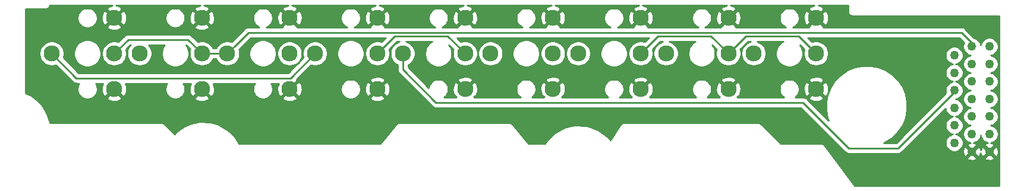
<source format=gbl>
%TF.GenerationSoftware,KiCad,Pcbnew,5.1.12-1.fc35*%
%TF.CreationDate,2022-04-23T06:04:12-07:00*%
%TF.ProjectId,left,6c656674-2e6b-4696-9361-645f70636258,v1.1*%
%TF.SameCoordinates,Original*%
%TF.FileFunction,Copper,L2,Bot*%
%TF.FilePolarity,Positive*%
%FSLAX46Y46*%
G04 Gerber Fmt 4.6, Leading zero omitted, Abs format (unit mm)*
G04 Created by KiCad (PCBNEW 5.1.12-1.fc35) date 2022-04-23 06:04:12*
%MOMM*%
%LPD*%
G01*
G04 APERTURE LIST*
%TA.AperFunction,ComponentPad*%
%ADD10C,2.300000*%
%TD*%
%TA.AperFunction,ComponentPad*%
%ADD11C,1.262000*%
%TD*%
%TA.AperFunction,Conductor*%
%ADD12C,0.254000*%
%TD*%
%TA.AperFunction,Conductor*%
%ADD13C,0.100000*%
%TD*%
G04 APERTURE END LIST*
D10*
%TO.P,F2,4*%
%TO.N,Net-(ESC1-Pad2)*%
X110920000Y-107500000D03*
%TO.P,F2,3*%
%TO.N,GND*%
X119810000Y-112580000D03*
%TO.P,F2,2*%
%TO.N,Net-(F2-Pad2)*%
X119810000Y-107500000D03*
%TO.P,F2,1*%
%TO.N,GND*%
X119810000Y-102420000D03*
%TD*%
%TO.P,ESC1,4*%
%TO.N,Net-(ESC1-Pad4)*%
X85920000Y-107500000D03*
%TO.P,ESC1,3*%
%TO.N,GND*%
X94810000Y-112580000D03*
%TO.P,ESC1,2*%
%TO.N,Net-(ESC1-Pad2)*%
X94810000Y-107500000D03*
%TO.P,ESC1,1*%
%TO.N,GND*%
X94810000Y-102420000D03*
%TD*%
%TO.P,F1,4*%
%TO.N,Net-(F1-Pad4)*%
X98420000Y-107500000D03*
%TO.P,F1,3*%
%TO.N,GND*%
X107310000Y-112580000D03*
%TO.P,F1,2*%
%TO.N,Net-(ESC1-Pad2)*%
X107310000Y-107500000D03*
%TO.P,F1,1*%
%TO.N,GND*%
X107310000Y-102420000D03*
%TD*%
%TO.P,F3,4*%
%TO.N,Net-(ESC1-Pad4)*%
X123420000Y-107500000D03*
%TO.P,F3,3*%
%TO.N,GND*%
X132310000Y-112580000D03*
%TO.P,F3,2*%
%TO.N,Net-(F3-Pad2)*%
X132310000Y-107500000D03*
%TO.P,F3,1*%
%TO.N,GND*%
X132310000Y-102420000D03*
%TD*%
%TO.P,F4,4*%
%TO.N,Net-(F4-Pad4)*%
X135920000Y-107500000D03*
%TO.P,F4,3*%
%TO.N,GND*%
X144810000Y-112580000D03*
%TO.P,F4,2*%
%TO.N,Net-(F3-Pad2)*%
X144810000Y-107500000D03*
%TO.P,F4,1*%
%TO.N,GND*%
X144810000Y-102420000D03*
%TD*%
%TO.P,F5,4*%
%TO.N,Net-(F3-Pad2)*%
X148420000Y-107500000D03*
%TO.P,F5,3*%
%TO.N,GND*%
X157310000Y-112580000D03*
%TO.P,F5,2*%
%TO.N,Net-(F5-Pad2)*%
X157310000Y-107500000D03*
%TO.P,F5,1*%
%TO.N,GND*%
X157310000Y-102420000D03*
%TD*%
%TO.P,F6,4*%
%TO.N,Net-(ESC1-Pad4)*%
X160920000Y-107500000D03*
%TO.P,F6,3*%
%TO.N,GND*%
X169810000Y-112580000D03*
%TO.P,F6,2*%
%TO.N,Net-(F6-Pad2)*%
X169810000Y-107500000D03*
%TO.P,F6,1*%
%TO.N,GND*%
X169810000Y-102420000D03*
%TD*%
%TO.P,F7,4*%
%TO.N,Net-(F7-Pad4)*%
X173420000Y-107500000D03*
%TO.P,F7,3*%
%TO.N,GND*%
X182310000Y-112580000D03*
%TO.P,F7,2*%
%TO.N,Net-(F6-Pad2)*%
X182310000Y-107500000D03*
%TO.P,F7,1*%
%TO.N,GND*%
X182310000Y-102420000D03*
%TD*%
%TO.P,F8,4*%
%TO.N,Net-(F8-Pad4)*%
X185920000Y-107500000D03*
%TO.P,F8,3*%
%TO.N,GND*%
X194810000Y-112580000D03*
%TO.P,F8,2*%
%TO.N,Net-(F6-Pad2)*%
X194810000Y-107500000D03*
%TO.P,F8,1*%
%TO.N,GND*%
X194810000Y-102420000D03*
%TD*%
D11*
%TO.P,J1,1*%
%TO.N,GND*%
X217000000Y-121500000D03*
%TO.P,J1,3*%
%TO.N,Net-(F2-Pad2)*%
X217000000Y-119000000D03*
%TO.P,J1,5*%
%TO.N,Net-(J1-Pad5)*%
X217000000Y-116500000D03*
%TO.P,J1,7*%
%TO.N,Net-(F5-Pad2)*%
X217000000Y-114000000D03*
%TO.P,J1,9*%
%TO.N,Net-(F6-Pad2)*%
X217000000Y-111500000D03*
%TO.P,J1,11*%
%TO.N,Net-(F7-Pad4)*%
X217000000Y-109000000D03*
%TO.P,J1,13*%
%TO.N,Net-(ESC1-Pad2)*%
X217000000Y-106500000D03*
%TO.P,J1,2*%
%TO.N,N/C*%
X214500000Y-120250000D03*
%TO.P,J1,4*%
%TO.N,Net-(F1-Pad4)*%
X214500000Y-117750000D03*
%TO.P,J1,6*%
%TO.N,Net-(F3-Pad2)*%
X214500000Y-115250000D03*
%TO.P,J1,8*%
%TO.N,Net-(F4-Pad4)*%
X214500000Y-112750000D03*
%TO.P,J1,10*%
%TO.N,Net-(F8-Pad4)*%
X214500000Y-110250000D03*
%TO.P,J1,12*%
%TO.N,Net-(ESC1-Pad4)*%
X214500000Y-107750000D03*
%TO.P,J1,1B*%
%TO.N,GND*%
X219500000Y-121500000D03*
%TO.P,J1,3B*%
%TO.N,Net-(F2-Pad2)*%
X219500000Y-119000000D03*
%TO.P,J1,5B*%
%TO.N,Net-(J1-Pad5)*%
X219500000Y-116500000D03*
%TO.P,J1,7B*%
%TO.N,Net-(F5-Pad2)*%
X219500000Y-114000000D03*
%TO.P,J1,9B*%
%TO.N,Net-(F6-Pad2)*%
X219500000Y-111500000D03*
%TO.P,J1,11B*%
%TO.N,Net-(F7-Pad4)*%
X219500000Y-109000000D03*
%TO.P,J1,13B*%
%TO.N,Net-(ESC1-Pad2)*%
X219500000Y-106500000D03*
%TD*%
D12*
%TO.N,Net-(ESC1-Pad4)*%
X89420000Y-111000000D02*
X85920000Y-107500000D01*
X119920000Y-111000000D02*
X89420000Y-111000000D01*
X123420000Y-107500000D02*
X119920000Y-111000000D01*
%TO.N,Net-(ESC1-Pad2)*%
X110920000Y-107500000D02*
X107310000Y-107500000D01*
X96810000Y-105500000D02*
X94810000Y-107500000D01*
X105310000Y-105500000D02*
X96810000Y-105500000D01*
X107310000Y-107500000D02*
X105310000Y-105500000D01*
X113920000Y-104500000D02*
X112069999Y-106350001D01*
X217500000Y-106500000D02*
X215500000Y-104500000D01*
X215500000Y-104500000D02*
X113920000Y-104500000D01*
X112069999Y-106350001D02*
X110920000Y-107500000D01*
%TO.N,Net-(F3-Pad2)*%
X144810000Y-107500000D02*
X142318011Y-105008011D01*
X142318011Y-105008011D02*
X134801989Y-105008011D01*
X134801989Y-105008011D02*
X132310000Y-107500000D01*
%TO.N,Net-(F4-Pad4)*%
X140646718Y-114500000D02*
X135920000Y-109773282D01*
X192950038Y-114500000D02*
X140646718Y-114500000D01*
X199450038Y-121000000D02*
X192950038Y-114500000D01*
X206500000Y-121000000D02*
X199450038Y-121000000D01*
X214500000Y-113000000D02*
X206500000Y-121000000D01*
X135920000Y-109773282D02*
X135920000Y-107500000D01*
X214500000Y-112750000D02*
X214500000Y-113000000D01*
%TO.N,Net-(F6-Pad2)*%
X172301989Y-105008011D02*
X169810000Y-107500000D01*
X192318011Y-105008011D02*
X194810000Y-107500000D01*
X184801989Y-105008011D02*
X192318011Y-105008011D01*
X182310000Y-107500000D02*
X184801989Y-105008011D01*
X182310000Y-107500000D02*
X179818011Y-105008011D01*
X179818011Y-105008011D02*
X172301989Y-105008011D01*
%TD*%
%TO.N,GND*%
X94404681Y-100672760D02*
X94071600Y-100785406D01*
X93861118Y-100897910D01*
X93747256Y-101177651D01*
X94810000Y-102240395D01*
X95872744Y-101177651D01*
X95758882Y-100897910D01*
X95443704Y-100742039D01*
X95104174Y-100650651D01*
X95094410Y-100650000D01*
X107079083Y-100650000D01*
X106904681Y-100672760D01*
X106571600Y-100785406D01*
X106361118Y-100897910D01*
X106247256Y-101177651D01*
X107310000Y-102240395D01*
X108372744Y-101177651D01*
X108258882Y-100897910D01*
X107943704Y-100742039D01*
X107604174Y-100650651D01*
X107594410Y-100650000D01*
X119579083Y-100650000D01*
X119404681Y-100672760D01*
X119071600Y-100785406D01*
X118861118Y-100897910D01*
X118747256Y-101177651D01*
X119810000Y-102240395D01*
X120872744Y-101177651D01*
X120758882Y-100897910D01*
X120443704Y-100742039D01*
X120104174Y-100650651D01*
X120094410Y-100650000D01*
X132079083Y-100650000D01*
X131904681Y-100672760D01*
X131571600Y-100785406D01*
X131361118Y-100897910D01*
X131247256Y-101177651D01*
X132310000Y-102240395D01*
X133372744Y-101177651D01*
X133258882Y-100897910D01*
X132943704Y-100742039D01*
X132604174Y-100650651D01*
X132594410Y-100650000D01*
X144579083Y-100650000D01*
X144404681Y-100672760D01*
X144071600Y-100785406D01*
X143861118Y-100897910D01*
X143747256Y-101177651D01*
X144810000Y-102240395D01*
X145872744Y-101177651D01*
X145758882Y-100897910D01*
X145443704Y-100742039D01*
X145104174Y-100650651D01*
X145094410Y-100650000D01*
X157079083Y-100650000D01*
X156904681Y-100672760D01*
X156571600Y-100785406D01*
X156361118Y-100897910D01*
X156247256Y-101177651D01*
X157310000Y-102240395D01*
X158372744Y-101177651D01*
X158258882Y-100897910D01*
X157943704Y-100742039D01*
X157604174Y-100650651D01*
X157594410Y-100650000D01*
X169579083Y-100650000D01*
X169404681Y-100672760D01*
X169071600Y-100785406D01*
X168861118Y-100897910D01*
X168747256Y-101177651D01*
X169810000Y-102240395D01*
X170872744Y-101177651D01*
X170758882Y-100897910D01*
X170443704Y-100742039D01*
X170104174Y-100650651D01*
X170094410Y-100650000D01*
X182079083Y-100650000D01*
X181904681Y-100672760D01*
X181571600Y-100785406D01*
X181361118Y-100897910D01*
X181247256Y-101177651D01*
X182310000Y-102240395D01*
X183372744Y-101177651D01*
X183258882Y-100897910D01*
X182943704Y-100742039D01*
X182604174Y-100650651D01*
X182594410Y-100650000D01*
X194579083Y-100650000D01*
X194404681Y-100672760D01*
X194071600Y-100785406D01*
X193861118Y-100897910D01*
X193747256Y-101177651D01*
X194810000Y-102240395D01*
X195872744Y-101177651D01*
X195758882Y-100897910D01*
X195443704Y-100742039D01*
X195104174Y-100650651D01*
X195094410Y-100650000D01*
X199350001Y-100650000D01*
X199350000Y-101468068D01*
X199346855Y-101500000D01*
X199359405Y-101627422D01*
X199396573Y-101749948D01*
X199456930Y-101862868D01*
X199538157Y-101961843D01*
X199637132Y-102043070D01*
X199750052Y-102103427D01*
X199872578Y-102140595D01*
X200000000Y-102153145D01*
X200031931Y-102150000D01*
X220850001Y-102150000D01*
X220850000Y-126350000D01*
X200325000Y-126350000D01*
X197341454Y-122371940D01*
X216307665Y-122371940D01*
X216358744Y-122598679D01*
X216585408Y-122702671D01*
X216828003Y-122760445D01*
X217077208Y-122769781D01*
X217323447Y-122730320D01*
X217557255Y-122643578D01*
X217641256Y-122598679D01*
X217692335Y-122371940D01*
X218807665Y-122371940D01*
X218858744Y-122598679D01*
X219085408Y-122702671D01*
X219328003Y-122760445D01*
X219577208Y-122769781D01*
X219823447Y-122730320D01*
X220057255Y-122643578D01*
X220141256Y-122598679D01*
X220192335Y-122371940D01*
X219500000Y-121679605D01*
X218807665Y-122371940D01*
X217692335Y-122371940D01*
X217000000Y-121679605D01*
X216307665Y-122371940D01*
X197341454Y-122371940D01*
X196049822Y-120649765D01*
X196043070Y-120637132D01*
X196011462Y-120598618D01*
X196000840Y-120584455D01*
X195991235Y-120573971D01*
X195961843Y-120538157D01*
X195948060Y-120526846D01*
X195936022Y-120513706D01*
X195898685Y-120486324D01*
X195862868Y-120456930D01*
X195847141Y-120448524D01*
X195832772Y-120437986D01*
X195790808Y-120418413D01*
X195749948Y-120396573D01*
X195732887Y-120391398D01*
X195716735Y-120383864D01*
X195671754Y-120372853D01*
X195627422Y-120359405D01*
X195609678Y-120357657D01*
X195592368Y-120353420D01*
X195546108Y-120351396D01*
X195531932Y-120350000D01*
X195514193Y-120350000D01*
X195464453Y-120347824D01*
X195450307Y-120350000D01*
X189769238Y-120350000D01*
X186982198Y-117562960D01*
X186961843Y-117538157D01*
X186862868Y-117456930D01*
X186749948Y-117396573D01*
X186627422Y-117359405D01*
X186531932Y-117350000D01*
X186531921Y-117350000D01*
X186500000Y-117346856D01*
X186468079Y-117350000D01*
X167531583Y-117350000D01*
X167499316Y-117346856D01*
X167436831Y-117353077D01*
X167372578Y-117359405D01*
X167372243Y-117359507D01*
X167371907Y-117359540D01*
X167311562Y-117377914D01*
X167250052Y-117396573D01*
X167249748Y-117396735D01*
X167249421Y-117396835D01*
X167193410Y-117426849D01*
X167137132Y-117456930D01*
X167136866Y-117457148D01*
X167136564Y-117457310D01*
X167087302Y-117497824D01*
X167038157Y-117538157D01*
X167037940Y-117538421D01*
X167037673Y-117538641D01*
X166997132Y-117588146D01*
X166956930Y-117637132D01*
X166941646Y-117665727D01*
X165463005Y-119883689D01*
X164969768Y-119289102D01*
X164946123Y-119267046D01*
X163750225Y-118407858D01*
X163720321Y-118391938D01*
X162187715Y-117823016D01*
X162173220Y-117818599D01*
X162148560Y-117815177D01*
X160395352Y-117745513D01*
X160360194Y-117749035D01*
X158885641Y-118108965D01*
X158853050Y-118121904D01*
X157482993Y-118899818D01*
X157455897Y-118920454D01*
X156585098Y-119791253D01*
X156568106Y-119812326D01*
X156222078Y-120350000D01*
X153804443Y-120350000D01*
X151500948Y-117585806D01*
X151461843Y-117538157D01*
X151435146Y-117516247D01*
X151410545Y-117492013D01*
X151385781Y-117475735D01*
X151362868Y-117456930D01*
X151332402Y-117440646D01*
X151303552Y-117421681D01*
X151276095Y-117410549D01*
X151249948Y-117396573D01*
X151216890Y-117386545D01*
X151184895Y-117373573D01*
X151155792Y-117368011D01*
X151127422Y-117359405D01*
X151093044Y-117356019D01*
X151059132Y-117349538D01*
X150997644Y-117350000D01*
X135502356Y-117350000D01*
X135440867Y-117349538D01*
X135406954Y-117356019D01*
X135372578Y-117359405D01*
X135344209Y-117368011D01*
X135315104Y-117373573D01*
X135283104Y-117386547D01*
X135250052Y-117396573D01*
X135223914Y-117410544D01*
X135196447Y-117421680D01*
X135167587Y-117440652D01*
X135137132Y-117456930D01*
X135114224Y-117475730D01*
X135089454Y-117492013D01*
X135064848Y-117516252D01*
X135038157Y-117538157D01*
X134999116Y-117585728D01*
X132695556Y-120350000D01*
X112609476Y-120350000D01*
X112087748Y-119488016D01*
X112068903Y-119463974D01*
X111082462Y-118477533D01*
X111059707Y-118459477D01*
X109822476Y-117690387D01*
X109789671Y-117675950D01*
X108535721Y-117324844D01*
X108510020Y-117320428D01*
X107021999Y-117220112D01*
X106987847Y-117222433D01*
X105850932Y-117456504D01*
X105824426Y-117465081D01*
X104821265Y-117916503D01*
X104803294Y-117926408D01*
X103666379Y-118678778D01*
X103639817Y-118702298D01*
X103401316Y-118982078D01*
X101982198Y-117562960D01*
X101961843Y-117538157D01*
X101862868Y-117456930D01*
X101749948Y-117396573D01*
X101627422Y-117359405D01*
X101531932Y-117350000D01*
X101531921Y-117350000D01*
X101500000Y-117346856D01*
X101468079Y-117350000D01*
X85677185Y-117350000D01*
X85676982Y-117348318D01*
X85671493Y-117323700D01*
X85276731Y-116127803D01*
X85265659Y-116103325D01*
X84638684Y-115035145D01*
X84624828Y-115015909D01*
X83986242Y-114284438D01*
X83964890Y-114264977D01*
X82838656Y-113452231D01*
X82812627Y-113437754D01*
X82150000Y-113165341D01*
X82150000Y-107324193D01*
X84135000Y-107324193D01*
X84135000Y-107675807D01*
X84203596Y-108020665D01*
X84338153Y-108345515D01*
X84533500Y-108637871D01*
X84782129Y-108886500D01*
X85074485Y-109081847D01*
X85399335Y-109216404D01*
X85744193Y-109285000D01*
X86095807Y-109285000D01*
X86440665Y-109216404D01*
X86524180Y-109181811D01*
X88854721Y-111512352D01*
X88878578Y-111541422D01*
X88994608Y-111636645D01*
X89126985Y-111707402D01*
X89270622Y-111750974D01*
X89382574Y-111762000D01*
X89382576Y-111762000D01*
X89419999Y-111765686D01*
X89457422Y-111762000D01*
X89850779Y-111762000D01*
X89750475Y-111912115D01*
X89644186Y-112168718D01*
X89590000Y-112441127D01*
X89590000Y-112718873D01*
X89644186Y-112991282D01*
X89750475Y-113247885D01*
X89904782Y-113478822D01*
X90101178Y-113675218D01*
X90332115Y-113829525D01*
X90588718Y-113935814D01*
X90861127Y-113990000D01*
X91138873Y-113990000D01*
X91411282Y-113935814D01*
X91667885Y-113829525D01*
X91678624Y-113822349D01*
X93747256Y-113822349D01*
X93861118Y-114102090D01*
X94176296Y-114257961D01*
X94515826Y-114349349D01*
X94866661Y-114372741D01*
X95215319Y-114327240D01*
X95548400Y-114214594D01*
X95758882Y-114102090D01*
X95872744Y-113822349D01*
X94810000Y-112759605D01*
X93747256Y-113822349D01*
X91678624Y-113822349D01*
X91898822Y-113675218D01*
X92095218Y-113478822D01*
X92249525Y-113247885D01*
X92355814Y-112991282D01*
X92410000Y-112718873D01*
X92410000Y-112441127D01*
X92355814Y-112168718D01*
X92249525Y-111912115D01*
X92149221Y-111762000D01*
X93223182Y-111762000D01*
X93132039Y-111946296D01*
X93040651Y-112285826D01*
X93017259Y-112636661D01*
X93062760Y-112985319D01*
X93175406Y-113318400D01*
X93287910Y-113528882D01*
X93567651Y-113642744D01*
X94630395Y-112580000D01*
X94616253Y-112565858D01*
X94795858Y-112386253D01*
X94810000Y-112400395D01*
X94824143Y-112386253D01*
X95003748Y-112565858D01*
X94989605Y-112580000D01*
X96052349Y-113642744D01*
X96332090Y-113528882D01*
X96487961Y-113213704D01*
X96579349Y-112874174D01*
X96602741Y-112523339D01*
X96557240Y-112174681D01*
X96444594Y-111841600D01*
X96402047Y-111762000D01*
X102350779Y-111762000D01*
X102250475Y-111912115D01*
X102144186Y-112168718D01*
X102090000Y-112441127D01*
X102090000Y-112718873D01*
X102144186Y-112991282D01*
X102250475Y-113247885D01*
X102404782Y-113478822D01*
X102601178Y-113675218D01*
X102832115Y-113829525D01*
X103088718Y-113935814D01*
X103361127Y-113990000D01*
X103638873Y-113990000D01*
X103911282Y-113935814D01*
X104167885Y-113829525D01*
X104178624Y-113822349D01*
X106247256Y-113822349D01*
X106361118Y-114102090D01*
X106676296Y-114257961D01*
X107015826Y-114349349D01*
X107366661Y-114372741D01*
X107715319Y-114327240D01*
X108048400Y-114214594D01*
X108258882Y-114102090D01*
X108372744Y-113822349D01*
X107310000Y-112759605D01*
X106247256Y-113822349D01*
X104178624Y-113822349D01*
X104398822Y-113675218D01*
X104595218Y-113478822D01*
X104749525Y-113247885D01*
X104855814Y-112991282D01*
X104910000Y-112718873D01*
X104910000Y-112441127D01*
X104855814Y-112168718D01*
X104749525Y-111912115D01*
X104649221Y-111762000D01*
X105723182Y-111762000D01*
X105632039Y-111946296D01*
X105540651Y-112285826D01*
X105517259Y-112636661D01*
X105562760Y-112985319D01*
X105675406Y-113318400D01*
X105787910Y-113528882D01*
X106067651Y-113642744D01*
X107130395Y-112580000D01*
X107116253Y-112565858D01*
X107295858Y-112386253D01*
X107310000Y-112400395D01*
X107324143Y-112386253D01*
X107503748Y-112565858D01*
X107489605Y-112580000D01*
X108552349Y-113642744D01*
X108832090Y-113528882D01*
X108987961Y-113213704D01*
X109079349Y-112874174D01*
X109102741Y-112523339D01*
X109057240Y-112174681D01*
X108944594Y-111841600D01*
X108902047Y-111762000D01*
X114850779Y-111762000D01*
X114750475Y-111912115D01*
X114644186Y-112168718D01*
X114590000Y-112441127D01*
X114590000Y-112718873D01*
X114644186Y-112991282D01*
X114750475Y-113247885D01*
X114904782Y-113478822D01*
X115101178Y-113675218D01*
X115332115Y-113829525D01*
X115588718Y-113935814D01*
X115861127Y-113990000D01*
X116138873Y-113990000D01*
X116411282Y-113935814D01*
X116667885Y-113829525D01*
X116678624Y-113822349D01*
X118747256Y-113822349D01*
X118861118Y-114102090D01*
X119176296Y-114257961D01*
X119515826Y-114349349D01*
X119866661Y-114372741D01*
X120215319Y-114327240D01*
X120548400Y-114214594D01*
X120758882Y-114102090D01*
X120872744Y-113822349D01*
X119810000Y-112759605D01*
X118747256Y-113822349D01*
X116678624Y-113822349D01*
X116898822Y-113675218D01*
X117095218Y-113478822D01*
X117249525Y-113247885D01*
X117355814Y-112991282D01*
X117410000Y-112718873D01*
X117410000Y-112441127D01*
X117355814Y-112168718D01*
X117249525Y-111912115D01*
X117149221Y-111762000D01*
X118223182Y-111762000D01*
X118132039Y-111946296D01*
X118040651Y-112285826D01*
X118017259Y-112636661D01*
X118062760Y-112985319D01*
X118175406Y-113318400D01*
X118287910Y-113528882D01*
X118567651Y-113642744D01*
X119630395Y-112580000D01*
X119989605Y-112580000D01*
X121052349Y-113642744D01*
X121332090Y-113528882D01*
X121487961Y-113213704D01*
X121579349Y-112874174D01*
X121602741Y-112523339D01*
X121592013Y-112441127D01*
X127090000Y-112441127D01*
X127090000Y-112718873D01*
X127144186Y-112991282D01*
X127250475Y-113247885D01*
X127404782Y-113478822D01*
X127601178Y-113675218D01*
X127832115Y-113829525D01*
X128088718Y-113935814D01*
X128361127Y-113990000D01*
X128638873Y-113990000D01*
X128911282Y-113935814D01*
X129167885Y-113829525D01*
X129178624Y-113822349D01*
X131247256Y-113822349D01*
X131361118Y-114102090D01*
X131676296Y-114257961D01*
X132015826Y-114349349D01*
X132366661Y-114372741D01*
X132715319Y-114327240D01*
X133048400Y-114214594D01*
X133258882Y-114102090D01*
X133372744Y-113822349D01*
X132310000Y-112759605D01*
X131247256Y-113822349D01*
X129178624Y-113822349D01*
X129398822Y-113675218D01*
X129595218Y-113478822D01*
X129749525Y-113247885D01*
X129855814Y-112991282D01*
X129910000Y-112718873D01*
X129910000Y-112636661D01*
X130517259Y-112636661D01*
X130562760Y-112985319D01*
X130675406Y-113318400D01*
X130787910Y-113528882D01*
X131067651Y-113642744D01*
X132130395Y-112580000D01*
X132489605Y-112580000D01*
X133552349Y-113642744D01*
X133832090Y-113528882D01*
X133987961Y-113213704D01*
X134079349Y-112874174D01*
X134102741Y-112523339D01*
X134057240Y-112174681D01*
X133944594Y-111841600D01*
X133832090Y-111631118D01*
X133552349Y-111517256D01*
X132489605Y-112580000D01*
X132130395Y-112580000D01*
X131067651Y-111517256D01*
X130787910Y-111631118D01*
X130632039Y-111946296D01*
X130540651Y-112285826D01*
X130517259Y-112636661D01*
X129910000Y-112636661D01*
X129910000Y-112441127D01*
X129855814Y-112168718D01*
X129749525Y-111912115D01*
X129595218Y-111681178D01*
X129398822Y-111484782D01*
X129178625Y-111337651D01*
X131247256Y-111337651D01*
X132310000Y-112400395D01*
X133372744Y-111337651D01*
X133258882Y-111057910D01*
X132943704Y-110902039D01*
X132604174Y-110810651D01*
X132253339Y-110787259D01*
X131904681Y-110832760D01*
X131571600Y-110945406D01*
X131361118Y-111057910D01*
X131247256Y-111337651D01*
X129178625Y-111337651D01*
X129167885Y-111330475D01*
X128911282Y-111224186D01*
X128638873Y-111170000D01*
X128361127Y-111170000D01*
X128088718Y-111224186D01*
X127832115Y-111330475D01*
X127601178Y-111484782D01*
X127404782Y-111681178D01*
X127250475Y-111912115D01*
X127144186Y-112168718D01*
X127090000Y-112441127D01*
X121592013Y-112441127D01*
X121557240Y-112174681D01*
X121444594Y-111841600D01*
X121332090Y-111631118D01*
X121052349Y-111517256D01*
X119989605Y-112580000D01*
X119630395Y-112580000D01*
X119616253Y-112565858D01*
X119795858Y-112386253D01*
X119810000Y-112400395D01*
X120872744Y-111337651D01*
X120811195Y-111186435D01*
X122815820Y-109181811D01*
X122899335Y-109216404D01*
X123244193Y-109285000D01*
X123595807Y-109285000D01*
X123940665Y-109216404D01*
X124265515Y-109081847D01*
X124557871Y-108886500D01*
X124806500Y-108637871D01*
X125001847Y-108345515D01*
X125136404Y-108020665D01*
X125205000Y-107675807D01*
X125205000Y-107324193D01*
X125202062Y-107309419D01*
X126565000Y-107309419D01*
X126565000Y-107690581D01*
X126639361Y-108064419D01*
X126785225Y-108416566D01*
X126996987Y-108733491D01*
X127266509Y-109003013D01*
X127583434Y-109214775D01*
X127935581Y-109360639D01*
X128309419Y-109435000D01*
X128690581Y-109435000D01*
X129064419Y-109360639D01*
X129416566Y-109214775D01*
X129733491Y-109003013D01*
X130003013Y-108733491D01*
X130214775Y-108416566D01*
X130360639Y-108064419D01*
X130435000Y-107690581D01*
X130435000Y-107309419D01*
X130360639Y-106935581D01*
X130214775Y-106583434D01*
X130003013Y-106266509D01*
X129733491Y-105996987D01*
X129416566Y-105785225D01*
X129064419Y-105639361D01*
X128690581Y-105565000D01*
X128309419Y-105565000D01*
X127935581Y-105639361D01*
X127583434Y-105785225D01*
X127266509Y-105996987D01*
X126996987Y-106266509D01*
X126785225Y-106583434D01*
X126639361Y-106935581D01*
X126565000Y-107309419D01*
X125202062Y-107309419D01*
X125136404Y-106979335D01*
X125001847Y-106654485D01*
X124806500Y-106362129D01*
X124557871Y-106113500D01*
X124265515Y-105918153D01*
X123940665Y-105783596D01*
X123595807Y-105715000D01*
X123244193Y-105715000D01*
X122899335Y-105783596D01*
X122574485Y-105918153D01*
X122282129Y-106113500D01*
X122033500Y-106362129D01*
X121838153Y-106654485D01*
X121703596Y-106979335D01*
X121635000Y-107324193D01*
X121635000Y-107675807D01*
X121703596Y-108020665D01*
X121738189Y-108104180D01*
X119604370Y-110238000D01*
X89735631Y-110238000D01*
X87601811Y-108104180D01*
X87636404Y-108020665D01*
X87705000Y-107675807D01*
X87705000Y-107324193D01*
X87702062Y-107309419D01*
X89065000Y-107309419D01*
X89065000Y-107690581D01*
X89139361Y-108064419D01*
X89285225Y-108416566D01*
X89496987Y-108733491D01*
X89766509Y-109003013D01*
X90083434Y-109214775D01*
X90435581Y-109360639D01*
X90809419Y-109435000D01*
X91190581Y-109435000D01*
X91564419Y-109360639D01*
X91916566Y-109214775D01*
X92233491Y-109003013D01*
X92503013Y-108733491D01*
X92714775Y-108416566D01*
X92860639Y-108064419D01*
X92935000Y-107690581D01*
X92935000Y-107324193D01*
X93025000Y-107324193D01*
X93025000Y-107675807D01*
X93093596Y-108020665D01*
X93228153Y-108345515D01*
X93423500Y-108637871D01*
X93672129Y-108886500D01*
X93964485Y-109081847D01*
X94289335Y-109216404D01*
X94634193Y-109285000D01*
X94985807Y-109285000D01*
X95330665Y-109216404D01*
X95655515Y-109081847D01*
X95947871Y-108886500D01*
X96196500Y-108637871D01*
X96391847Y-108345515D01*
X96526404Y-108020665D01*
X96595000Y-107675807D01*
X96595000Y-107324193D01*
X96526404Y-106979335D01*
X96491811Y-106895820D01*
X97125631Y-106262000D01*
X97133629Y-106262000D01*
X97033500Y-106362129D01*
X96838153Y-106654485D01*
X96703596Y-106979335D01*
X96635000Y-107324193D01*
X96635000Y-107675807D01*
X96703596Y-108020665D01*
X96838153Y-108345515D01*
X97033500Y-108637871D01*
X97282129Y-108886500D01*
X97574485Y-109081847D01*
X97899335Y-109216404D01*
X98244193Y-109285000D01*
X98595807Y-109285000D01*
X98940665Y-109216404D01*
X99265515Y-109081847D01*
X99557871Y-108886500D01*
X99806500Y-108637871D01*
X100001847Y-108345515D01*
X100136404Y-108020665D01*
X100205000Y-107675807D01*
X100205000Y-107324193D01*
X100136404Y-106979335D01*
X100001847Y-106654485D01*
X99806500Y-106362129D01*
X99706371Y-106262000D01*
X102001496Y-106262000D01*
X101996987Y-106266509D01*
X101785225Y-106583434D01*
X101639361Y-106935581D01*
X101565000Y-107309419D01*
X101565000Y-107690581D01*
X101639361Y-108064419D01*
X101785225Y-108416566D01*
X101996987Y-108733491D01*
X102266509Y-109003013D01*
X102583434Y-109214775D01*
X102935581Y-109360639D01*
X103309419Y-109435000D01*
X103690581Y-109435000D01*
X104064419Y-109360639D01*
X104416566Y-109214775D01*
X104733491Y-109003013D01*
X105003013Y-108733491D01*
X105214775Y-108416566D01*
X105360639Y-108064419D01*
X105435000Y-107690581D01*
X105435000Y-107309419D01*
X105360639Y-106935581D01*
X105214775Y-106583434D01*
X105011338Y-106278968D01*
X105628189Y-106895820D01*
X105593596Y-106979335D01*
X105525000Y-107324193D01*
X105525000Y-107675807D01*
X105593596Y-108020665D01*
X105728153Y-108345515D01*
X105923500Y-108637871D01*
X106172129Y-108886500D01*
X106464485Y-109081847D01*
X106789335Y-109216404D01*
X107134193Y-109285000D01*
X107485807Y-109285000D01*
X107830665Y-109216404D01*
X108155515Y-109081847D01*
X108447871Y-108886500D01*
X108696500Y-108637871D01*
X108891847Y-108345515D01*
X108926440Y-108262000D01*
X109303560Y-108262000D01*
X109338153Y-108345515D01*
X109533500Y-108637871D01*
X109782129Y-108886500D01*
X110074485Y-109081847D01*
X110399335Y-109216404D01*
X110744193Y-109285000D01*
X111095807Y-109285000D01*
X111440665Y-109216404D01*
X111765515Y-109081847D01*
X112057871Y-108886500D01*
X112306500Y-108637871D01*
X112501847Y-108345515D01*
X112636404Y-108020665D01*
X112705000Y-107675807D01*
X112705000Y-107324193D01*
X112702062Y-107309419D01*
X114065000Y-107309419D01*
X114065000Y-107690581D01*
X114139361Y-108064419D01*
X114285225Y-108416566D01*
X114496987Y-108733491D01*
X114766509Y-109003013D01*
X115083434Y-109214775D01*
X115435581Y-109360639D01*
X115809419Y-109435000D01*
X116190581Y-109435000D01*
X116564419Y-109360639D01*
X116916566Y-109214775D01*
X117233491Y-109003013D01*
X117503013Y-108733491D01*
X117714775Y-108416566D01*
X117860639Y-108064419D01*
X117935000Y-107690581D01*
X117935000Y-107324193D01*
X118025000Y-107324193D01*
X118025000Y-107675807D01*
X118093596Y-108020665D01*
X118228153Y-108345515D01*
X118423500Y-108637871D01*
X118672129Y-108886500D01*
X118964485Y-109081847D01*
X119289335Y-109216404D01*
X119634193Y-109285000D01*
X119985807Y-109285000D01*
X120330665Y-109216404D01*
X120655515Y-109081847D01*
X120947871Y-108886500D01*
X121196500Y-108637871D01*
X121391847Y-108345515D01*
X121526404Y-108020665D01*
X121595000Y-107675807D01*
X121595000Y-107324193D01*
X121526404Y-106979335D01*
X121391847Y-106654485D01*
X121196500Y-106362129D01*
X120947871Y-106113500D01*
X120655515Y-105918153D01*
X120330665Y-105783596D01*
X119985807Y-105715000D01*
X119634193Y-105715000D01*
X119289335Y-105783596D01*
X118964485Y-105918153D01*
X118672129Y-106113500D01*
X118423500Y-106362129D01*
X118228153Y-106654485D01*
X118093596Y-106979335D01*
X118025000Y-107324193D01*
X117935000Y-107324193D01*
X117935000Y-107309419D01*
X117860639Y-106935581D01*
X117714775Y-106583434D01*
X117503013Y-106266509D01*
X117233491Y-105996987D01*
X116916566Y-105785225D01*
X116564419Y-105639361D01*
X116190581Y-105565000D01*
X115809419Y-105565000D01*
X115435581Y-105639361D01*
X115083434Y-105785225D01*
X114766509Y-105996987D01*
X114496987Y-106266509D01*
X114285225Y-106583434D01*
X114139361Y-106935581D01*
X114065000Y-107309419D01*
X112702062Y-107309419D01*
X112636404Y-106979335D01*
X112601811Y-106895820D01*
X112635278Y-106862353D01*
X112635283Y-106862347D01*
X114235630Y-105262000D01*
X133470370Y-105262000D01*
X132914181Y-105818189D01*
X132830665Y-105783596D01*
X132485807Y-105715000D01*
X132134193Y-105715000D01*
X131789335Y-105783596D01*
X131464485Y-105918153D01*
X131172129Y-106113500D01*
X130923500Y-106362129D01*
X130728153Y-106654485D01*
X130593596Y-106979335D01*
X130525000Y-107324193D01*
X130525000Y-107675807D01*
X130593596Y-108020665D01*
X130728153Y-108345515D01*
X130923500Y-108637871D01*
X131172129Y-108886500D01*
X131464485Y-109081847D01*
X131789335Y-109216404D01*
X132134193Y-109285000D01*
X132485807Y-109285000D01*
X132830665Y-109216404D01*
X133155515Y-109081847D01*
X133447871Y-108886500D01*
X133696500Y-108637871D01*
X133891847Y-108345515D01*
X134026404Y-108020665D01*
X134095000Y-107675807D01*
X134095000Y-107324193D01*
X134026404Y-106979335D01*
X133991811Y-106895819D01*
X135117619Y-105770011D01*
X135467632Y-105770011D01*
X135399335Y-105783596D01*
X135074485Y-105918153D01*
X134782129Y-106113500D01*
X134533500Y-106362129D01*
X134338153Y-106654485D01*
X134203596Y-106979335D01*
X134135000Y-107324193D01*
X134135000Y-107675807D01*
X134203596Y-108020665D01*
X134338153Y-108345515D01*
X134533500Y-108637871D01*
X134782129Y-108886500D01*
X135074485Y-109081847D01*
X135158000Y-109116440D01*
X135158000Y-109735858D01*
X135154314Y-109773282D01*
X135158000Y-109810705D01*
X135158000Y-109810707D01*
X135169026Y-109922659D01*
X135212598Y-110066296D01*
X135212599Y-110066297D01*
X135283355Y-110198674D01*
X135312347Y-110234000D01*
X135378578Y-110314704D01*
X135407654Y-110338566D01*
X140081434Y-115012346D01*
X140105296Y-115041422D01*
X140178937Y-115101857D01*
X140221325Y-115136645D01*
X140292082Y-115174465D01*
X140353703Y-115207402D01*
X140497340Y-115250974D01*
X140609292Y-115262000D01*
X140609295Y-115262000D01*
X140646718Y-115265686D01*
X140684141Y-115262000D01*
X192634408Y-115262000D01*
X198884759Y-121512352D01*
X198908616Y-121541422D01*
X199024646Y-121636645D01*
X199157023Y-121707402D01*
X199300660Y-121750974D01*
X199412612Y-121762000D01*
X199412614Y-121762000D01*
X199450037Y-121765686D01*
X199487460Y-121762000D01*
X206462577Y-121762000D01*
X206500000Y-121765686D01*
X206537423Y-121762000D01*
X206537426Y-121762000D01*
X206649378Y-121750974D01*
X206793015Y-121707402D01*
X206925392Y-121636645D01*
X206997816Y-121577208D01*
X215730219Y-121577208D01*
X215769680Y-121823447D01*
X215856422Y-122057255D01*
X215901321Y-122141256D01*
X216128060Y-122192335D01*
X216820395Y-121500000D01*
X217179605Y-121500000D01*
X217871940Y-122192335D01*
X218098679Y-122141256D01*
X218202671Y-121914592D01*
X218251457Y-121709736D01*
X218269680Y-121823447D01*
X218356422Y-122057255D01*
X218401321Y-122141256D01*
X218628060Y-122192335D01*
X219320395Y-121500000D01*
X219679605Y-121500000D01*
X220371940Y-122192335D01*
X220598679Y-122141256D01*
X220702671Y-121914592D01*
X220760445Y-121671997D01*
X220769781Y-121422792D01*
X220730320Y-121176553D01*
X220643578Y-120942745D01*
X220598679Y-120858744D01*
X220371940Y-120807665D01*
X219679605Y-121500000D01*
X219320395Y-121500000D01*
X218628060Y-120807665D01*
X218401321Y-120858744D01*
X218297329Y-121085408D01*
X218248543Y-121290264D01*
X218230320Y-121176553D01*
X218143578Y-120942745D01*
X218098679Y-120858744D01*
X217871940Y-120807665D01*
X217179605Y-121500000D01*
X216820395Y-121500000D01*
X216128060Y-120807665D01*
X215901321Y-120858744D01*
X215797329Y-121085408D01*
X215739555Y-121328003D01*
X215730219Y-121577208D01*
X206997816Y-121577208D01*
X207041422Y-121541422D01*
X207065284Y-121512346D01*
X213234000Y-115343631D01*
X213234000Y-115374690D01*
X213282651Y-115619279D01*
X213378085Y-115849676D01*
X213516633Y-116057028D01*
X213692972Y-116233367D01*
X213900324Y-116371915D01*
X214130721Y-116467349D01*
X214294871Y-116500000D01*
X214130721Y-116532651D01*
X213900324Y-116628085D01*
X213692972Y-116766633D01*
X213516633Y-116942972D01*
X213378085Y-117150324D01*
X213282651Y-117380721D01*
X213234000Y-117625310D01*
X213234000Y-117874690D01*
X213282651Y-118119279D01*
X213378085Y-118349676D01*
X213516633Y-118557028D01*
X213692972Y-118733367D01*
X213900324Y-118871915D01*
X214130721Y-118967349D01*
X214294871Y-119000000D01*
X214130721Y-119032651D01*
X213900324Y-119128085D01*
X213692972Y-119266633D01*
X213516633Y-119442972D01*
X213378085Y-119650324D01*
X213282651Y-119880721D01*
X213234000Y-120125310D01*
X213234000Y-120374690D01*
X213282651Y-120619279D01*
X213378085Y-120849676D01*
X213516633Y-121057028D01*
X213692972Y-121233367D01*
X213900324Y-121371915D01*
X214130721Y-121467349D01*
X214375310Y-121516000D01*
X214624690Y-121516000D01*
X214869279Y-121467349D01*
X215099676Y-121371915D01*
X215307028Y-121233367D01*
X215483367Y-121057028D01*
X215621915Y-120849676D01*
X215717349Y-120619279D01*
X215766000Y-120374690D01*
X215766000Y-120125310D01*
X215717349Y-119880721D01*
X215621915Y-119650324D01*
X215483367Y-119442972D01*
X215307028Y-119266633D01*
X215099676Y-119128085D01*
X214869279Y-119032651D01*
X214705129Y-119000000D01*
X214869279Y-118967349D01*
X215099676Y-118871915D01*
X215307028Y-118733367D01*
X215483367Y-118557028D01*
X215621915Y-118349676D01*
X215717349Y-118119279D01*
X215766000Y-117874690D01*
X215766000Y-117625310D01*
X215717349Y-117380721D01*
X215621915Y-117150324D01*
X215483367Y-116942972D01*
X215307028Y-116766633D01*
X215099676Y-116628085D01*
X214869279Y-116532651D01*
X214705129Y-116500000D01*
X214869279Y-116467349D01*
X215099676Y-116371915D01*
X215307028Y-116233367D01*
X215483367Y-116057028D01*
X215621915Y-115849676D01*
X215717349Y-115619279D01*
X215766000Y-115374690D01*
X215766000Y-115125310D01*
X215717349Y-114880721D01*
X215621915Y-114650324D01*
X215483367Y-114442972D01*
X215307028Y-114266633D01*
X215099676Y-114128085D01*
X214869279Y-114032651D01*
X214705129Y-114000000D01*
X214869279Y-113967349D01*
X215099676Y-113871915D01*
X215307028Y-113733367D01*
X215483367Y-113557028D01*
X215621915Y-113349676D01*
X215717349Y-113119279D01*
X215766000Y-112874690D01*
X215766000Y-112625310D01*
X215717349Y-112380721D01*
X215621915Y-112150324D01*
X215483367Y-111942972D01*
X215307028Y-111766633D01*
X215099676Y-111628085D01*
X214869279Y-111532651D01*
X214705129Y-111500000D01*
X214869279Y-111467349D01*
X215099676Y-111371915D01*
X215307028Y-111233367D01*
X215483367Y-111057028D01*
X215621915Y-110849676D01*
X215717349Y-110619279D01*
X215766000Y-110374690D01*
X215766000Y-110125310D01*
X215717349Y-109880721D01*
X215621915Y-109650324D01*
X215483367Y-109442972D01*
X215307028Y-109266633D01*
X215099676Y-109128085D01*
X214869279Y-109032651D01*
X214705129Y-109000000D01*
X214869279Y-108967349D01*
X215099676Y-108871915D01*
X215307028Y-108733367D01*
X215483367Y-108557028D01*
X215621915Y-108349676D01*
X215717349Y-108119279D01*
X215766000Y-107874690D01*
X215766000Y-107625310D01*
X215717349Y-107380721D01*
X215621915Y-107150324D01*
X215483367Y-106942972D01*
X215307028Y-106766633D01*
X215099676Y-106628085D01*
X214869279Y-106532651D01*
X214624690Y-106484000D01*
X214375310Y-106484000D01*
X214130721Y-106532651D01*
X213900324Y-106628085D01*
X213692972Y-106766633D01*
X213516633Y-106942972D01*
X213378085Y-107150324D01*
X213282651Y-107380721D01*
X213234000Y-107625310D01*
X213234000Y-107874690D01*
X213282651Y-108119279D01*
X213378085Y-108349676D01*
X213516633Y-108557028D01*
X213692972Y-108733367D01*
X213900324Y-108871915D01*
X214130721Y-108967349D01*
X214294871Y-109000000D01*
X214130721Y-109032651D01*
X213900324Y-109128085D01*
X213692972Y-109266633D01*
X213516633Y-109442972D01*
X213378085Y-109650324D01*
X213282651Y-109880721D01*
X213234000Y-110125310D01*
X213234000Y-110374690D01*
X213282651Y-110619279D01*
X213378085Y-110849676D01*
X213516633Y-111057028D01*
X213692972Y-111233367D01*
X213900324Y-111371915D01*
X214130721Y-111467349D01*
X214294871Y-111500000D01*
X214130721Y-111532651D01*
X213900324Y-111628085D01*
X213692972Y-111766633D01*
X213516633Y-111942972D01*
X213378085Y-112150324D01*
X213282651Y-112380721D01*
X213234000Y-112625310D01*
X213234000Y-112874690D01*
X213282651Y-113119279D01*
X213288637Y-113133732D01*
X206184370Y-120238000D01*
X204450377Y-120238000D01*
X204736435Y-120119511D01*
X205682623Y-119487289D01*
X206487289Y-118682623D01*
X207119511Y-117736435D01*
X207554993Y-116685089D01*
X207777000Y-115568985D01*
X207777000Y-114431015D01*
X207554993Y-113314911D01*
X207119511Y-112263565D01*
X206487289Y-111317377D01*
X205682623Y-110512711D01*
X204736435Y-109880489D01*
X203685089Y-109445007D01*
X202568985Y-109223000D01*
X201431015Y-109223000D01*
X200314911Y-109445007D01*
X199263565Y-109880489D01*
X198317377Y-110512711D01*
X197512711Y-111317377D01*
X196880489Y-112263565D01*
X196489877Y-113206585D01*
X196579349Y-112874174D01*
X196602741Y-112523339D01*
X196557240Y-112174681D01*
X196444594Y-111841600D01*
X196332090Y-111631118D01*
X196052349Y-111517256D01*
X194989605Y-112580000D01*
X196052349Y-113642744D01*
X196332090Y-113528882D01*
X196481604Y-113226558D01*
X196445007Y-113314911D01*
X196223000Y-114431015D01*
X196223000Y-115568985D01*
X196445007Y-116685089D01*
X196609232Y-117081564D01*
X193515322Y-113987654D01*
X193491460Y-113958578D01*
X193375430Y-113863355D01*
X193298714Y-113822349D01*
X193747256Y-113822349D01*
X193861118Y-114102090D01*
X194176296Y-114257961D01*
X194515826Y-114349349D01*
X194866661Y-114372741D01*
X195215319Y-114327240D01*
X195548400Y-114214594D01*
X195758882Y-114102090D01*
X195872744Y-113822349D01*
X194810000Y-112759605D01*
X193747256Y-113822349D01*
X193298714Y-113822349D01*
X193243053Y-113792598D01*
X193099416Y-113749026D01*
X192987464Y-113738000D01*
X192987461Y-113738000D01*
X192950038Y-113734314D01*
X192912615Y-113738000D01*
X191804862Y-113738000D01*
X191898822Y-113675218D01*
X192095218Y-113478822D01*
X192249525Y-113247885D01*
X192355814Y-112991282D01*
X192410000Y-112718873D01*
X192410000Y-112636661D01*
X193017259Y-112636661D01*
X193062760Y-112985319D01*
X193175406Y-113318400D01*
X193287910Y-113528882D01*
X193567651Y-113642744D01*
X194630395Y-112580000D01*
X193567651Y-111517256D01*
X193287910Y-111631118D01*
X193132039Y-111946296D01*
X193040651Y-112285826D01*
X193017259Y-112636661D01*
X192410000Y-112636661D01*
X192410000Y-112441127D01*
X192355814Y-112168718D01*
X192249525Y-111912115D01*
X192095218Y-111681178D01*
X191898822Y-111484782D01*
X191678625Y-111337651D01*
X193747256Y-111337651D01*
X194810000Y-112400395D01*
X195872744Y-111337651D01*
X195758882Y-111057910D01*
X195443704Y-110902039D01*
X195104174Y-110810651D01*
X194753339Y-110787259D01*
X194404681Y-110832760D01*
X194071600Y-110945406D01*
X193861118Y-111057910D01*
X193747256Y-111337651D01*
X191678625Y-111337651D01*
X191667885Y-111330475D01*
X191411282Y-111224186D01*
X191138873Y-111170000D01*
X190861127Y-111170000D01*
X190588718Y-111224186D01*
X190332115Y-111330475D01*
X190101178Y-111484782D01*
X189904782Y-111681178D01*
X189750475Y-111912115D01*
X189644186Y-112168718D01*
X189590000Y-112441127D01*
X189590000Y-112718873D01*
X189644186Y-112991282D01*
X189750475Y-113247885D01*
X189904782Y-113478822D01*
X190101178Y-113675218D01*
X190195138Y-113738000D01*
X183647608Y-113738000D01*
X183552351Y-113642743D01*
X183832090Y-113528882D01*
X183987961Y-113213704D01*
X184079349Y-112874174D01*
X184102741Y-112523339D01*
X184057240Y-112174681D01*
X183944594Y-111841600D01*
X183832090Y-111631118D01*
X183552349Y-111517256D01*
X182489605Y-112580000D01*
X182503748Y-112594143D01*
X182324143Y-112773748D01*
X182310000Y-112759605D01*
X182295858Y-112773748D01*
X182116253Y-112594143D01*
X182130395Y-112580000D01*
X181067651Y-111517256D01*
X180787910Y-111631118D01*
X180632039Y-111946296D01*
X180540651Y-112285826D01*
X180517259Y-112636661D01*
X180562760Y-112985319D01*
X180675406Y-113318400D01*
X180787910Y-113528882D01*
X181067649Y-113642743D01*
X180972392Y-113738000D01*
X179304862Y-113738000D01*
X179398822Y-113675218D01*
X179595218Y-113478822D01*
X179749525Y-113247885D01*
X179855814Y-112991282D01*
X179910000Y-112718873D01*
X179910000Y-112441127D01*
X179855814Y-112168718D01*
X179749525Y-111912115D01*
X179595218Y-111681178D01*
X179398822Y-111484782D01*
X179178625Y-111337651D01*
X181247256Y-111337651D01*
X182310000Y-112400395D01*
X183372744Y-111337651D01*
X183258882Y-111057910D01*
X182943704Y-110902039D01*
X182604174Y-110810651D01*
X182253339Y-110787259D01*
X181904681Y-110832760D01*
X181571600Y-110945406D01*
X181361118Y-111057910D01*
X181247256Y-111337651D01*
X179178625Y-111337651D01*
X179167885Y-111330475D01*
X178911282Y-111224186D01*
X178638873Y-111170000D01*
X178361127Y-111170000D01*
X178088718Y-111224186D01*
X177832115Y-111330475D01*
X177601178Y-111484782D01*
X177404782Y-111681178D01*
X177250475Y-111912115D01*
X177144186Y-112168718D01*
X177090000Y-112441127D01*
X177090000Y-112718873D01*
X177144186Y-112991282D01*
X177250475Y-113247885D01*
X177404782Y-113478822D01*
X177601178Y-113675218D01*
X177695138Y-113738000D01*
X171147608Y-113738000D01*
X171052351Y-113642743D01*
X171332090Y-113528882D01*
X171487961Y-113213704D01*
X171579349Y-112874174D01*
X171602741Y-112523339D01*
X171557240Y-112174681D01*
X171444594Y-111841600D01*
X171332090Y-111631118D01*
X171052349Y-111517256D01*
X169989605Y-112580000D01*
X170003748Y-112594143D01*
X169824143Y-112773748D01*
X169810000Y-112759605D01*
X169795858Y-112773748D01*
X169616253Y-112594143D01*
X169630395Y-112580000D01*
X168567651Y-111517256D01*
X168287910Y-111631118D01*
X168132039Y-111946296D01*
X168040651Y-112285826D01*
X168017259Y-112636661D01*
X168062760Y-112985319D01*
X168175406Y-113318400D01*
X168287910Y-113528882D01*
X168567649Y-113642743D01*
X168472392Y-113738000D01*
X166804862Y-113738000D01*
X166898822Y-113675218D01*
X167095218Y-113478822D01*
X167249525Y-113247885D01*
X167355814Y-112991282D01*
X167410000Y-112718873D01*
X167410000Y-112441127D01*
X167355814Y-112168718D01*
X167249525Y-111912115D01*
X167095218Y-111681178D01*
X166898822Y-111484782D01*
X166678625Y-111337651D01*
X168747256Y-111337651D01*
X169810000Y-112400395D01*
X170872744Y-111337651D01*
X170758882Y-111057910D01*
X170443704Y-110902039D01*
X170104174Y-110810651D01*
X169753339Y-110787259D01*
X169404681Y-110832760D01*
X169071600Y-110945406D01*
X168861118Y-111057910D01*
X168747256Y-111337651D01*
X166678625Y-111337651D01*
X166667885Y-111330475D01*
X166411282Y-111224186D01*
X166138873Y-111170000D01*
X165861127Y-111170000D01*
X165588718Y-111224186D01*
X165332115Y-111330475D01*
X165101178Y-111484782D01*
X164904782Y-111681178D01*
X164750475Y-111912115D01*
X164644186Y-112168718D01*
X164590000Y-112441127D01*
X164590000Y-112718873D01*
X164644186Y-112991282D01*
X164750475Y-113247885D01*
X164904782Y-113478822D01*
X165101178Y-113675218D01*
X165195138Y-113738000D01*
X158647608Y-113738000D01*
X158552351Y-113642743D01*
X158832090Y-113528882D01*
X158987961Y-113213704D01*
X159079349Y-112874174D01*
X159102741Y-112523339D01*
X159057240Y-112174681D01*
X158944594Y-111841600D01*
X158832090Y-111631118D01*
X158552349Y-111517256D01*
X157489605Y-112580000D01*
X157503748Y-112594143D01*
X157324143Y-112773748D01*
X157310000Y-112759605D01*
X157295858Y-112773748D01*
X157116253Y-112594143D01*
X157130395Y-112580000D01*
X156067651Y-111517256D01*
X155787910Y-111631118D01*
X155632039Y-111946296D01*
X155540651Y-112285826D01*
X155517259Y-112636661D01*
X155562760Y-112985319D01*
X155675406Y-113318400D01*
X155787910Y-113528882D01*
X156067649Y-113642743D01*
X155972392Y-113738000D01*
X154304862Y-113738000D01*
X154398822Y-113675218D01*
X154595218Y-113478822D01*
X154749525Y-113247885D01*
X154855814Y-112991282D01*
X154910000Y-112718873D01*
X154910000Y-112441127D01*
X154855814Y-112168718D01*
X154749525Y-111912115D01*
X154595218Y-111681178D01*
X154398822Y-111484782D01*
X154178625Y-111337651D01*
X156247256Y-111337651D01*
X157310000Y-112400395D01*
X158372744Y-111337651D01*
X158258882Y-111057910D01*
X157943704Y-110902039D01*
X157604174Y-110810651D01*
X157253339Y-110787259D01*
X156904681Y-110832760D01*
X156571600Y-110945406D01*
X156361118Y-111057910D01*
X156247256Y-111337651D01*
X154178625Y-111337651D01*
X154167885Y-111330475D01*
X153911282Y-111224186D01*
X153638873Y-111170000D01*
X153361127Y-111170000D01*
X153088718Y-111224186D01*
X152832115Y-111330475D01*
X152601178Y-111484782D01*
X152404782Y-111681178D01*
X152250475Y-111912115D01*
X152144186Y-112168718D01*
X152090000Y-112441127D01*
X152090000Y-112718873D01*
X152144186Y-112991282D01*
X152250475Y-113247885D01*
X152404782Y-113478822D01*
X152601178Y-113675218D01*
X152695138Y-113738000D01*
X146147608Y-113738000D01*
X146052351Y-113642743D01*
X146332090Y-113528882D01*
X146487961Y-113213704D01*
X146579349Y-112874174D01*
X146602741Y-112523339D01*
X146557240Y-112174681D01*
X146444594Y-111841600D01*
X146332090Y-111631118D01*
X146052349Y-111517256D01*
X144989605Y-112580000D01*
X145003748Y-112594143D01*
X144824143Y-112773748D01*
X144810000Y-112759605D01*
X144795858Y-112773748D01*
X144616253Y-112594143D01*
X144630395Y-112580000D01*
X143567651Y-111517256D01*
X143287910Y-111631118D01*
X143132039Y-111946296D01*
X143040651Y-112285826D01*
X143017259Y-112636661D01*
X143062760Y-112985319D01*
X143175406Y-113318400D01*
X143287910Y-113528882D01*
X143567649Y-113642743D01*
X143472392Y-113738000D01*
X141804862Y-113738000D01*
X141898822Y-113675218D01*
X142095218Y-113478822D01*
X142249525Y-113247885D01*
X142355814Y-112991282D01*
X142410000Y-112718873D01*
X142410000Y-112441127D01*
X142355814Y-112168718D01*
X142249525Y-111912115D01*
X142095218Y-111681178D01*
X141898822Y-111484782D01*
X141678625Y-111337651D01*
X143747256Y-111337651D01*
X144810000Y-112400395D01*
X145872744Y-111337651D01*
X145758882Y-111057910D01*
X145443704Y-110902039D01*
X145104174Y-110810651D01*
X144753339Y-110787259D01*
X144404681Y-110832760D01*
X144071600Y-110945406D01*
X143861118Y-111057910D01*
X143747256Y-111337651D01*
X141678625Y-111337651D01*
X141667885Y-111330475D01*
X141411282Y-111224186D01*
X141138873Y-111170000D01*
X140861127Y-111170000D01*
X140588718Y-111224186D01*
X140332115Y-111330475D01*
X140101178Y-111484782D01*
X139904782Y-111681178D01*
X139750475Y-111912115D01*
X139644186Y-112168718D01*
X139602522Y-112378174D01*
X136682000Y-109457652D01*
X136682000Y-109116440D01*
X136765515Y-109081847D01*
X137057871Y-108886500D01*
X137306500Y-108637871D01*
X137501847Y-108345515D01*
X137636404Y-108020665D01*
X137705000Y-107675807D01*
X137705000Y-107324193D01*
X137636404Y-106979335D01*
X137501847Y-106654485D01*
X137306500Y-106362129D01*
X137057871Y-106113500D01*
X136765515Y-105918153D01*
X136440665Y-105783596D01*
X136372368Y-105770011D01*
X140120164Y-105770011D01*
X140083434Y-105785225D01*
X139766509Y-105996987D01*
X139496987Y-106266509D01*
X139285225Y-106583434D01*
X139139361Y-106935581D01*
X139065000Y-107309419D01*
X139065000Y-107690581D01*
X139139361Y-108064419D01*
X139285225Y-108416566D01*
X139496987Y-108733491D01*
X139766509Y-109003013D01*
X140083434Y-109214775D01*
X140435581Y-109360639D01*
X140809419Y-109435000D01*
X141190581Y-109435000D01*
X141564419Y-109360639D01*
X141916566Y-109214775D01*
X142233491Y-109003013D01*
X142503013Y-108733491D01*
X142714775Y-108416566D01*
X142860639Y-108064419D01*
X142935000Y-107690581D01*
X142935000Y-107309419D01*
X142860639Y-106935581D01*
X142714775Y-106583434D01*
X142511338Y-106278968D01*
X143128189Y-106895819D01*
X143093596Y-106979335D01*
X143025000Y-107324193D01*
X143025000Y-107675807D01*
X143093596Y-108020665D01*
X143228153Y-108345515D01*
X143423500Y-108637871D01*
X143672129Y-108886500D01*
X143964485Y-109081847D01*
X144289335Y-109216404D01*
X144634193Y-109285000D01*
X144985807Y-109285000D01*
X145330665Y-109216404D01*
X145655515Y-109081847D01*
X145947871Y-108886500D01*
X146196500Y-108637871D01*
X146391847Y-108345515D01*
X146526404Y-108020665D01*
X146595000Y-107675807D01*
X146595000Y-107324193D01*
X146635000Y-107324193D01*
X146635000Y-107675807D01*
X146703596Y-108020665D01*
X146838153Y-108345515D01*
X147033500Y-108637871D01*
X147282129Y-108886500D01*
X147574485Y-109081847D01*
X147899335Y-109216404D01*
X148244193Y-109285000D01*
X148595807Y-109285000D01*
X148940665Y-109216404D01*
X149265515Y-109081847D01*
X149557871Y-108886500D01*
X149806500Y-108637871D01*
X150001847Y-108345515D01*
X150136404Y-108020665D01*
X150205000Y-107675807D01*
X150205000Y-107324193D01*
X150202062Y-107309419D01*
X151565000Y-107309419D01*
X151565000Y-107690581D01*
X151639361Y-108064419D01*
X151785225Y-108416566D01*
X151996987Y-108733491D01*
X152266509Y-109003013D01*
X152583434Y-109214775D01*
X152935581Y-109360639D01*
X153309419Y-109435000D01*
X153690581Y-109435000D01*
X154064419Y-109360639D01*
X154416566Y-109214775D01*
X154733491Y-109003013D01*
X155003013Y-108733491D01*
X155214775Y-108416566D01*
X155360639Y-108064419D01*
X155435000Y-107690581D01*
X155435000Y-107324193D01*
X155525000Y-107324193D01*
X155525000Y-107675807D01*
X155593596Y-108020665D01*
X155728153Y-108345515D01*
X155923500Y-108637871D01*
X156172129Y-108886500D01*
X156464485Y-109081847D01*
X156789335Y-109216404D01*
X157134193Y-109285000D01*
X157485807Y-109285000D01*
X157830665Y-109216404D01*
X158155515Y-109081847D01*
X158447871Y-108886500D01*
X158696500Y-108637871D01*
X158891847Y-108345515D01*
X159026404Y-108020665D01*
X159095000Y-107675807D01*
X159095000Y-107324193D01*
X159135000Y-107324193D01*
X159135000Y-107675807D01*
X159203596Y-108020665D01*
X159338153Y-108345515D01*
X159533500Y-108637871D01*
X159782129Y-108886500D01*
X160074485Y-109081847D01*
X160399335Y-109216404D01*
X160744193Y-109285000D01*
X161095807Y-109285000D01*
X161440665Y-109216404D01*
X161765515Y-109081847D01*
X162057871Y-108886500D01*
X162306500Y-108637871D01*
X162501847Y-108345515D01*
X162636404Y-108020665D01*
X162705000Y-107675807D01*
X162705000Y-107324193D01*
X162702062Y-107309419D01*
X164065000Y-107309419D01*
X164065000Y-107690581D01*
X164139361Y-108064419D01*
X164285225Y-108416566D01*
X164496987Y-108733491D01*
X164766509Y-109003013D01*
X165083434Y-109214775D01*
X165435581Y-109360639D01*
X165809419Y-109435000D01*
X166190581Y-109435000D01*
X166564419Y-109360639D01*
X166916566Y-109214775D01*
X167233491Y-109003013D01*
X167503013Y-108733491D01*
X167714775Y-108416566D01*
X167860639Y-108064419D01*
X167935000Y-107690581D01*
X167935000Y-107309419D01*
X167860639Y-106935581D01*
X167714775Y-106583434D01*
X167503013Y-106266509D01*
X167233491Y-105996987D01*
X166916566Y-105785225D01*
X166564419Y-105639361D01*
X166190581Y-105565000D01*
X165809419Y-105565000D01*
X165435581Y-105639361D01*
X165083434Y-105785225D01*
X164766509Y-105996987D01*
X164496987Y-106266509D01*
X164285225Y-106583434D01*
X164139361Y-106935581D01*
X164065000Y-107309419D01*
X162702062Y-107309419D01*
X162636404Y-106979335D01*
X162501847Y-106654485D01*
X162306500Y-106362129D01*
X162057871Y-106113500D01*
X161765515Y-105918153D01*
X161440665Y-105783596D01*
X161095807Y-105715000D01*
X160744193Y-105715000D01*
X160399335Y-105783596D01*
X160074485Y-105918153D01*
X159782129Y-106113500D01*
X159533500Y-106362129D01*
X159338153Y-106654485D01*
X159203596Y-106979335D01*
X159135000Y-107324193D01*
X159095000Y-107324193D01*
X159026404Y-106979335D01*
X158891847Y-106654485D01*
X158696500Y-106362129D01*
X158447871Y-106113500D01*
X158155515Y-105918153D01*
X157830665Y-105783596D01*
X157485807Y-105715000D01*
X157134193Y-105715000D01*
X156789335Y-105783596D01*
X156464485Y-105918153D01*
X156172129Y-106113500D01*
X155923500Y-106362129D01*
X155728153Y-106654485D01*
X155593596Y-106979335D01*
X155525000Y-107324193D01*
X155435000Y-107324193D01*
X155435000Y-107309419D01*
X155360639Y-106935581D01*
X155214775Y-106583434D01*
X155003013Y-106266509D01*
X154733491Y-105996987D01*
X154416566Y-105785225D01*
X154064419Y-105639361D01*
X153690581Y-105565000D01*
X153309419Y-105565000D01*
X152935581Y-105639361D01*
X152583434Y-105785225D01*
X152266509Y-105996987D01*
X151996987Y-106266509D01*
X151785225Y-106583434D01*
X151639361Y-106935581D01*
X151565000Y-107309419D01*
X150202062Y-107309419D01*
X150136404Y-106979335D01*
X150001847Y-106654485D01*
X149806500Y-106362129D01*
X149557871Y-106113500D01*
X149265515Y-105918153D01*
X148940665Y-105783596D01*
X148595807Y-105715000D01*
X148244193Y-105715000D01*
X147899335Y-105783596D01*
X147574485Y-105918153D01*
X147282129Y-106113500D01*
X147033500Y-106362129D01*
X146838153Y-106654485D01*
X146703596Y-106979335D01*
X146635000Y-107324193D01*
X146595000Y-107324193D01*
X146526404Y-106979335D01*
X146391847Y-106654485D01*
X146196500Y-106362129D01*
X145947871Y-106113500D01*
X145655515Y-105918153D01*
X145330665Y-105783596D01*
X144985807Y-105715000D01*
X144634193Y-105715000D01*
X144289335Y-105783596D01*
X144205819Y-105818189D01*
X143649630Y-105262000D01*
X170970370Y-105262000D01*
X170414181Y-105818189D01*
X170330665Y-105783596D01*
X169985807Y-105715000D01*
X169634193Y-105715000D01*
X169289335Y-105783596D01*
X168964485Y-105918153D01*
X168672129Y-106113500D01*
X168423500Y-106362129D01*
X168228153Y-106654485D01*
X168093596Y-106979335D01*
X168025000Y-107324193D01*
X168025000Y-107675807D01*
X168093596Y-108020665D01*
X168228153Y-108345515D01*
X168423500Y-108637871D01*
X168672129Y-108886500D01*
X168964485Y-109081847D01*
X169289335Y-109216404D01*
X169634193Y-109285000D01*
X169985807Y-109285000D01*
X170330665Y-109216404D01*
X170655515Y-109081847D01*
X170947871Y-108886500D01*
X171196500Y-108637871D01*
X171391847Y-108345515D01*
X171526404Y-108020665D01*
X171595000Y-107675807D01*
X171595000Y-107324193D01*
X171526404Y-106979335D01*
X171491811Y-106895819D01*
X172617619Y-105770011D01*
X172967632Y-105770011D01*
X172899335Y-105783596D01*
X172574485Y-105918153D01*
X172282129Y-106113500D01*
X172033500Y-106362129D01*
X171838153Y-106654485D01*
X171703596Y-106979335D01*
X171635000Y-107324193D01*
X171635000Y-107675807D01*
X171703596Y-108020665D01*
X171838153Y-108345515D01*
X172033500Y-108637871D01*
X172282129Y-108886500D01*
X172574485Y-109081847D01*
X172899335Y-109216404D01*
X173244193Y-109285000D01*
X173595807Y-109285000D01*
X173940665Y-109216404D01*
X174265515Y-109081847D01*
X174557871Y-108886500D01*
X174806500Y-108637871D01*
X175001847Y-108345515D01*
X175136404Y-108020665D01*
X175205000Y-107675807D01*
X175205000Y-107324193D01*
X175136404Y-106979335D01*
X175001847Y-106654485D01*
X174806500Y-106362129D01*
X174557871Y-106113500D01*
X174265515Y-105918153D01*
X173940665Y-105783596D01*
X173872368Y-105770011D01*
X177620164Y-105770011D01*
X177583434Y-105785225D01*
X177266509Y-105996987D01*
X176996987Y-106266509D01*
X176785225Y-106583434D01*
X176639361Y-106935581D01*
X176565000Y-107309419D01*
X176565000Y-107690581D01*
X176639361Y-108064419D01*
X176785225Y-108416566D01*
X176996987Y-108733491D01*
X177266509Y-109003013D01*
X177583434Y-109214775D01*
X177935581Y-109360639D01*
X178309419Y-109435000D01*
X178690581Y-109435000D01*
X179064419Y-109360639D01*
X179416566Y-109214775D01*
X179733491Y-109003013D01*
X180003013Y-108733491D01*
X180214775Y-108416566D01*
X180360639Y-108064419D01*
X180435000Y-107690581D01*
X180435000Y-107309419D01*
X180360639Y-106935581D01*
X180214775Y-106583434D01*
X180011338Y-106278968D01*
X180628189Y-106895819D01*
X180593596Y-106979335D01*
X180525000Y-107324193D01*
X180525000Y-107675807D01*
X180593596Y-108020665D01*
X180728153Y-108345515D01*
X180923500Y-108637871D01*
X181172129Y-108886500D01*
X181464485Y-109081847D01*
X181789335Y-109216404D01*
X182134193Y-109285000D01*
X182485807Y-109285000D01*
X182830665Y-109216404D01*
X183155515Y-109081847D01*
X183447871Y-108886500D01*
X183696500Y-108637871D01*
X183891847Y-108345515D01*
X184026404Y-108020665D01*
X184095000Y-107675807D01*
X184095000Y-107324193D01*
X184026404Y-106979335D01*
X183991811Y-106895819D01*
X185117619Y-105770011D01*
X185467632Y-105770011D01*
X185399335Y-105783596D01*
X185074485Y-105918153D01*
X184782129Y-106113500D01*
X184533500Y-106362129D01*
X184338153Y-106654485D01*
X184203596Y-106979335D01*
X184135000Y-107324193D01*
X184135000Y-107675807D01*
X184203596Y-108020665D01*
X184338153Y-108345515D01*
X184533500Y-108637871D01*
X184782129Y-108886500D01*
X185074485Y-109081847D01*
X185399335Y-109216404D01*
X185744193Y-109285000D01*
X186095807Y-109285000D01*
X186440665Y-109216404D01*
X186765515Y-109081847D01*
X187057871Y-108886500D01*
X187306500Y-108637871D01*
X187501847Y-108345515D01*
X187636404Y-108020665D01*
X187705000Y-107675807D01*
X187705000Y-107324193D01*
X187636404Y-106979335D01*
X187501847Y-106654485D01*
X187306500Y-106362129D01*
X187057871Y-106113500D01*
X186765515Y-105918153D01*
X186440665Y-105783596D01*
X186372368Y-105770011D01*
X190120164Y-105770011D01*
X190083434Y-105785225D01*
X189766509Y-105996987D01*
X189496987Y-106266509D01*
X189285225Y-106583434D01*
X189139361Y-106935581D01*
X189065000Y-107309419D01*
X189065000Y-107690581D01*
X189139361Y-108064419D01*
X189285225Y-108416566D01*
X189496987Y-108733491D01*
X189766509Y-109003013D01*
X190083434Y-109214775D01*
X190435581Y-109360639D01*
X190809419Y-109435000D01*
X191190581Y-109435000D01*
X191564419Y-109360639D01*
X191916566Y-109214775D01*
X192233491Y-109003013D01*
X192503013Y-108733491D01*
X192714775Y-108416566D01*
X192860639Y-108064419D01*
X192935000Y-107690581D01*
X192935000Y-107309419D01*
X192860639Y-106935581D01*
X192714775Y-106583434D01*
X192511338Y-106278968D01*
X193128189Y-106895819D01*
X193093596Y-106979335D01*
X193025000Y-107324193D01*
X193025000Y-107675807D01*
X193093596Y-108020665D01*
X193228153Y-108345515D01*
X193423500Y-108637871D01*
X193672129Y-108886500D01*
X193964485Y-109081847D01*
X194289335Y-109216404D01*
X194634193Y-109285000D01*
X194985807Y-109285000D01*
X195330665Y-109216404D01*
X195655515Y-109081847D01*
X195947871Y-108886500D01*
X196196500Y-108637871D01*
X196391847Y-108345515D01*
X196526404Y-108020665D01*
X196595000Y-107675807D01*
X196595000Y-107324193D01*
X196526404Y-106979335D01*
X196391847Y-106654485D01*
X196196500Y-106362129D01*
X195947871Y-106113500D01*
X195655515Y-105918153D01*
X195330665Y-105783596D01*
X194985807Y-105715000D01*
X194634193Y-105715000D01*
X194289335Y-105783596D01*
X194205819Y-105818189D01*
X193649630Y-105262000D01*
X215184370Y-105262000D01*
X215861861Y-105939492D01*
X215782651Y-106130721D01*
X215734000Y-106375310D01*
X215734000Y-106624690D01*
X215782651Y-106869279D01*
X215878085Y-107099676D01*
X216016633Y-107307028D01*
X216192972Y-107483367D01*
X216400324Y-107621915D01*
X216630721Y-107717349D01*
X216794871Y-107750000D01*
X216630721Y-107782651D01*
X216400324Y-107878085D01*
X216192972Y-108016633D01*
X216016633Y-108192972D01*
X215878085Y-108400324D01*
X215782651Y-108630721D01*
X215734000Y-108875310D01*
X215734000Y-109124690D01*
X215782651Y-109369279D01*
X215878085Y-109599676D01*
X216016633Y-109807028D01*
X216192972Y-109983367D01*
X216400324Y-110121915D01*
X216630721Y-110217349D01*
X216794871Y-110250000D01*
X216630721Y-110282651D01*
X216400324Y-110378085D01*
X216192972Y-110516633D01*
X216016633Y-110692972D01*
X215878085Y-110900324D01*
X215782651Y-111130721D01*
X215734000Y-111375310D01*
X215734000Y-111624690D01*
X215782651Y-111869279D01*
X215878085Y-112099676D01*
X216016633Y-112307028D01*
X216192972Y-112483367D01*
X216400324Y-112621915D01*
X216630721Y-112717349D01*
X216794871Y-112750000D01*
X216630721Y-112782651D01*
X216400324Y-112878085D01*
X216192972Y-113016633D01*
X216016633Y-113192972D01*
X215878085Y-113400324D01*
X215782651Y-113630721D01*
X215734000Y-113875310D01*
X215734000Y-114124690D01*
X215782651Y-114369279D01*
X215878085Y-114599676D01*
X216016633Y-114807028D01*
X216192972Y-114983367D01*
X216400324Y-115121915D01*
X216630721Y-115217349D01*
X216794871Y-115250000D01*
X216630721Y-115282651D01*
X216400324Y-115378085D01*
X216192972Y-115516633D01*
X216016633Y-115692972D01*
X215878085Y-115900324D01*
X215782651Y-116130721D01*
X215734000Y-116375310D01*
X215734000Y-116624690D01*
X215782651Y-116869279D01*
X215878085Y-117099676D01*
X216016633Y-117307028D01*
X216192972Y-117483367D01*
X216400324Y-117621915D01*
X216630721Y-117717349D01*
X216794871Y-117750000D01*
X216630721Y-117782651D01*
X216400324Y-117878085D01*
X216192972Y-118016633D01*
X216016633Y-118192972D01*
X215878085Y-118400324D01*
X215782651Y-118630721D01*
X215734000Y-118875310D01*
X215734000Y-119124690D01*
X215782651Y-119369279D01*
X215878085Y-119599676D01*
X216016633Y-119807028D01*
X216192972Y-119983367D01*
X216400324Y-120121915D01*
X216630721Y-120217349D01*
X216796873Y-120250398D01*
X216676553Y-120269680D01*
X216442745Y-120356422D01*
X216358744Y-120401321D01*
X216307665Y-120628060D01*
X217000000Y-121320395D01*
X217692335Y-120628060D01*
X217641256Y-120401321D01*
X217414592Y-120297329D01*
X217210974Y-120248837D01*
X217369279Y-120217349D01*
X217599676Y-120121915D01*
X217807028Y-119983367D01*
X217983367Y-119807028D01*
X218121915Y-119599676D01*
X218217349Y-119369279D01*
X218250000Y-119205129D01*
X218282651Y-119369279D01*
X218378085Y-119599676D01*
X218516633Y-119807028D01*
X218692972Y-119983367D01*
X218900324Y-120121915D01*
X219130721Y-120217349D01*
X219296873Y-120250398D01*
X219176553Y-120269680D01*
X218942745Y-120356422D01*
X218858744Y-120401321D01*
X218807665Y-120628060D01*
X219500000Y-121320395D01*
X220192335Y-120628060D01*
X220141256Y-120401321D01*
X219914592Y-120297329D01*
X219710974Y-120248837D01*
X219869279Y-120217349D01*
X220099676Y-120121915D01*
X220307028Y-119983367D01*
X220483367Y-119807028D01*
X220621915Y-119599676D01*
X220717349Y-119369279D01*
X220766000Y-119124690D01*
X220766000Y-118875310D01*
X220717349Y-118630721D01*
X220621915Y-118400324D01*
X220483367Y-118192972D01*
X220307028Y-118016633D01*
X220099676Y-117878085D01*
X219869279Y-117782651D01*
X219705129Y-117750000D01*
X219869279Y-117717349D01*
X220099676Y-117621915D01*
X220307028Y-117483367D01*
X220483367Y-117307028D01*
X220621915Y-117099676D01*
X220717349Y-116869279D01*
X220766000Y-116624690D01*
X220766000Y-116375310D01*
X220717349Y-116130721D01*
X220621915Y-115900324D01*
X220483367Y-115692972D01*
X220307028Y-115516633D01*
X220099676Y-115378085D01*
X219869279Y-115282651D01*
X219705129Y-115250000D01*
X219869279Y-115217349D01*
X220099676Y-115121915D01*
X220307028Y-114983367D01*
X220483367Y-114807028D01*
X220621915Y-114599676D01*
X220717349Y-114369279D01*
X220766000Y-114124690D01*
X220766000Y-113875310D01*
X220717349Y-113630721D01*
X220621915Y-113400324D01*
X220483367Y-113192972D01*
X220307028Y-113016633D01*
X220099676Y-112878085D01*
X219869279Y-112782651D01*
X219705129Y-112750000D01*
X219869279Y-112717349D01*
X220099676Y-112621915D01*
X220307028Y-112483367D01*
X220483367Y-112307028D01*
X220621915Y-112099676D01*
X220717349Y-111869279D01*
X220766000Y-111624690D01*
X220766000Y-111375310D01*
X220717349Y-111130721D01*
X220621915Y-110900324D01*
X220483367Y-110692972D01*
X220307028Y-110516633D01*
X220099676Y-110378085D01*
X219869279Y-110282651D01*
X219705129Y-110250000D01*
X219869279Y-110217349D01*
X220099676Y-110121915D01*
X220307028Y-109983367D01*
X220483367Y-109807028D01*
X220621915Y-109599676D01*
X220717349Y-109369279D01*
X220766000Y-109124690D01*
X220766000Y-108875310D01*
X220717349Y-108630721D01*
X220621915Y-108400324D01*
X220483367Y-108192972D01*
X220307028Y-108016633D01*
X220099676Y-107878085D01*
X219869279Y-107782651D01*
X219705129Y-107750000D01*
X219869279Y-107717349D01*
X220099676Y-107621915D01*
X220307028Y-107483367D01*
X220483367Y-107307028D01*
X220621915Y-107099676D01*
X220717349Y-106869279D01*
X220766000Y-106624690D01*
X220766000Y-106375310D01*
X220717349Y-106130721D01*
X220621915Y-105900324D01*
X220483367Y-105692972D01*
X220307028Y-105516633D01*
X220099676Y-105378085D01*
X219869279Y-105282651D01*
X219624690Y-105234000D01*
X219375310Y-105234000D01*
X219130721Y-105282651D01*
X218900324Y-105378085D01*
X218692972Y-105516633D01*
X218516633Y-105692972D01*
X218378085Y-105900324D01*
X218282651Y-106130721D01*
X218250000Y-106294871D01*
X218217349Y-106130721D01*
X218121915Y-105900324D01*
X217983367Y-105692972D01*
X217807028Y-105516633D01*
X217599676Y-105378085D01*
X217369279Y-105282651D01*
X217358048Y-105280417D01*
X216065284Y-103987654D01*
X216041422Y-103958578D01*
X215925392Y-103863355D01*
X215793015Y-103792598D01*
X215649378Y-103749026D01*
X215537426Y-103738000D01*
X215537423Y-103738000D01*
X215500000Y-103734314D01*
X215462577Y-103738000D01*
X195841952Y-103738000D01*
X195872744Y-103662349D01*
X194810000Y-102599605D01*
X193747256Y-103662349D01*
X193778048Y-103738000D01*
X191502573Y-103738000D01*
X191667885Y-103669525D01*
X191898822Y-103515218D01*
X192095218Y-103318822D01*
X192249525Y-103087885D01*
X192355814Y-102831282D01*
X192410000Y-102558873D01*
X192410000Y-102476661D01*
X193017259Y-102476661D01*
X193062760Y-102825319D01*
X193175406Y-103158400D01*
X193287910Y-103368882D01*
X193567651Y-103482744D01*
X194630395Y-102420000D01*
X194989605Y-102420000D01*
X196052349Y-103482744D01*
X196332090Y-103368882D01*
X196487961Y-103053704D01*
X196579349Y-102714174D01*
X196602741Y-102363339D01*
X196557240Y-102014681D01*
X196444594Y-101681600D01*
X196332090Y-101471118D01*
X196052349Y-101357256D01*
X194989605Y-102420000D01*
X194630395Y-102420000D01*
X193567651Y-101357256D01*
X193287910Y-101471118D01*
X193132039Y-101786296D01*
X193040651Y-102125826D01*
X193017259Y-102476661D01*
X192410000Y-102476661D01*
X192410000Y-102281127D01*
X192355814Y-102008718D01*
X192249525Y-101752115D01*
X192095218Y-101521178D01*
X191898822Y-101324782D01*
X191667885Y-101170475D01*
X191411282Y-101064186D01*
X191138873Y-101010000D01*
X190861127Y-101010000D01*
X190588718Y-101064186D01*
X190332115Y-101170475D01*
X190101178Y-101324782D01*
X189904782Y-101521178D01*
X189750475Y-101752115D01*
X189644186Y-102008718D01*
X189590000Y-102281127D01*
X189590000Y-102558873D01*
X189644186Y-102831282D01*
X189750475Y-103087885D01*
X189904782Y-103318822D01*
X190101178Y-103515218D01*
X190332115Y-103669525D01*
X190497427Y-103738000D01*
X183341952Y-103738000D01*
X183372744Y-103662349D01*
X182310000Y-102599605D01*
X181247256Y-103662349D01*
X181278048Y-103738000D01*
X179002573Y-103738000D01*
X179167885Y-103669525D01*
X179398822Y-103515218D01*
X179595218Y-103318822D01*
X179749525Y-103087885D01*
X179855814Y-102831282D01*
X179910000Y-102558873D01*
X179910000Y-102476661D01*
X180517259Y-102476661D01*
X180562760Y-102825319D01*
X180675406Y-103158400D01*
X180787910Y-103368882D01*
X181067651Y-103482744D01*
X182130395Y-102420000D01*
X182489605Y-102420000D01*
X183552349Y-103482744D01*
X183832090Y-103368882D01*
X183987961Y-103053704D01*
X184079349Y-102714174D01*
X184102741Y-102363339D01*
X184057240Y-102014681D01*
X183944594Y-101681600D01*
X183832090Y-101471118D01*
X183552349Y-101357256D01*
X182489605Y-102420000D01*
X182130395Y-102420000D01*
X181067651Y-101357256D01*
X180787910Y-101471118D01*
X180632039Y-101786296D01*
X180540651Y-102125826D01*
X180517259Y-102476661D01*
X179910000Y-102476661D01*
X179910000Y-102281127D01*
X179855814Y-102008718D01*
X179749525Y-101752115D01*
X179595218Y-101521178D01*
X179398822Y-101324782D01*
X179167885Y-101170475D01*
X178911282Y-101064186D01*
X178638873Y-101010000D01*
X178361127Y-101010000D01*
X178088718Y-101064186D01*
X177832115Y-101170475D01*
X177601178Y-101324782D01*
X177404782Y-101521178D01*
X177250475Y-101752115D01*
X177144186Y-102008718D01*
X177090000Y-102281127D01*
X177090000Y-102558873D01*
X177144186Y-102831282D01*
X177250475Y-103087885D01*
X177404782Y-103318822D01*
X177601178Y-103515218D01*
X177832115Y-103669525D01*
X177997427Y-103738000D01*
X170841952Y-103738000D01*
X170872744Y-103662349D01*
X169810000Y-102599605D01*
X168747256Y-103662349D01*
X168778048Y-103738000D01*
X166502573Y-103738000D01*
X166667885Y-103669525D01*
X166898822Y-103515218D01*
X167095218Y-103318822D01*
X167249525Y-103087885D01*
X167355814Y-102831282D01*
X167410000Y-102558873D01*
X167410000Y-102476661D01*
X168017259Y-102476661D01*
X168062760Y-102825319D01*
X168175406Y-103158400D01*
X168287910Y-103368882D01*
X168567651Y-103482744D01*
X169630395Y-102420000D01*
X169989605Y-102420000D01*
X171052349Y-103482744D01*
X171332090Y-103368882D01*
X171487961Y-103053704D01*
X171579349Y-102714174D01*
X171602741Y-102363339D01*
X171557240Y-102014681D01*
X171444594Y-101681600D01*
X171332090Y-101471118D01*
X171052349Y-101357256D01*
X169989605Y-102420000D01*
X169630395Y-102420000D01*
X168567651Y-101357256D01*
X168287910Y-101471118D01*
X168132039Y-101786296D01*
X168040651Y-102125826D01*
X168017259Y-102476661D01*
X167410000Y-102476661D01*
X167410000Y-102281127D01*
X167355814Y-102008718D01*
X167249525Y-101752115D01*
X167095218Y-101521178D01*
X166898822Y-101324782D01*
X166667885Y-101170475D01*
X166411282Y-101064186D01*
X166138873Y-101010000D01*
X165861127Y-101010000D01*
X165588718Y-101064186D01*
X165332115Y-101170475D01*
X165101178Y-101324782D01*
X164904782Y-101521178D01*
X164750475Y-101752115D01*
X164644186Y-102008718D01*
X164590000Y-102281127D01*
X164590000Y-102558873D01*
X164644186Y-102831282D01*
X164750475Y-103087885D01*
X164904782Y-103318822D01*
X165101178Y-103515218D01*
X165332115Y-103669525D01*
X165497427Y-103738000D01*
X158341952Y-103738000D01*
X158372744Y-103662349D01*
X157310000Y-102599605D01*
X156247256Y-103662349D01*
X156278048Y-103738000D01*
X154002573Y-103738000D01*
X154167885Y-103669525D01*
X154398822Y-103515218D01*
X154595218Y-103318822D01*
X154749525Y-103087885D01*
X154855814Y-102831282D01*
X154910000Y-102558873D01*
X154910000Y-102476661D01*
X155517259Y-102476661D01*
X155562760Y-102825319D01*
X155675406Y-103158400D01*
X155787910Y-103368882D01*
X156067651Y-103482744D01*
X157130395Y-102420000D01*
X157489605Y-102420000D01*
X158552349Y-103482744D01*
X158832090Y-103368882D01*
X158987961Y-103053704D01*
X159079349Y-102714174D01*
X159102741Y-102363339D01*
X159057240Y-102014681D01*
X158944594Y-101681600D01*
X158832090Y-101471118D01*
X158552349Y-101357256D01*
X157489605Y-102420000D01*
X157130395Y-102420000D01*
X156067651Y-101357256D01*
X155787910Y-101471118D01*
X155632039Y-101786296D01*
X155540651Y-102125826D01*
X155517259Y-102476661D01*
X154910000Y-102476661D01*
X154910000Y-102281127D01*
X154855814Y-102008718D01*
X154749525Y-101752115D01*
X154595218Y-101521178D01*
X154398822Y-101324782D01*
X154167885Y-101170475D01*
X153911282Y-101064186D01*
X153638873Y-101010000D01*
X153361127Y-101010000D01*
X153088718Y-101064186D01*
X152832115Y-101170475D01*
X152601178Y-101324782D01*
X152404782Y-101521178D01*
X152250475Y-101752115D01*
X152144186Y-102008718D01*
X152090000Y-102281127D01*
X152090000Y-102558873D01*
X152144186Y-102831282D01*
X152250475Y-103087885D01*
X152404782Y-103318822D01*
X152601178Y-103515218D01*
X152832115Y-103669525D01*
X152997427Y-103738000D01*
X145841952Y-103738000D01*
X145872744Y-103662349D01*
X144810000Y-102599605D01*
X143747256Y-103662349D01*
X143778048Y-103738000D01*
X141502573Y-103738000D01*
X141667885Y-103669525D01*
X141898822Y-103515218D01*
X142095218Y-103318822D01*
X142249525Y-103087885D01*
X142355814Y-102831282D01*
X142410000Y-102558873D01*
X142410000Y-102476661D01*
X143017259Y-102476661D01*
X143062760Y-102825319D01*
X143175406Y-103158400D01*
X143287910Y-103368882D01*
X143567651Y-103482744D01*
X144630395Y-102420000D01*
X144989605Y-102420000D01*
X146052349Y-103482744D01*
X146332090Y-103368882D01*
X146487961Y-103053704D01*
X146579349Y-102714174D01*
X146602741Y-102363339D01*
X146557240Y-102014681D01*
X146444594Y-101681600D01*
X146332090Y-101471118D01*
X146052349Y-101357256D01*
X144989605Y-102420000D01*
X144630395Y-102420000D01*
X143567651Y-101357256D01*
X143287910Y-101471118D01*
X143132039Y-101786296D01*
X143040651Y-102125826D01*
X143017259Y-102476661D01*
X142410000Y-102476661D01*
X142410000Y-102281127D01*
X142355814Y-102008718D01*
X142249525Y-101752115D01*
X142095218Y-101521178D01*
X141898822Y-101324782D01*
X141667885Y-101170475D01*
X141411282Y-101064186D01*
X141138873Y-101010000D01*
X140861127Y-101010000D01*
X140588718Y-101064186D01*
X140332115Y-101170475D01*
X140101178Y-101324782D01*
X139904782Y-101521178D01*
X139750475Y-101752115D01*
X139644186Y-102008718D01*
X139590000Y-102281127D01*
X139590000Y-102558873D01*
X139644186Y-102831282D01*
X139750475Y-103087885D01*
X139904782Y-103318822D01*
X140101178Y-103515218D01*
X140332115Y-103669525D01*
X140497427Y-103738000D01*
X133341952Y-103738000D01*
X133372744Y-103662349D01*
X132310000Y-102599605D01*
X131247256Y-103662349D01*
X131278048Y-103738000D01*
X129002573Y-103738000D01*
X129167885Y-103669525D01*
X129398822Y-103515218D01*
X129595218Y-103318822D01*
X129749525Y-103087885D01*
X129855814Y-102831282D01*
X129910000Y-102558873D01*
X129910000Y-102476661D01*
X130517259Y-102476661D01*
X130562760Y-102825319D01*
X130675406Y-103158400D01*
X130787910Y-103368882D01*
X131067651Y-103482744D01*
X132130395Y-102420000D01*
X132489605Y-102420000D01*
X133552349Y-103482744D01*
X133832090Y-103368882D01*
X133987961Y-103053704D01*
X134079349Y-102714174D01*
X134102741Y-102363339D01*
X134057240Y-102014681D01*
X133944594Y-101681600D01*
X133832090Y-101471118D01*
X133552349Y-101357256D01*
X132489605Y-102420000D01*
X132130395Y-102420000D01*
X131067651Y-101357256D01*
X130787910Y-101471118D01*
X130632039Y-101786296D01*
X130540651Y-102125826D01*
X130517259Y-102476661D01*
X129910000Y-102476661D01*
X129910000Y-102281127D01*
X129855814Y-102008718D01*
X129749525Y-101752115D01*
X129595218Y-101521178D01*
X129398822Y-101324782D01*
X129167885Y-101170475D01*
X128911282Y-101064186D01*
X128638873Y-101010000D01*
X128361127Y-101010000D01*
X128088718Y-101064186D01*
X127832115Y-101170475D01*
X127601178Y-101324782D01*
X127404782Y-101521178D01*
X127250475Y-101752115D01*
X127144186Y-102008718D01*
X127090000Y-102281127D01*
X127090000Y-102558873D01*
X127144186Y-102831282D01*
X127250475Y-103087885D01*
X127404782Y-103318822D01*
X127601178Y-103515218D01*
X127832115Y-103669525D01*
X127997427Y-103738000D01*
X120841952Y-103738000D01*
X120872744Y-103662349D01*
X119810000Y-102599605D01*
X118747256Y-103662349D01*
X118778048Y-103738000D01*
X116502573Y-103738000D01*
X116667885Y-103669525D01*
X116898822Y-103515218D01*
X117095218Y-103318822D01*
X117249525Y-103087885D01*
X117355814Y-102831282D01*
X117410000Y-102558873D01*
X117410000Y-102476661D01*
X118017259Y-102476661D01*
X118062760Y-102825319D01*
X118175406Y-103158400D01*
X118287910Y-103368882D01*
X118567651Y-103482744D01*
X119630395Y-102420000D01*
X119989605Y-102420000D01*
X121052349Y-103482744D01*
X121332090Y-103368882D01*
X121487961Y-103053704D01*
X121579349Y-102714174D01*
X121602741Y-102363339D01*
X121557240Y-102014681D01*
X121444594Y-101681600D01*
X121332090Y-101471118D01*
X121052349Y-101357256D01*
X119989605Y-102420000D01*
X119630395Y-102420000D01*
X118567651Y-101357256D01*
X118287910Y-101471118D01*
X118132039Y-101786296D01*
X118040651Y-102125826D01*
X118017259Y-102476661D01*
X117410000Y-102476661D01*
X117410000Y-102281127D01*
X117355814Y-102008718D01*
X117249525Y-101752115D01*
X117095218Y-101521178D01*
X116898822Y-101324782D01*
X116667885Y-101170475D01*
X116411282Y-101064186D01*
X116138873Y-101010000D01*
X115861127Y-101010000D01*
X115588718Y-101064186D01*
X115332115Y-101170475D01*
X115101178Y-101324782D01*
X114904782Y-101521178D01*
X114750475Y-101752115D01*
X114644186Y-102008718D01*
X114590000Y-102281127D01*
X114590000Y-102558873D01*
X114644186Y-102831282D01*
X114750475Y-103087885D01*
X114904782Y-103318822D01*
X115101178Y-103515218D01*
X115332115Y-103669525D01*
X115497427Y-103738000D01*
X113957423Y-103738000D01*
X113920000Y-103734314D01*
X113882577Y-103738000D01*
X113882574Y-103738000D01*
X113770622Y-103749026D01*
X113626985Y-103792598D01*
X113565364Y-103825535D01*
X113494607Y-103863355D01*
X113452219Y-103898143D01*
X113378578Y-103958578D01*
X113354716Y-103987654D01*
X111557653Y-105784717D01*
X111557647Y-105784722D01*
X111524180Y-105818189D01*
X111440665Y-105783596D01*
X111095807Y-105715000D01*
X110744193Y-105715000D01*
X110399335Y-105783596D01*
X110074485Y-105918153D01*
X109782129Y-106113500D01*
X109533500Y-106362129D01*
X109338153Y-106654485D01*
X109303560Y-106738000D01*
X108926440Y-106738000D01*
X108891847Y-106654485D01*
X108696500Y-106362129D01*
X108447871Y-106113500D01*
X108155515Y-105918153D01*
X107830665Y-105783596D01*
X107485807Y-105715000D01*
X107134193Y-105715000D01*
X106789335Y-105783596D01*
X106705820Y-105818189D01*
X105875284Y-104987654D01*
X105851422Y-104958578D01*
X105735392Y-104863355D01*
X105603015Y-104792598D01*
X105459378Y-104749026D01*
X105347426Y-104738000D01*
X105347423Y-104738000D01*
X105310000Y-104734314D01*
X105272577Y-104738000D01*
X96847422Y-104738000D01*
X96809999Y-104734314D01*
X96772576Y-104738000D01*
X96772574Y-104738000D01*
X96660622Y-104749026D01*
X96516985Y-104792598D01*
X96384608Y-104863355D01*
X96268578Y-104958578D01*
X96244721Y-104987648D01*
X95414180Y-105818189D01*
X95330665Y-105783596D01*
X94985807Y-105715000D01*
X94634193Y-105715000D01*
X94289335Y-105783596D01*
X93964485Y-105918153D01*
X93672129Y-106113500D01*
X93423500Y-106362129D01*
X93228153Y-106654485D01*
X93093596Y-106979335D01*
X93025000Y-107324193D01*
X92935000Y-107324193D01*
X92935000Y-107309419D01*
X92860639Y-106935581D01*
X92714775Y-106583434D01*
X92503013Y-106266509D01*
X92233491Y-105996987D01*
X91916566Y-105785225D01*
X91564419Y-105639361D01*
X91190581Y-105565000D01*
X90809419Y-105565000D01*
X90435581Y-105639361D01*
X90083434Y-105785225D01*
X89766509Y-105996987D01*
X89496987Y-106266509D01*
X89285225Y-106583434D01*
X89139361Y-106935581D01*
X89065000Y-107309419D01*
X87702062Y-107309419D01*
X87636404Y-106979335D01*
X87501847Y-106654485D01*
X87306500Y-106362129D01*
X87057871Y-106113500D01*
X86765515Y-105918153D01*
X86440665Y-105783596D01*
X86095807Y-105715000D01*
X85744193Y-105715000D01*
X85399335Y-105783596D01*
X85074485Y-105918153D01*
X84782129Y-106113500D01*
X84533500Y-106362129D01*
X84338153Y-106654485D01*
X84203596Y-106979335D01*
X84135000Y-107324193D01*
X82150000Y-107324193D01*
X82150000Y-102281127D01*
X89590000Y-102281127D01*
X89590000Y-102558873D01*
X89644186Y-102831282D01*
X89750475Y-103087885D01*
X89904782Y-103318822D01*
X90101178Y-103515218D01*
X90332115Y-103669525D01*
X90588718Y-103775814D01*
X90861127Y-103830000D01*
X91138873Y-103830000D01*
X91411282Y-103775814D01*
X91667885Y-103669525D01*
X91678624Y-103662349D01*
X93747256Y-103662349D01*
X93861118Y-103942090D01*
X94176296Y-104097961D01*
X94515826Y-104189349D01*
X94866661Y-104212741D01*
X95215319Y-104167240D01*
X95548400Y-104054594D01*
X95758882Y-103942090D01*
X95872744Y-103662349D01*
X94810000Y-102599605D01*
X93747256Y-103662349D01*
X91678624Y-103662349D01*
X91898822Y-103515218D01*
X92095218Y-103318822D01*
X92249525Y-103087885D01*
X92355814Y-102831282D01*
X92410000Y-102558873D01*
X92410000Y-102476661D01*
X93017259Y-102476661D01*
X93062760Y-102825319D01*
X93175406Y-103158400D01*
X93287910Y-103368882D01*
X93567651Y-103482744D01*
X94630395Y-102420000D01*
X94989605Y-102420000D01*
X96052349Y-103482744D01*
X96332090Y-103368882D01*
X96487961Y-103053704D01*
X96579349Y-102714174D01*
X96602741Y-102363339D01*
X96592013Y-102281127D01*
X102090000Y-102281127D01*
X102090000Y-102558873D01*
X102144186Y-102831282D01*
X102250475Y-103087885D01*
X102404782Y-103318822D01*
X102601178Y-103515218D01*
X102832115Y-103669525D01*
X103088718Y-103775814D01*
X103361127Y-103830000D01*
X103638873Y-103830000D01*
X103911282Y-103775814D01*
X104167885Y-103669525D01*
X104178624Y-103662349D01*
X106247256Y-103662349D01*
X106361118Y-103942090D01*
X106676296Y-104097961D01*
X107015826Y-104189349D01*
X107366661Y-104212741D01*
X107715319Y-104167240D01*
X108048400Y-104054594D01*
X108258882Y-103942090D01*
X108372744Y-103662349D01*
X107310000Y-102599605D01*
X106247256Y-103662349D01*
X104178624Y-103662349D01*
X104398822Y-103515218D01*
X104595218Y-103318822D01*
X104749525Y-103087885D01*
X104855814Y-102831282D01*
X104910000Y-102558873D01*
X104910000Y-102476661D01*
X105517259Y-102476661D01*
X105562760Y-102825319D01*
X105675406Y-103158400D01*
X105787910Y-103368882D01*
X106067651Y-103482744D01*
X107130395Y-102420000D01*
X107489605Y-102420000D01*
X108552349Y-103482744D01*
X108832090Y-103368882D01*
X108987961Y-103053704D01*
X109079349Y-102714174D01*
X109102741Y-102363339D01*
X109057240Y-102014681D01*
X108944594Y-101681600D01*
X108832090Y-101471118D01*
X108552349Y-101357256D01*
X107489605Y-102420000D01*
X107130395Y-102420000D01*
X106067651Y-101357256D01*
X105787910Y-101471118D01*
X105632039Y-101786296D01*
X105540651Y-102125826D01*
X105517259Y-102476661D01*
X104910000Y-102476661D01*
X104910000Y-102281127D01*
X104855814Y-102008718D01*
X104749525Y-101752115D01*
X104595218Y-101521178D01*
X104398822Y-101324782D01*
X104167885Y-101170475D01*
X103911282Y-101064186D01*
X103638873Y-101010000D01*
X103361127Y-101010000D01*
X103088718Y-101064186D01*
X102832115Y-101170475D01*
X102601178Y-101324782D01*
X102404782Y-101521178D01*
X102250475Y-101752115D01*
X102144186Y-102008718D01*
X102090000Y-102281127D01*
X96592013Y-102281127D01*
X96557240Y-102014681D01*
X96444594Y-101681600D01*
X96332090Y-101471118D01*
X96052349Y-101357256D01*
X94989605Y-102420000D01*
X94630395Y-102420000D01*
X93567651Y-101357256D01*
X93287910Y-101471118D01*
X93132039Y-101786296D01*
X93040651Y-102125826D01*
X93017259Y-102476661D01*
X92410000Y-102476661D01*
X92410000Y-102281127D01*
X92355814Y-102008718D01*
X92249525Y-101752115D01*
X92095218Y-101521178D01*
X91898822Y-101324782D01*
X91667885Y-101170475D01*
X91411282Y-101064186D01*
X91138873Y-101010000D01*
X90861127Y-101010000D01*
X90588718Y-101064186D01*
X90332115Y-101170475D01*
X90101178Y-101324782D01*
X89904782Y-101521178D01*
X89750475Y-101752115D01*
X89644186Y-102008718D01*
X89590000Y-102281127D01*
X82150000Y-102281127D01*
X82150000Y-101150000D01*
X84968069Y-101150000D01*
X85000000Y-101153145D01*
X85127422Y-101140595D01*
X85249948Y-101103427D01*
X85362868Y-101043070D01*
X85461843Y-100961843D01*
X85543070Y-100862868D01*
X85603427Y-100749948D01*
X85633746Y-100650000D01*
X94579083Y-100650000D01*
X94404681Y-100672760D01*
%TA.AperFunction,Conductor*%
D13*
G36*
X94404681Y-100672760D02*
G01*
X94071600Y-100785406D01*
X93861118Y-100897910D01*
X93747256Y-101177651D01*
X94810000Y-102240395D01*
X95872744Y-101177651D01*
X95758882Y-100897910D01*
X95443704Y-100742039D01*
X95104174Y-100650651D01*
X95094410Y-100650000D01*
X107079083Y-100650000D01*
X106904681Y-100672760D01*
X106571600Y-100785406D01*
X106361118Y-100897910D01*
X106247256Y-101177651D01*
X107310000Y-102240395D01*
X108372744Y-101177651D01*
X108258882Y-100897910D01*
X107943704Y-100742039D01*
X107604174Y-100650651D01*
X107594410Y-100650000D01*
X119579083Y-100650000D01*
X119404681Y-100672760D01*
X119071600Y-100785406D01*
X118861118Y-100897910D01*
X118747256Y-101177651D01*
X119810000Y-102240395D01*
X120872744Y-101177651D01*
X120758882Y-100897910D01*
X120443704Y-100742039D01*
X120104174Y-100650651D01*
X120094410Y-100650000D01*
X132079083Y-100650000D01*
X131904681Y-100672760D01*
X131571600Y-100785406D01*
X131361118Y-100897910D01*
X131247256Y-101177651D01*
X132310000Y-102240395D01*
X133372744Y-101177651D01*
X133258882Y-100897910D01*
X132943704Y-100742039D01*
X132604174Y-100650651D01*
X132594410Y-100650000D01*
X144579083Y-100650000D01*
X144404681Y-100672760D01*
X144071600Y-100785406D01*
X143861118Y-100897910D01*
X143747256Y-101177651D01*
X144810000Y-102240395D01*
X145872744Y-101177651D01*
X145758882Y-100897910D01*
X145443704Y-100742039D01*
X145104174Y-100650651D01*
X145094410Y-100650000D01*
X157079083Y-100650000D01*
X156904681Y-100672760D01*
X156571600Y-100785406D01*
X156361118Y-100897910D01*
X156247256Y-101177651D01*
X157310000Y-102240395D01*
X158372744Y-101177651D01*
X158258882Y-100897910D01*
X157943704Y-100742039D01*
X157604174Y-100650651D01*
X157594410Y-100650000D01*
X169579083Y-100650000D01*
X169404681Y-100672760D01*
X169071600Y-100785406D01*
X168861118Y-100897910D01*
X168747256Y-101177651D01*
X169810000Y-102240395D01*
X170872744Y-101177651D01*
X170758882Y-100897910D01*
X170443704Y-100742039D01*
X170104174Y-100650651D01*
X170094410Y-100650000D01*
X182079083Y-100650000D01*
X181904681Y-100672760D01*
X181571600Y-100785406D01*
X181361118Y-100897910D01*
X181247256Y-101177651D01*
X182310000Y-102240395D01*
X183372744Y-101177651D01*
X183258882Y-100897910D01*
X182943704Y-100742039D01*
X182604174Y-100650651D01*
X182594410Y-100650000D01*
X194579083Y-100650000D01*
X194404681Y-100672760D01*
X194071600Y-100785406D01*
X193861118Y-100897910D01*
X193747256Y-101177651D01*
X194810000Y-102240395D01*
X195872744Y-101177651D01*
X195758882Y-100897910D01*
X195443704Y-100742039D01*
X195104174Y-100650651D01*
X195094410Y-100650000D01*
X199350001Y-100650000D01*
X199350000Y-101468068D01*
X199346855Y-101500000D01*
X199359405Y-101627422D01*
X199396573Y-101749948D01*
X199456930Y-101862868D01*
X199538157Y-101961843D01*
X199637132Y-102043070D01*
X199750052Y-102103427D01*
X199872578Y-102140595D01*
X200000000Y-102153145D01*
X200031931Y-102150000D01*
X220850001Y-102150000D01*
X220850000Y-126350000D01*
X200325000Y-126350000D01*
X197341454Y-122371940D01*
X216307665Y-122371940D01*
X216358744Y-122598679D01*
X216585408Y-122702671D01*
X216828003Y-122760445D01*
X217077208Y-122769781D01*
X217323447Y-122730320D01*
X217557255Y-122643578D01*
X217641256Y-122598679D01*
X217692335Y-122371940D01*
X218807665Y-122371940D01*
X218858744Y-122598679D01*
X219085408Y-122702671D01*
X219328003Y-122760445D01*
X219577208Y-122769781D01*
X219823447Y-122730320D01*
X220057255Y-122643578D01*
X220141256Y-122598679D01*
X220192335Y-122371940D01*
X219500000Y-121679605D01*
X218807665Y-122371940D01*
X217692335Y-122371940D01*
X217000000Y-121679605D01*
X216307665Y-122371940D01*
X197341454Y-122371940D01*
X196049822Y-120649765D01*
X196043070Y-120637132D01*
X196011462Y-120598618D01*
X196000840Y-120584455D01*
X195991235Y-120573971D01*
X195961843Y-120538157D01*
X195948060Y-120526846D01*
X195936022Y-120513706D01*
X195898685Y-120486324D01*
X195862868Y-120456930D01*
X195847141Y-120448524D01*
X195832772Y-120437986D01*
X195790808Y-120418413D01*
X195749948Y-120396573D01*
X195732887Y-120391398D01*
X195716735Y-120383864D01*
X195671754Y-120372853D01*
X195627422Y-120359405D01*
X195609678Y-120357657D01*
X195592368Y-120353420D01*
X195546108Y-120351396D01*
X195531932Y-120350000D01*
X195514193Y-120350000D01*
X195464453Y-120347824D01*
X195450307Y-120350000D01*
X189769238Y-120350000D01*
X186982198Y-117562960D01*
X186961843Y-117538157D01*
X186862868Y-117456930D01*
X186749948Y-117396573D01*
X186627422Y-117359405D01*
X186531932Y-117350000D01*
X186531921Y-117350000D01*
X186500000Y-117346856D01*
X186468079Y-117350000D01*
X167531583Y-117350000D01*
X167499316Y-117346856D01*
X167436831Y-117353077D01*
X167372578Y-117359405D01*
X167372243Y-117359507D01*
X167371907Y-117359540D01*
X167311562Y-117377914D01*
X167250052Y-117396573D01*
X167249748Y-117396735D01*
X167249421Y-117396835D01*
X167193410Y-117426849D01*
X167137132Y-117456930D01*
X167136866Y-117457148D01*
X167136564Y-117457310D01*
X167087302Y-117497824D01*
X167038157Y-117538157D01*
X167037940Y-117538421D01*
X167037673Y-117538641D01*
X166997132Y-117588146D01*
X166956930Y-117637132D01*
X166941646Y-117665727D01*
X165463005Y-119883689D01*
X164969768Y-119289102D01*
X164946123Y-119267046D01*
X163750225Y-118407858D01*
X163720321Y-118391938D01*
X162187715Y-117823016D01*
X162173220Y-117818599D01*
X162148560Y-117815177D01*
X160395352Y-117745513D01*
X160360194Y-117749035D01*
X158885641Y-118108965D01*
X158853050Y-118121904D01*
X157482993Y-118899818D01*
X157455897Y-118920454D01*
X156585098Y-119791253D01*
X156568106Y-119812326D01*
X156222078Y-120350000D01*
X153804443Y-120350000D01*
X151500948Y-117585806D01*
X151461843Y-117538157D01*
X151435146Y-117516247D01*
X151410545Y-117492013D01*
X151385781Y-117475735D01*
X151362868Y-117456930D01*
X151332402Y-117440646D01*
X151303552Y-117421681D01*
X151276095Y-117410549D01*
X151249948Y-117396573D01*
X151216890Y-117386545D01*
X151184895Y-117373573D01*
X151155792Y-117368011D01*
X151127422Y-117359405D01*
X151093044Y-117356019D01*
X151059132Y-117349538D01*
X150997644Y-117350000D01*
X135502356Y-117350000D01*
X135440867Y-117349538D01*
X135406954Y-117356019D01*
X135372578Y-117359405D01*
X135344209Y-117368011D01*
X135315104Y-117373573D01*
X135283104Y-117386547D01*
X135250052Y-117396573D01*
X135223914Y-117410544D01*
X135196447Y-117421680D01*
X135167587Y-117440652D01*
X135137132Y-117456930D01*
X135114224Y-117475730D01*
X135089454Y-117492013D01*
X135064848Y-117516252D01*
X135038157Y-117538157D01*
X134999116Y-117585728D01*
X132695556Y-120350000D01*
X112609476Y-120350000D01*
X112087748Y-119488016D01*
X112068903Y-119463974D01*
X111082462Y-118477533D01*
X111059707Y-118459477D01*
X109822476Y-117690387D01*
X109789671Y-117675950D01*
X108535721Y-117324844D01*
X108510020Y-117320428D01*
X107021999Y-117220112D01*
X106987847Y-117222433D01*
X105850932Y-117456504D01*
X105824426Y-117465081D01*
X104821265Y-117916503D01*
X104803294Y-117926408D01*
X103666379Y-118678778D01*
X103639817Y-118702298D01*
X103401316Y-118982078D01*
X101982198Y-117562960D01*
X101961843Y-117538157D01*
X101862868Y-117456930D01*
X101749948Y-117396573D01*
X101627422Y-117359405D01*
X101531932Y-117350000D01*
X101531921Y-117350000D01*
X101500000Y-117346856D01*
X101468079Y-117350000D01*
X85677185Y-117350000D01*
X85676982Y-117348318D01*
X85671493Y-117323700D01*
X85276731Y-116127803D01*
X85265659Y-116103325D01*
X84638684Y-115035145D01*
X84624828Y-115015909D01*
X83986242Y-114284438D01*
X83964890Y-114264977D01*
X82838656Y-113452231D01*
X82812627Y-113437754D01*
X82150000Y-113165341D01*
X82150000Y-107324193D01*
X84135000Y-107324193D01*
X84135000Y-107675807D01*
X84203596Y-108020665D01*
X84338153Y-108345515D01*
X84533500Y-108637871D01*
X84782129Y-108886500D01*
X85074485Y-109081847D01*
X85399335Y-109216404D01*
X85744193Y-109285000D01*
X86095807Y-109285000D01*
X86440665Y-109216404D01*
X86524180Y-109181811D01*
X88854721Y-111512352D01*
X88878578Y-111541422D01*
X88994608Y-111636645D01*
X89126985Y-111707402D01*
X89270622Y-111750974D01*
X89382574Y-111762000D01*
X89382576Y-111762000D01*
X89419999Y-111765686D01*
X89457422Y-111762000D01*
X89850779Y-111762000D01*
X89750475Y-111912115D01*
X89644186Y-112168718D01*
X89590000Y-112441127D01*
X89590000Y-112718873D01*
X89644186Y-112991282D01*
X89750475Y-113247885D01*
X89904782Y-113478822D01*
X90101178Y-113675218D01*
X90332115Y-113829525D01*
X90588718Y-113935814D01*
X90861127Y-113990000D01*
X91138873Y-113990000D01*
X91411282Y-113935814D01*
X91667885Y-113829525D01*
X91678624Y-113822349D01*
X93747256Y-113822349D01*
X93861118Y-114102090D01*
X94176296Y-114257961D01*
X94515826Y-114349349D01*
X94866661Y-114372741D01*
X95215319Y-114327240D01*
X95548400Y-114214594D01*
X95758882Y-114102090D01*
X95872744Y-113822349D01*
X94810000Y-112759605D01*
X93747256Y-113822349D01*
X91678624Y-113822349D01*
X91898822Y-113675218D01*
X92095218Y-113478822D01*
X92249525Y-113247885D01*
X92355814Y-112991282D01*
X92410000Y-112718873D01*
X92410000Y-112441127D01*
X92355814Y-112168718D01*
X92249525Y-111912115D01*
X92149221Y-111762000D01*
X93223182Y-111762000D01*
X93132039Y-111946296D01*
X93040651Y-112285826D01*
X93017259Y-112636661D01*
X93062760Y-112985319D01*
X93175406Y-113318400D01*
X93287910Y-113528882D01*
X93567651Y-113642744D01*
X94630395Y-112580000D01*
X94616253Y-112565858D01*
X94795858Y-112386253D01*
X94810000Y-112400395D01*
X94824143Y-112386253D01*
X95003748Y-112565858D01*
X94989605Y-112580000D01*
X96052349Y-113642744D01*
X96332090Y-113528882D01*
X96487961Y-113213704D01*
X96579349Y-112874174D01*
X96602741Y-112523339D01*
X96557240Y-112174681D01*
X96444594Y-111841600D01*
X96402047Y-111762000D01*
X102350779Y-111762000D01*
X102250475Y-111912115D01*
X102144186Y-112168718D01*
X102090000Y-112441127D01*
X102090000Y-112718873D01*
X102144186Y-112991282D01*
X102250475Y-113247885D01*
X102404782Y-113478822D01*
X102601178Y-113675218D01*
X102832115Y-113829525D01*
X103088718Y-113935814D01*
X103361127Y-113990000D01*
X103638873Y-113990000D01*
X103911282Y-113935814D01*
X104167885Y-113829525D01*
X104178624Y-113822349D01*
X106247256Y-113822349D01*
X106361118Y-114102090D01*
X106676296Y-114257961D01*
X107015826Y-114349349D01*
X107366661Y-114372741D01*
X107715319Y-114327240D01*
X108048400Y-114214594D01*
X108258882Y-114102090D01*
X108372744Y-113822349D01*
X107310000Y-112759605D01*
X106247256Y-113822349D01*
X104178624Y-113822349D01*
X104398822Y-113675218D01*
X104595218Y-113478822D01*
X104749525Y-113247885D01*
X104855814Y-112991282D01*
X104910000Y-112718873D01*
X104910000Y-112441127D01*
X104855814Y-112168718D01*
X104749525Y-111912115D01*
X104649221Y-111762000D01*
X105723182Y-111762000D01*
X105632039Y-111946296D01*
X105540651Y-112285826D01*
X105517259Y-112636661D01*
X105562760Y-112985319D01*
X105675406Y-113318400D01*
X105787910Y-113528882D01*
X106067651Y-113642744D01*
X107130395Y-112580000D01*
X107116253Y-112565858D01*
X107295858Y-112386253D01*
X107310000Y-112400395D01*
X107324143Y-112386253D01*
X107503748Y-112565858D01*
X107489605Y-112580000D01*
X108552349Y-113642744D01*
X108832090Y-113528882D01*
X108987961Y-113213704D01*
X109079349Y-112874174D01*
X109102741Y-112523339D01*
X109057240Y-112174681D01*
X108944594Y-111841600D01*
X108902047Y-111762000D01*
X114850779Y-111762000D01*
X114750475Y-111912115D01*
X114644186Y-112168718D01*
X114590000Y-112441127D01*
X114590000Y-112718873D01*
X114644186Y-112991282D01*
X114750475Y-113247885D01*
X114904782Y-113478822D01*
X115101178Y-113675218D01*
X115332115Y-113829525D01*
X115588718Y-113935814D01*
X115861127Y-113990000D01*
X116138873Y-113990000D01*
X116411282Y-113935814D01*
X116667885Y-113829525D01*
X116678624Y-113822349D01*
X118747256Y-113822349D01*
X118861118Y-114102090D01*
X119176296Y-114257961D01*
X119515826Y-114349349D01*
X119866661Y-114372741D01*
X120215319Y-114327240D01*
X120548400Y-114214594D01*
X120758882Y-114102090D01*
X120872744Y-113822349D01*
X119810000Y-112759605D01*
X118747256Y-113822349D01*
X116678624Y-113822349D01*
X116898822Y-113675218D01*
X117095218Y-113478822D01*
X117249525Y-113247885D01*
X117355814Y-112991282D01*
X117410000Y-112718873D01*
X117410000Y-112441127D01*
X117355814Y-112168718D01*
X117249525Y-111912115D01*
X117149221Y-111762000D01*
X118223182Y-111762000D01*
X118132039Y-111946296D01*
X118040651Y-112285826D01*
X118017259Y-112636661D01*
X118062760Y-112985319D01*
X118175406Y-113318400D01*
X118287910Y-113528882D01*
X118567651Y-113642744D01*
X119630395Y-112580000D01*
X119989605Y-112580000D01*
X121052349Y-113642744D01*
X121332090Y-113528882D01*
X121487961Y-113213704D01*
X121579349Y-112874174D01*
X121602741Y-112523339D01*
X121592013Y-112441127D01*
X127090000Y-112441127D01*
X127090000Y-112718873D01*
X127144186Y-112991282D01*
X127250475Y-113247885D01*
X127404782Y-113478822D01*
X127601178Y-113675218D01*
X127832115Y-113829525D01*
X128088718Y-113935814D01*
X128361127Y-113990000D01*
X128638873Y-113990000D01*
X128911282Y-113935814D01*
X129167885Y-113829525D01*
X129178624Y-113822349D01*
X131247256Y-113822349D01*
X131361118Y-114102090D01*
X131676296Y-114257961D01*
X132015826Y-114349349D01*
X132366661Y-114372741D01*
X132715319Y-114327240D01*
X133048400Y-114214594D01*
X133258882Y-114102090D01*
X133372744Y-113822349D01*
X132310000Y-112759605D01*
X131247256Y-113822349D01*
X129178624Y-113822349D01*
X129398822Y-113675218D01*
X129595218Y-113478822D01*
X129749525Y-113247885D01*
X129855814Y-112991282D01*
X129910000Y-112718873D01*
X129910000Y-112636661D01*
X130517259Y-112636661D01*
X130562760Y-112985319D01*
X130675406Y-113318400D01*
X130787910Y-113528882D01*
X131067651Y-113642744D01*
X132130395Y-112580000D01*
X132489605Y-112580000D01*
X133552349Y-113642744D01*
X133832090Y-113528882D01*
X133987961Y-113213704D01*
X134079349Y-112874174D01*
X134102741Y-112523339D01*
X134057240Y-112174681D01*
X133944594Y-111841600D01*
X133832090Y-111631118D01*
X133552349Y-111517256D01*
X132489605Y-112580000D01*
X132130395Y-112580000D01*
X131067651Y-111517256D01*
X130787910Y-111631118D01*
X130632039Y-111946296D01*
X130540651Y-112285826D01*
X130517259Y-112636661D01*
X129910000Y-112636661D01*
X129910000Y-112441127D01*
X129855814Y-112168718D01*
X129749525Y-111912115D01*
X129595218Y-111681178D01*
X129398822Y-111484782D01*
X129178625Y-111337651D01*
X131247256Y-111337651D01*
X132310000Y-112400395D01*
X133372744Y-111337651D01*
X133258882Y-111057910D01*
X132943704Y-110902039D01*
X132604174Y-110810651D01*
X132253339Y-110787259D01*
X131904681Y-110832760D01*
X131571600Y-110945406D01*
X131361118Y-111057910D01*
X131247256Y-111337651D01*
X129178625Y-111337651D01*
X129167885Y-111330475D01*
X128911282Y-111224186D01*
X128638873Y-111170000D01*
X128361127Y-111170000D01*
X128088718Y-111224186D01*
X127832115Y-111330475D01*
X127601178Y-111484782D01*
X127404782Y-111681178D01*
X127250475Y-111912115D01*
X127144186Y-112168718D01*
X127090000Y-112441127D01*
X121592013Y-112441127D01*
X121557240Y-112174681D01*
X121444594Y-111841600D01*
X121332090Y-111631118D01*
X121052349Y-111517256D01*
X119989605Y-112580000D01*
X119630395Y-112580000D01*
X119616253Y-112565858D01*
X119795858Y-112386253D01*
X119810000Y-112400395D01*
X120872744Y-111337651D01*
X120811195Y-111186435D01*
X122815820Y-109181811D01*
X122899335Y-109216404D01*
X123244193Y-109285000D01*
X123595807Y-109285000D01*
X123940665Y-109216404D01*
X124265515Y-109081847D01*
X124557871Y-108886500D01*
X124806500Y-108637871D01*
X125001847Y-108345515D01*
X125136404Y-108020665D01*
X125205000Y-107675807D01*
X125205000Y-107324193D01*
X125202062Y-107309419D01*
X126565000Y-107309419D01*
X126565000Y-107690581D01*
X126639361Y-108064419D01*
X126785225Y-108416566D01*
X126996987Y-108733491D01*
X127266509Y-109003013D01*
X127583434Y-109214775D01*
X127935581Y-109360639D01*
X128309419Y-109435000D01*
X128690581Y-109435000D01*
X129064419Y-109360639D01*
X129416566Y-109214775D01*
X129733491Y-109003013D01*
X130003013Y-108733491D01*
X130214775Y-108416566D01*
X130360639Y-108064419D01*
X130435000Y-107690581D01*
X130435000Y-107309419D01*
X130360639Y-106935581D01*
X130214775Y-106583434D01*
X130003013Y-106266509D01*
X129733491Y-105996987D01*
X129416566Y-105785225D01*
X129064419Y-105639361D01*
X128690581Y-105565000D01*
X128309419Y-105565000D01*
X127935581Y-105639361D01*
X127583434Y-105785225D01*
X127266509Y-105996987D01*
X126996987Y-106266509D01*
X126785225Y-106583434D01*
X126639361Y-106935581D01*
X126565000Y-107309419D01*
X125202062Y-107309419D01*
X125136404Y-106979335D01*
X125001847Y-106654485D01*
X124806500Y-106362129D01*
X124557871Y-106113500D01*
X124265515Y-105918153D01*
X123940665Y-105783596D01*
X123595807Y-105715000D01*
X123244193Y-105715000D01*
X122899335Y-105783596D01*
X122574485Y-105918153D01*
X122282129Y-106113500D01*
X122033500Y-106362129D01*
X121838153Y-106654485D01*
X121703596Y-106979335D01*
X121635000Y-107324193D01*
X121635000Y-107675807D01*
X121703596Y-108020665D01*
X121738189Y-108104180D01*
X119604370Y-110238000D01*
X89735631Y-110238000D01*
X87601811Y-108104180D01*
X87636404Y-108020665D01*
X87705000Y-107675807D01*
X87705000Y-107324193D01*
X87702062Y-107309419D01*
X89065000Y-107309419D01*
X89065000Y-107690581D01*
X89139361Y-108064419D01*
X89285225Y-108416566D01*
X89496987Y-108733491D01*
X89766509Y-109003013D01*
X90083434Y-109214775D01*
X90435581Y-109360639D01*
X90809419Y-109435000D01*
X91190581Y-109435000D01*
X91564419Y-109360639D01*
X91916566Y-109214775D01*
X92233491Y-109003013D01*
X92503013Y-108733491D01*
X92714775Y-108416566D01*
X92860639Y-108064419D01*
X92935000Y-107690581D01*
X92935000Y-107324193D01*
X93025000Y-107324193D01*
X93025000Y-107675807D01*
X93093596Y-108020665D01*
X93228153Y-108345515D01*
X93423500Y-108637871D01*
X93672129Y-108886500D01*
X93964485Y-109081847D01*
X94289335Y-109216404D01*
X94634193Y-109285000D01*
X94985807Y-109285000D01*
X95330665Y-109216404D01*
X95655515Y-109081847D01*
X95947871Y-108886500D01*
X96196500Y-108637871D01*
X96391847Y-108345515D01*
X96526404Y-108020665D01*
X96595000Y-107675807D01*
X96595000Y-107324193D01*
X96526404Y-106979335D01*
X96491811Y-106895820D01*
X97125631Y-106262000D01*
X97133629Y-106262000D01*
X97033500Y-106362129D01*
X96838153Y-106654485D01*
X96703596Y-106979335D01*
X96635000Y-107324193D01*
X96635000Y-107675807D01*
X96703596Y-108020665D01*
X96838153Y-108345515D01*
X97033500Y-108637871D01*
X97282129Y-108886500D01*
X97574485Y-109081847D01*
X97899335Y-109216404D01*
X98244193Y-109285000D01*
X98595807Y-109285000D01*
X98940665Y-109216404D01*
X99265515Y-109081847D01*
X99557871Y-108886500D01*
X99806500Y-108637871D01*
X100001847Y-108345515D01*
X100136404Y-108020665D01*
X100205000Y-107675807D01*
X100205000Y-107324193D01*
X100136404Y-106979335D01*
X100001847Y-106654485D01*
X99806500Y-106362129D01*
X99706371Y-106262000D01*
X102001496Y-106262000D01*
X101996987Y-106266509D01*
X101785225Y-106583434D01*
X101639361Y-106935581D01*
X101565000Y-107309419D01*
X101565000Y-107690581D01*
X101639361Y-108064419D01*
X101785225Y-108416566D01*
X101996987Y-108733491D01*
X102266509Y-109003013D01*
X102583434Y-109214775D01*
X102935581Y-109360639D01*
X103309419Y-109435000D01*
X103690581Y-109435000D01*
X104064419Y-109360639D01*
X104416566Y-109214775D01*
X104733491Y-109003013D01*
X105003013Y-108733491D01*
X105214775Y-108416566D01*
X105360639Y-108064419D01*
X105435000Y-107690581D01*
X105435000Y-107309419D01*
X105360639Y-106935581D01*
X105214775Y-106583434D01*
X105011338Y-106278968D01*
X105628189Y-106895820D01*
X105593596Y-106979335D01*
X105525000Y-107324193D01*
X105525000Y-107675807D01*
X105593596Y-108020665D01*
X105728153Y-108345515D01*
X105923500Y-108637871D01*
X106172129Y-108886500D01*
X106464485Y-109081847D01*
X106789335Y-109216404D01*
X107134193Y-109285000D01*
X107485807Y-109285000D01*
X107830665Y-109216404D01*
X108155515Y-109081847D01*
X108447871Y-108886500D01*
X108696500Y-108637871D01*
X108891847Y-108345515D01*
X108926440Y-108262000D01*
X109303560Y-108262000D01*
X109338153Y-108345515D01*
X109533500Y-108637871D01*
X109782129Y-108886500D01*
X110074485Y-109081847D01*
X110399335Y-109216404D01*
X110744193Y-109285000D01*
X111095807Y-109285000D01*
X111440665Y-109216404D01*
X111765515Y-109081847D01*
X112057871Y-108886500D01*
X112306500Y-108637871D01*
X112501847Y-108345515D01*
X112636404Y-108020665D01*
X112705000Y-107675807D01*
X112705000Y-107324193D01*
X112702062Y-107309419D01*
X114065000Y-107309419D01*
X114065000Y-107690581D01*
X114139361Y-108064419D01*
X114285225Y-108416566D01*
X114496987Y-108733491D01*
X114766509Y-109003013D01*
X115083434Y-109214775D01*
X115435581Y-109360639D01*
X115809419Y-109435000D01*
X116190581Y-109435000D01*
X116564419Y-109360639D01*
X116916566Y-109214775D01*
X117233491Y-109003013D01*
X117503013Y-108733491D01*
X117714775Y-108416566D01*
X117860639Y-108064419D01*
X117935000Y-107690581D01*
X117935000Y-107324193D01*
X118025000Y-107324193D01*
X118025000Y-107675807D01*
X118093596Y-108020665D01*
X118228153Y-108345515D01*
X118423500Y-108637871D01*
X118672129Y-108886500D01*
X118964485Y-109081847D01*
X119289335Y-109216404D01*
X119634193Y-109285000D01*
X119985807Y-109285000D01*
X120330665Y-109216404D01*
X120655515Y-109081847D01*
X120947871Y-108886500D01*
X121196500Y-108637871D01*
X121391847Y-108345515D01*
X121526404Y-108020665D01*
X121595000Y-107675807D01*
X121595000Y-107324193D01*
X121526404Y-106979335D01*
X121391847Y-106654485D01*
X121196500Y-106362129D01*
X120947871Y-106113500D01*
X120655515Y-105918153D01*
X120330665Y-105783596D01*
X119985807Y-105715000D01*
X119634193Y-105715000D01*
X119289335Y-105783596D01*
X118964485Y-105918153D01*
X118672129Y-106113500D01*
X118423500Y-106362129D01*
X118228153Y-106654485D01*
X118093596Y-106979335D01*
X118025000Y-107324193D01*
X117935000Y-107324193D01*
X117935000Y-107309419D01*
X117860639Y-106935581D01*
X117714775Y-106583434D01*
X117503013Y-106266509D01*
X117233491Y-105996987D01*
X116916566Y-105785225D01*
X116564419Y-105639361D01*
X116190581Y-105565000D01*
X115809419Y-105565000D01*
X115435581Y-105639361D01*
X115083434Y-105785225D01*
X114766509Y-105996987D01*
X114496987Y-106266509D01*
X114285225Y-106583434D01*
X114139361Y-106935581D01*
X114065000Y-107309419D01*
X112702062Y-107309419D01*
X112636404Y-106979335D01*
X112601811Y-106895820D01*
X112635278Y-106862353D01*
X112635283Y-106862347D01*
X114235630Y-105262000D01*
X133470370Y-105262000D01*
X132914181Y-105818189D01*
X132830665Y-105783596D01*
X132485807Y-105715000D01*
X132134193Y-105715000D01*
X131789335Y-105783596D01*
X131464485Y-105918153D01*
X131172129Y-106113500D01*
X130923500Y-106362129D01*
X130728153Y-106654485D01*
X130593596Y-106979335D01*
X130525000Y-107324193D01*
X130525000Y-107675807D01*
X130593596Y-108020665D01*
X130728153Y-108345515D01*
X130923500Y-108637871D01*
X131172129Y-108886500D01*
X131464485Y-109081847D01*
X131789335Y-109216404D01*
X132134193Y-109285000D01*
X132485807Y-109285000D01*
X132830665Y-109216404D01*
X133155515Y-109081847D01*
X133447871Y-108886500D01*
X133696500Y-108637871D01*
X133891847Y-108345515D01*
X134026404Y-108020665D01*
X134095000Y-107675807D01*
X134095000Y-107324193D01*
X134026404Y-106979335D01*
X133991811Y-106895819D01*
X135117619Y-105770011D01*
X135467632Y-105770011D01*
X135399335Y-105783596D01*
X135074485Y-105918153D01*
X134782129Y-106113500D01*
X134533500Y-106362129D01*
X134338153Y-106654485D01*
X134203596Y-106979335D01*
X134135000Y-107324193D01*
X134135000Y-107675807D01*
X134203596Y-108020665D01*
X134338153Y-108345515D01*
X134533500Y-108637871D01*
X134782129Y-108886500D01*
X135074485Y-109081847D01*
X135158000Y-109116440D01*
X135158000Y-109735858D01*
X135154314Y-109773282D01*
X135158000Y-109810705D01*
X135158000Y-109810707D01*
X135169026Y-109922659D01*
X135212598Y-110066296D01*
X135212599Y-110066297D01*
X135283355Y-110198674D01*
X135312347Y-110234000D01*
X135378578Y-110314704D01*
X135407654Y-110338566D01*
X140081434Y-115012346D01*
X140105296Y-115041422D01*
X140178937Y-115101857D01*
X140221325Y-115136645D01*
X140292082Y-115174465D01*
X140353703Y-115207402D01*
X140497340Y-115250974D01*
X140609292Y-115262000D01*
X140609295Y-115262000D01*
X140646718Y-115265686D01*
X140684141Y-115262000D01*
X192634408Y-115262000D01*
X198884759Y-121512352D01*
X198908616Y-121541422D01*
X199024646Y-121636645D01*
X199157023Y-121707402D01*
X199300660Y-121750974D01*
X199412612Y-121762000D01*
X199412614Y-121762000D01*
X199450037Y-121765686D01*
X199487460Y-121762000D01*
X206462577Y-121762000D01*
X206500000Y-121765686D01*
X206537423Y-121762000D01*
X206537426Y-121762000D01*
X206649378Y-121750974D01*
X206793015Y-121707402D01*
X206925392Y-121636645D01*
X206997816Y-121577208D01*
X215730219Y-121577208D01*
X215769680Y-121823447D01*
X215856422Y-122057255D01*
X215901321Y-122141256D01*
X216128060Y-122192335D01*
X216820395Y-121500000D01*
X217179605Y-121500000D01*
X217871940Y-122192335D01*
X218098679Y-122141256D01*
X218202671Y-121914592D01*
X218251457Y-121709736D01*
X218269680Y-121823447D01*
X218356422Y-122057255D01*
X218401321Y-122141256D01*
X218628060Y-122192335D01*
X219320395Y-121500000D01*
X219679605Y-121500000D01*
X220371940Y-122192335D01*
X220598679Y-122141256D01*
X220702671Y-121914592D01*
X220760445Y-121671997D01*
X220769781Y-121422792D01*
X220730320Y-121176553D01*
X220643578Y-120942745D01*
X220598679Y-120858744D01*
X220371940Y-120807665D01*
X219679605Y-121500000D01*
X219320395Y-121500000D01*
X218628060Y-120807665D01*
X218401321Y-120858744D01*
X218297329Y-121085408D01*
X218248543Y-121290264D01*
X218230320Y-121176553D01*
X218143578Y-120942745D01*
X218098679Y-120858744D01*
X217871940Y-120807665D01*
X217179605Y-121500000D01*
X216820395Y-121500000D01*
X216128060Y-120807665D01*
X215901321Y-120858744D01*
X215797329Y-121085408D01*
X215739555Y-121328003D01*
X215730219Y-121577208D01*
X206997816Y-121577208D01*
X207041422Y-121541422D01*
X207065284Y-121512346D01*
X213234000Y-115343631D01*
X213234000Y-115374690D01*
X213282651Y-115619279D01*
X213378085Y-115849676D01*
X213516633Y-116057028D01*
X213692972Y-116233367D01*
X213900324Y-116371915D01*
X214130721Y-116467349D01*
X214294871Y-116500000D01*
X214130721Y-116532651D01*
X213900324Y-116628085D01*
X213692972Y-116766633D01*
X213516633Y-116942972D01*
X213378085Y-117150324D01*
X213282651Y-117380721D01*
X213234000Y-117625310D01*
X213234000Y-117874690D01*
X213282651Y-118119279D01*
X213378085Y-118349676D01*
X213516633Y-118557028D01*
X213692972Y-118733367D01*
X213900324Y-118871915D01*
X214130721Y-118967349D01*
X214294871Y-119000000D01*
X214130721Y-119032651D01*
X213900324Y-119128085D01*
X213692972Y-119266633D01*
X213516633Y-119442972D01*
X213378085Y-119650324D01*
X213282651Y-119880721D01*
X213234000Y-120125310D01*
X213234000Y-120374690D01*
X213282651Y-120619279D01*
X213378085Y-120849676D01*
X213516633Y-121057028D01*
X213692972Y-121233367D01*
X213900324Y-121371915D01*
X214130721Y-121467349D01*
X214375310Y-121516000D01*
X214624690Y-121516000D01*
X214869279Y-121467349D01*
X215099676Y-121371915D01*
X215307028Y-121233367D01*
X215483367Y-121057028D01*
X215621915Y-120849676D01*
X215717349Y-120619279D01*
X215766000Y-120374690D01*
X215766000Y-120125310D01*
X215717349Y-119880721D01*
X215621915Y-119650324D01*
X215483367Y-119442972D01*
X215307028Y-119266633D01*
X215099676Y-119128085D01*
X214869279Y-119032651D01*
X214705129Y-119000000D01*
X214869279Y-118967349D01*
X215099676Y-118871915D01*
X215307028Y-118733367D01*
X215483367Y-118557028D01*
X215621915Y-118349676D01*
X215717349Y-118119279D01*
X215766000Y-117874690D01*
X215766000Y-117625310D01*
X215717349Y-117380721D01*
X215621915Y-117150324D01*
X215483367Y-116942972D01*
X215307028Y-116766633D01*
X215099676Y-116628085D01*
X214869279Y-116532651D01*
X214705129Y-116500000D01*
X214869279Y-116467349D01*
X215099676Y-116371915D01*
X215307028Y-116233367D01*
X215483367Y-116057028D01*
X215621915Y-115849676D01*
X215717349Y-115619279D01*
X215766000Y-115374690D01*
X215766000Y-115125310D01*
X215717349Y-114880721D01*
X215621915Y-114650324D01*
X215483367Y-114442972D01*
X215307028Y-114266633D01*
X215099676Y-114128085D01*
X214869279Y-114032651D01*
X214705129Y-114000000D01*
X214869279Y-113967349D01*
X215099676Y-113871915D01*
X215307028Y-113733367D01*
X215483367Y-113557028D01*
X215621915Y-113349676D01*
X215717349Y-113119279D01*
X215766000Y-112874690D01*
X215766000Y-112625310D01*
X215717349Y-112380721D01*
X215621915Y-112150324D01*
X215483367Y-111942972D01*
X215307028Y-111766633D01*
X215099676Y-111628085D01*
X214869279Y-111532651D01*
X214705129Y-111500000D01*
X214869279Y-111467349D01*
X215099676Y-111371915D01*
X215307028Y-111233367D01*
X215483367Y-111057028D01*
X215621915Y-110849676D01*
X215717349Y-110619279D01*
X215766000Y-110374690D01*
X215766000Y-110125310D01*
X215717349Y-109880721D01*
X215621915Y-109650324D01*
X215483367Y-109442972D01*
X215307028Y-109266633D01*
X215099676Y-109128085D01*
X214869279Y-109032651D01*
X214705129Y-109000000D01*
X214869279Y-108967349D01*
X215099676Y-108871915D01*
X215307028Y-108733367D01*
X215483367Y-108557028D01*
X215621915Y-108349676D01*
X215717349Y-108119279D01*
X215766000Y-107874690D01*
X215766000Y-107625310D01*
X215717349Y-107380721D01*
X215621915Y-107150324D01*
X215483367Y-106942972D01*
X215307028Y-106766633D01*
X215099676Y-106628085D01*
X214869279Y-106532651D01*
X214624690Y-106484000D01*
X214375310Y-106484000D01*
X214130721Y-106532651D01*
X213900324Y-106628085D01*
X213692972Y-106766633D01*
X213516633Y-106942972D01*
X213378085Y-107150324D01*
X213282651Y-107380721D01*
X213234000Y-107625310D01*
X213234000Y-107874690D01*
X213282651Y-108119279D01*
X213378085Y-108349676D01*
X213516633Y-108557028D01*
X213692972Y-108733367D01*
X213900324Y-108871915D01*
X214130721Y-108967349D01*
X214294871Y-109000000D01*
X214130721Y-109032651D01*
X213900324Y-109128085D01*
X213692972Y-109266633D01*
X213516633Y-109442972D01*
X213378085Y-109650324D01*
X213282651Y-109880721D01*
X213234000Y-110125310D01*
X213234000Y-110374690D01*
X213282651Y-110619279D01*
X213378085Y-110849676D01*
X213516633Y-111057028D01*
X213692972Y-111233367D01*
X213900324Y-111371915D01*
X214130721Y-111467349D01*
X214294871Y-111500000D01*
X214130721Y-111532651D01*
X213900324Y-111628085D01*
X213692972Y-111766633D01*
X213516633Y-111942972D01*
X213378085Y-112150324D01*
X213282651Y-112380721D01*
X213234000Y-112625310D01*
X213234000Y-112874690D01*
X213282651Y-113119279D01*
X213288637Y-113133732D01*
X206184370Y-120238000D01*
X204450377Y-120238000D01*
X204736435Y-120119511D01*
X205682623Y-119487289D01*
X206487289Y-118682623D01*
X207119511Y-117736435D01*
X207554993Y-116685089D01*
X207777000Y-115568985D01*
X207777000Y-114431015D01*
X207554993Y-113314911D01*
X207119511Y-112263565D01*
X206487289Y-111317377D01*
X205682623Y-110512711D01*
X204736435Y-109880489D01*
X203685089Y-109445007D01*
X202568985Y-109223000D01*
X201431015Y-109223000D01*
X200314911Y-109445007D01*
X199263565Y-109880489D01*
X198317377Y-110512711D01*
X197512711Y-111317377D01*
X196880489Y-112263565D01*
X196489877Y-113206585D01*
X196579349Y-112874174D01*
X196602741Y-112523339D01*
X196557240Y-112174681D01*
X196444594Y-111841600D01*
X196332090Y-111631118D01*
X196052349Y-111517256D01*
X194989605Y-112580000D01*
X196052349Y-113642744D01*
X196332090Y-113528882D01*
X196481604Y-113226558D01*
X196445007Y-113314911D01*
X196223000Y-114431015D01*
X196223000Y-115568985D01*
X196445007Y-116685089D01*
X196609232Y-117081564D01*
X193515322Y-113987654D01*
X193491460Y-113958578D01*
X193375430Y-113863355D01*
X193298714Y-113822349D01*
X193747256Y-113822349D01*
X193861118Y-114102090D01*
X194176296Y-114257961D01*
X194515826Y-114349349D01*
X194866661Y-114372741D01*
X195215319Y-114327240D01*
X195548400Y-114214594D01*
X195758882Y-114102090D01*
X195872744Y-113822349D01*
X194810000Y-112759605D01*
X193747256Y-113822349D01*
X193298714Y-113822349D01*
X193243053Y-113792598D01*
X193099416Y-113749026D01*
X192987464Y-113738000D01*
X192987461Y-113738000D01*
X192950038Y-113734314D01*
X192912615Y-113738000D01*
X191804862Y-113738000D01*
X191898822Y-113675218D01*
X192095218Y-113478822D01*
X192249525Y-113247885D01*
X192355814Y-112991282D01*
X192410000Y-112718873D01*
X192410000Y-112636661D01*
X193017259Y-112636661D01*
X193062760Y-112985319D01*
X193175406Y-113318400D01*
X193287910Y-113528882D01*
X193567651Y-113642744D01*
X194630395Y-112580000D01*
X193567651Y-111517256D01*
X193287910Y-111631118D01*
X193132039Y-111946296D01*
X193040651Y-112285826D01*
X193017259Y-112636661D01*
X192410000Y-112636661D01*
X192410000Y-112441127D01*
X192355814Y-112168718D01*
X192249525Y-111912115D01*
X192095218Y-111681178D01*
X191898822Y-111484782D01*
X191678625Y-111337651D01*
X193747256Y-111337651D01*
X194810000Y-112400395D01*
X195872744Y-111337651D01*
X195758882Y-111057910D01*
X195443704Y-110902039D01*
X195104174Y-110810651D01*
X194753339Y-110787259D01*
X194404681Y-110832760D01*
X194071600Y-110945406D01*
X193861118Y-111057910D01*
X193747256Y-111337651D01*
X191678625Y-111337651D01*
X191667885Y-111330475D01*
X191411282Y-111224186D01*
X191138873Y-111170000D01*
X190861127Y-111170000D01*
X190588718Y-111224186D01*
X190332115Y-111330475D01*
X190101178Y-111484782D01*
X189904782Y-111681178D01*
X189750475Y-111912115D01*
X189644186Y-112168718D01*
X189590000Y-112441127D01*
X189590000Y-112718873D01*
X189644186Y-112991282D01*
X189750475Y-113247885D01*
X189904782Y-113478822D01*
X190101178Y-113675218D01*
X190195138Y-113738000D01*
X183647608Y-113738000D01*
X183552351Y-113642743D01*
X183832090Y-113528882D01*
X183987961Y-113213704D01*
X184079349Y-112874174D01*
X184102741Y-112523339D01*
X184057240Y-112174681D01*
X183944594Y-111841600D01*
X183832090Y-111631118D01*
X183552349Y-111517256D01*
X182489605Y-112580000D01*
X182503748Y-112594143D01*
X182324143Y-112773748D01*
X182310000Y-112759605D01*
X182295858Y-112773748D01*
X182116253Y-112594143D01*
X182130395Y-112580000D01*
X181067651Y-111517256D01*
X180787910Y-111631118D01*
X180632039Y-111946296D01*
X180540651Y-112285826D01*
X180517259Y-112636661D01*
X180562760Y-112985319D01*
X180675406Y-113318400D01*
X180787910Y-113528882D01*
X181067649Y-113642743D01*
X180972392Y-113738000D01*
X179304862Y-113738000D01*
X179398822Y-113675218D01*
X179595218Y-113478822D01*
X179749525Y-113247885D01*
X179855814Y-112991282D01*
X179910000Y-112718873D01*
X179910000Y-112441127D01*
X179855814Y-112168718D01*
X179749525Y-111912115D01*
X179595218Y-111681178D01*
X179398822Y-111484782D01*
X179178625Y-111337651D01*
X181247256Y-111337651D01*
X182310000Y-112400395D01*
X183372744Y-111337651D01*
X183258882Y-111057910D01*
X182943704Y-110902039D01*
X182604174Y-110810651D01*
X182253339Y-110787259D01*
X181904681Y-110832760D01*
X181571600Y-110945406D01*
X181361118Y-111057910D01*
X181247256Y-111337651D01*
X179178625Y-111337651D01*
X179167885Y-111330475D01*
X178911282Y-111224186D01*
X178638873Y-111170000D01*
X178361127Y-111170000D01*
X178088718Y-111224186D01*
X177832115Y-111330475D01*
X177601178Y-111484782D01*
X177404782Y-111681178D01*
X177250475Y-111912115D01*
X177144186Y-112168718D01*
X177090000Y-112441127D01*
X177090000Y-112718873D01*
X177144186Y-112991282D01*
X177250475Y-113247885D01*
X177404782Y-113478822D01*
X177601178Y-113675218D01*
X177695138Y-113738000D01*
X171147608Y-113738000D01*
X171052351Y-113642743D01*
X171332090Y-113528882D01*
X171487961Y-113213704D01*
X171579349Y-112874174D01*
X171602741Y-112523339D01*
X171557240Y-112174681D01*
X171444594Y-111841600D01*
X171332090Y-111631118D01*
X171052349Y-111517256D01*
X169989605Y-112580000D01*
X170003748Y-112594143D01*
X169824143Y-112773748D01*
X169810000Y-112759605D01*
X169795858Y-112773748D01*
X169616253Y-112594143D01*
X169630395Y-112580000D01*
X168567651Y-111517256D01*
X168287910Y-111631118D01*
X168132039Y-111946296D01*
X168040651Y-112285826D01*
X168017259Y-112636661D01*
X168062760Y-112985319D01*
X168175406Y-113318400D01*
X168287910Y-113528882D01*
X168567649Y-113642743D01*
X168472392Y-113738000D01*
X166804862Y-113738000D01*
X166898822Y-113675218D01*
X167095218Y-113478822D01*
X167249525Y-113247885D01*
X167355814Y-112991282D01*
X167410000Y-112718873D01*
X167410000Y-112441127D01*
X167355814Y-112168718D01*
X167249525Y-111912115D01*
X167095218Y-111681178D01*
X166898822Y-111484782D01*
X166678625Y-111337651D01*
X168747256Y-111337651D01*
X169810000Y-112400395D01*
X170872744Y-111337651D01*
X170758882Y-111057910D01*
X170443704Y-110902039D01*
X170104174Y-110810651D01*
X169753339Y-110787259D01*
X169404681Y-110832760D01*
X169071600Y-110945406D01*
X168861118Y-111057910D01*
X168747256Y-111337651D01*
X166678625Y-111337651D01*
X166667885Y-111330475D01*
X166411282Y-111224186D01*
X166138873Y-111170000D01*
X165861127Y-111170000D01*
X165588718Y-111224186D01*
X165332115Y-111330475D01*
X165101178Y-111484782D01*
X164904782Y-111681178D01*
X164750475Y-111912115D01*
X164644186Y-112168718D01*
X164590000Y-112441127D01*
X164590000Y-112718873D01*
X164644186Y-112991282D01*
X164750475Y-113247885D01*
X164904782Y-113478822D01*
X165101178Y-113675218D01*
X165195138Y-113738000D01*
X158647608Y-113738000D01*
X158552351Y-113642743D01*
X158832090Y-113528882D01*
X158987961Y-113213704D01*
X159079349Y-112874174D01*
X159102741Y-112523339D01*
X159057240Y-112174681D01*
X158944594Y-111841600D01*
X158832090Y-111631118D01*
X158552349Y-111517256D01*
X157489605Y-112580000D01*
X157503748Y-112594143D01*
X157324143Y-112773748D01*
X157310000Y-112759605D01*
X157295858Y-112773748D01*
X157116253Y-112594143D01*
X157130395Y-112580000D01*
X156067651Y-111517256D01*
X155787910Y-111631118D01*
X155632039Y-111946296D01*
X155540651Y-112285826D01*
X155517259Y-112636661D01*
X155562760Y-112985319D01*
X155675406Y-113318400D01*
X155787910Y-113528882D01*
X156067649Y-113642743D01*
X155972392Y-113738000D01*
X154304862Y-113738000D01*
X154398822Y-113675218D01*
X154595218Y-113478822D01*
X154749525Y-113247885D01*
X154855814Y-112991282D01*
X154910000Y-112718873D01*
X154910000Y-112441127D01*
X154855814Y-112168718D01*
X154749525Y-111912115D01*
X154595218Y-111681178D01*
X154398822Y-111484782D01*
X154178625Y-111337651D01*
X156247256Y-111337651D01*
X157310000Y-112400395D01*
X158372744Y-111337651D01*
X158258882Y-111057910D01*
X157943704Y-110902039D01*
X157604174Y-110810651D01*
X157253339Y-110787259D01*
X156904681Y-110832760D01*
X156571600Y-110945406D01*
X156361118Y-111057910D01*
X156247256Y-111337651D01*
X154178625Y-111337651D01*
X154167885Y-111330475D01*
X153911282Y-111224186D01*
X153638873Y-111170000D01*
X153361127Y-111170000D01*
X153088718Y-111224186D01*
X152832115Y-111330475D01*
X152601178Y-111484782D01*
X152404782Y-111681178D01*
X152250475Y-111912115D01*
X152144186Y-112168718D01*
X152090000Y-112441127D01*
X152090000Y-112718873D01*
X152144186Y-112991282D01*
X152250475Y-113247885D01*
X152404782Y-113478822D01*
X152601178Y-113675218D01*
X152695138Y-113738000D01*
X146147608Y-113738000D01*
X146052351Y-113642743D01*
X146332090Y-113528882D01*
X146487961Y-113213704D01*
X146579349Y-112874174D01*
X146602741Y-112523339D01*
X146557240Y-112174681D01*
X146444594Y-111841600D01*
X146332090Y-111631118D01*
X146052349Y-111517256D01*
X144989605Y-112580000D01*
X145003748Y-112594143D01*
X144824143Y-112773748D01*
X144810000Y-112759605D01*
X144795858Y-112773748D01*
X144616253Y-112594143D01*
X144630395Y-112580000D01*
X143567651Y-111517256D01*
X143287910Y-111631118D01*
X143132039Y-111946296D01*
X143040651Y-112285826D01*
X143017259Y-112636661D01*
X143062760Y-112985319D01*
X143175406Y-113318400D01*
X143287910Y-113528882D01*
X143567649Y-113642743D01*
X143472392Y-113738000D01*
X141804862Y-113738000D01*
X141898822Y-113675218D01*
X142095218Y-113478822D01*
X142249525Y-113247885D01*
X142355814Y-112991282D01*
X142410000Y-112718873D01*
X142410000Y-112441127D01*
X142355814Y-112168718D01*
X142249525Y-111912115D01*
X142095218Y-111681178D01*
X141898822Y-111484782D01*
X141678625Y-111337651D01*
X143747256Y-111337651D01*
X144810000Y-112400395D01*
X145872744Y-111337651D01*
X145758882Y-111057910D01*
X145443704Y-110902039D01*
X145104174Y-110810651D01*
X144753339Y-110787259D01*
X144404681Y-110832760D01*
X144071600Y-110945406D01*
X143861118Y-111057910D01*
X143747256Y-111337651D01*
X141678625Y-111337651D01*
X141667885Y-111330475D01*
X141411282Y-111224186D01*
X141138873Y-111170000D01*
X140861127Y-111170000D01*
X140588718Y-111224186D01*
X140332115Y-111330475D01*
X140101178Y-111484782D01*
X139904782Y-111681178D01*
X139750475Y-111912115D01*
X139644186Y-112168718D01*
X139602522Y-112378174D01*
X136682000Y-109457652D01*
X136682000Y-109116440D01*
X136765515Y-109081847D01*
X137057871Y-108886500D01*
X137306500Y-108637871D01*
X137501847Y-108345515D01*
X137636404Y-108020665D01*
X137705000Y-107675807D01*
X137705000Y-107324193D01*
X137636404Y-106979335D01*
X137501847Y-106654485D01*
X137306500Y-106362129D01*
X137057871Y-106113500D01*
X136765515Y-105918153D01*
X136440665Y-105783596D01*
X136372368Y-105770011D01*
X140120164Y-105770011D01*
X140083434Y-105785225D01*
X139766509Y-105996987D01*
X139496987Y-106266509D01*
X139285225Y-106583434D01*
X139139361Y-106935581D01*
X139065000Y-107309419D01*
X139065000Y-107690581D01*
X139139361Y-108064419D01*
X139285225Y-108416566D01*
X139496987Y-108733491D01*
X139766509Y-109003013D01*
X140083434Y-109214775D01*
X140435581Y-109360639D01*
X140809419Y-109435000D01*
X141190581Y-109435000D01*
X141564419Y-109360639D01*
X141916566Y-109214775D01*
X142233491Y-109003013D01*
X142503013Y-108733491D01*
X142714775Y-108416566D01*
X142860639Y-108064419D01*
X142935000Y-107690581D01*
X142935000Y-107309419D01*
X142860639Y-106935581D01*
X142714775Y-106583434D01*
X142511338Y-106278968D01*
X143128189Y-106895819D01*
X143093596Y-106979335D01*
X143025000Y-107324193D01*
X143025000Y-107675807D01*
X143093596Y-108020665D01*
X143228153Y-108345515D01*
X143423500Y-108637871D01*
X143672129Y-108886500D01*
X143964485Y-109081847D01*
X144289335Y-109216404D01*
X144634193Y-109285000D01*
X144985807Y-109285000D01*
X145330665Y-109216404D01*
X145655515Y-109081847D01*
X145947871Y-108886500D01*
X146196500Y-108637871D01*
X146391847Y-108345515D01*
X146526404Y-108020665D01*
X146595000Y-107675807D01*
X146595000Y-107324193D01*
X146635000Y-107324193D01*
X146635000Y-107675807D01*
X146703596Y-108020665D01*
X146838153Y-108345515D01*
X147033500Y-108637871D01*
X147282129Y-108886500D01*
X147574485Y-109081847D01*
X147899335Y-109216404D01*
X148244193Y-109285000D01*
X148595807Y-109285000D01*
X148940665Y-109216404D01*
X149265515Y-109081847D01*
X149557871Y-108886500D01*
X149806500Y-108637871D01*
X150001847Y-108345515D01*
X150136404Y-108020665D01*
X150205000Y-107675807D01*
X150205000Y-107324193D01*
X150202062Y-107309419D01*
X151565000Y-107309419D01*
X151565000Y-107690581D01*
X151639361Y-108064419D01*
X151785225Y-108416566D01*
X151996987Y-108733491D01*
X152266509Y-109003013D01*
X152583434Y-109214775D01*
X152935581Y-109360639D01*
X153309419Y-109435000D01*
X153690581Y-109435000D01*
X154064419Y-109360639D01*
X154416566Y-109214775D01*
X154733491Y-109003013D01*
X155003013Y-108733491D01*
X155214775Y-108416566D01*
X155360639Y-108064419D01*
X155435000Y-107690581D01*
X155435000Y-107324193D01*
X155525000Y-107324193D01*
X155525000Y-107675807D01*
X155593596Y-108020665D01*
X155728153Y-108345515D01*
X155923500Y-108637871D01*
X156172129Y-108886500D01*
X156464485Y-109081847D01*
X156789335Y-109216404D01*
X157134193Y-109285000D01*
X157485807Y-109285000D01*
X157830665Y-109216404D01*
X158155515Y-109081847D01*
X158447871Y-108886500D01*
X158696500Y-108637871D01*
X158891847Y-108345515D01*
X159026404Y-108020665D01*
X159095000Y-107675807D01*
X159095000Y-107324193D01*
X159135000Y-107324193D01*
X159135000Y-107675807D01*
X159203596Y-108020665D01*
X159338153Y-108345515D01*
X159533500Y-108637871D01*
X159782129Y-108886500D01*
X160074485Y-109081847D01*
X160399335Y-109216404D01*
X160744193Y-109285000D01*
X161095807Y-109285000D01*
X161440665Y-109216404D01*
X161765515Y-109081847D01*
X162057871Y-108886500D01*
X162306500Y-108637871D01*
X162501847Y-108345515D01*
X162636404Y-108020665D01*
X162705000Y-107675807D01*
X162705000Y-107324193D01*
X162702062Y-107309419D01*
X164065000Y-107309419D01*
X164065000Y-107690581D01*
X164139361Y-108064419D01*
X164285225Y-108416566D01*
X164496987Y-108733491D01*
X164766509Y-109003013D01*
X165083434Y-109214775D01*
X165435581Y-109360639D01*
X165809419Y-109435000D01*
X166190581Y-109435000D01*
X166564419Y-109360639D01*
X166916566Y-109214775D01*
X167233491Y-109003013D01*
X167503013Y-108733491D01*
X167714775Y-108416566D01*
X167860639Y-108064419D01*
X167935000Y-107690581D01*
X167935000Y-107309419D01*
X167860639Y-106935581D01*
X167714775Y-106583434D01*
X167503013Y-106266509D01*
X167233491Y-105996987D01*
X166916566Y-105785225D01*
X166564419Y-105639361D01*
X166190581Y-105565000D01*
X165809419Y-105565000D01*
X165435581Y-105639361D01*
X165083434Y-105785225D01*
X164766509Y-105996987D01*
X164496987Y-106266509D01*
X164285225Y-106583434D01*
X164139361Y-106935581D01*
X164065000Y-107309419D01*
X162702062Y-107309419D01*
X162636404Y-106979335D01*
X162501847Y-106654485D01*
X162306500Y-106362129D01*
X162057871Y-106113500D01*
X161765515Y-105918153D01*
X161440665Y-105783596D01*
X161095807Y-105715000D01*
X160744193Y-105715000D01*
X160399335Y-105783596D01*
X160074485Y-105918153D01*
X159782129Y-106113500D01*
X159533500Y-106362129D01*
X159338153Y-106654485D01*
X159203596Y-106979335D01*
X159135000Y-107324193D01*
X159095000Y-107324193D01*
X159026404Y-106979335D01*
X158891847Y-106654485D01*
X158696500Y-106362129D01*
X158447871Y-106113500D01*
X158155515Y-105918153D01*
X157830665Y-105783596D01*
X157485807Y-105715000D01*
X157134193Y-105715000D01*
X156789335Y-105783596D01*
X156464485Y-105918153D01*
X156172129Y-106113500D01*
X155923500Y-106362129D01*
X155728153Y-106654485D01*
X155593596Y-106979335D01*
X155525000Y-107324193D01*
X155435000Y-107324193D01*
X155435000Y-107309419D01*
X155360639Y-106935581D01*
X155214775Y-106583434D01*
X155003013Y-106266509D01*
X154733491Y-105996987D01*
X154416566Y-105785225D01*
X154064419Y-105639361D01*
X153690581Y-105565000D01*
X153309419Y-105565000D01*
X152935581Y-105639361D01*
X152583434Y-105785225D01*
X152266509Y-105996987D01*
X151996987Y-106266509D01*
X151785225Y-106583434D01*
X151639361Y-106935581D01*
X151565000Y-107309419D01*
X150202062Y-107309419D01*
X150136404Y-106979335D01*
X150001847Y-106654485D01*
X149806500Y-106362129D01*
X149557871Y-106113500D01*
X149265515Y-105918153D01*
X148940665Y-105783596D01*
X148595807Y-105715000D01*
X148244193Y-105715000D01*
X147899335Y-105783596D01*
X147574485Y-105918153D01*
X147282129Y-106113500D01*
X147033500Y-106362129D01*
X146838153Y-106654485D01*
X146703596Y-106979335D01*
X146635000Y-107324193D01*
X146595000Y-107324193D01*
X146526404Y-106979335D01*
X146391847Y-106654485D01*
X146196500Y-106362129D01*
X145947871Y-106113500D01*
X145655515Y-105918153D01*
X145330665Y-105783596D01*
X144985807Y-105715000D01*
X144634193Y-105715000D01*
X144289335Y-105783596D01*
X144205819Y-105818189D01*
X143649630Y-105262000D01*
X170970370Y-105262000D01*
X170414181Y-105818189D01*
X170330665Y-105783596D01*
X169985807Y-105715000D01*
X169634193Y-105715000D01*
X169289335Y-105783596D01*
X168964485Y-105918153D01*
X168672129Y-106113500D01*
X168423500Y-106362129D01*
X168228153Y-106654485D01*
X168093596Y-106979335D01*
X168025000Y-107324193D01*
X168025000Y-107675807D01*
X168093596Y-108020665D01*
X168228153Y-108345515D01*
X168423500Y-108637871D01*
X168672129Y-108886500D01*
X168964485Y-109081847D01*
X169289335Y-109216404D01*
X169634193Y-109285000D01*
X169985807Y-109285000D01*
X170330665Y-109216404D01*
X170655515Y-109081847D01*
X170947871Y-108886500D01*
X171196500Y-108637871D01*
X171391847Y-108345515D01*
X171526404Y-108020665D01*
X171595000Y-107675807D01*
X171595000Y-107324193D01*
X171526404Y-106979335D01*
X171491811Y-106895819D01*
X172617619Y-105770011D01*
X172967632Y-105770011D01*
X172899335Y-105783596D01*
X172574485Y-105918153D01*
X172282129Y-106113500D01*
X172033500Y-106362129D01*
X171838153Y-106654485D01*
X171703596Y-106979335D01*
X171635000Y-107324193D01*
X171635000Y-107675807D01*
X171703596Y-108020665D01*
X171838153Y-108345515D01*
X172033500Y-108637871D01*
X172282129Y-108886500D01*
X172574485Y-109081847D01*
X172899335Y-109216404D01*
X173244193Y-109285000D01*
X173595807Y-109285000D01*
X173940665Y-109216404D01*
X174265515Y-109081847D01*
X174557871Y-108886500D01*
X174806500Y-108637871D01*
X175001847Y-108345515D01*
X175136404Y-108020665D01*
X175205000Y-107675807D01*
X175205000Y-107324193D01*
X175136404Y-106979335D01*
X175001847Y-106654485D01*
X174806500Y-106362129D01*
X174557871Y-106113500D01*
X174265515Y-105918153D01*
X173940665Y-105783596D01*
X173872368Y-105770011D01*
X177620164Y-105770011D01*
X177583434Y-105785225D01*
X177266509Y-105996987D01*
X176996987Y-106266509D01*
X176785225Y-106583434D01*
X176639361Y-106935581D01*
X176565000Y-107309419D01*
X176565000Y-107690581D01*
X176639361Y-108064419D01*
X176785225Y-108416566D01*
X176996987Y-108733491D01*
X177266509Y-109003013D01*
X177583434Y-109214775D01*
X177935581Y-109360639D01*
X178309419Y-109435000D01*
X178690581Y-109435000D01*
X179064419Y-109360639D01*
X179416566Y-109214775D01*
X179733491Y-109003013D01*
X180003013Y-108733491D01*
X180214775Y-108416566D01*
X180360639Y-108064419D01*
X180435000Y-107690581D01*
X180435000Y-107309419D01*
X180360639Y-106935581D01*
X180214775Y-106583434D01*
X180011338Y-106278968D01*
X180628189Y-106895819D01*
X180593596Y-106979335D01*
X180525000Y-107324193D01*
X180525000Y-107675807D01*
X180593596Y-108020665D01*
X180728153Y-108345515D01*
X180923500Y-108637871D01*
X181172129Y-108886500D01*
X181464485Y-109081847D01*
X181789335Y-109216404D01*
X182134193Y-109285000D01*
X182485807Y-109285000D01*
X182830665Y-109216404D01*
X183155515Y-109081847D01*
X183447871Y-108886500D01*
X183696500Y-108637871D01*
X183891847Y-108345515D01*
X184026404Y-108020665D01*
X184095000Y-107675807D01*
X184095000Y-107324193D01*
X184026404Y-106979335D01*
X183991811Y-106895819D01*
X185117619Y-105770011D01*
X185467632Y-105770011D01*
X185399335Y-105783596D01*
X185074485Y-105918153D01*
X184782129Y-106113500D01*
X184533500Y-106362129D01*
X184338153Y-106654485D01*
X184203596Y-106979335D01*
X184135000Y-107324193D01*
X184135000Y-107675807D01*
X184203596Y-108020665D01*
X184338153Y-108345515D01*
X184533500Y-108637871D01*
X184782129Y-108886500D01*
X185074485Y-109081847D01*
X185399335Y-109216404D01*
X185744193Y-109285000D01*
X186095807Y-109285000D01*
X186440665Y-109216404D01*
X186765515Y-109081847D01*
X187057871Y-108886500D01*
X187306500Y-108637871D01*
X187501847Y-108345515D01*
X187636404Y-108020665D01*
X187705000Y-107675807D01*
X187705000Y-107324193D01*
X187636404Y-106979335D01*
X187501847Y-106654485D01*
X187306500Y-106362129D01*
X187057871Y-106113500D01*
X186765515Y-105918153D01*
X186440665Y-105783596D01*
X186372368Y-105770011D01*
X190120164Y-105770011D01*
X190083434Y-105785225D01*
X189766509Y-105996987D01*
X189496987Y-106266509D01*
X189285225Y-106583434D01*
X189139361Y-106935581D01*
X189065000Y-107309419D01*
X189065000Y-107690581D01*
X189139361Y-108064419D01*
X189285225Y-108416566D01*
X189496987Y-108733491D01*
X189766509Y-109003013D01*
X190083434Y-109214775D01*
X190435581Y-109360639D01*
X190809419Y-109435000D01*
X191190581Y-109435000D01*
X191564419Y-109360639D01*
X191916566Y-109214775D01*
X192233491Y-109003013D01*
X192503013Y-108733491D01*
X192714775Y-108416566D01*
X192860639Y-108064419D01*
X192935000Y-107690581D01*
X192935000Y-107309419D01*
X192860639Y-106935581D01*
X192714775Y-106583434D01*
X192511338Y-106278968D01*
X193128189Y-106895819D01*
X193093596Y-106979335D01*
X193025000Y-107324193D01*
X193025000Y-107675807D01*
X193093596Y-108020665D01*
X193228153Y-108345515D01*
X193423500Y-108637871D01*
X193672129Y-108886500D01*
X193964485Y-109081847D01*
X194289335Y-109216404D01*
X194634193Y-109285000D01*
X194985807Y-109285000D01*
X195330665Y-109216404D01*
X195655515Y-109081847D01*
X195947871Y-108886500D01*
X196196500Y-108637871D01*
X196391847Y-108345515D01*
X196526404Y-108020665D01*
X196595000Y-107675807D01*
X196595000Y-107324193D01*
X196526404Y-106979335D01*
X196391847Y-106654485D01*
X196196500Y-106362129D01*
X195947871Y-106113500D01*
X195655515Y-105918153D01*
X195330665Y-105783596D01*
X194985807Y-105715000D01*
X194634193Y-105715000D01*
X194289335Y-105783596D01*
X194205819Y-105818189D01*
X193649630Y-105262000D01*
X215184370Y-105262000D01*
X215861861Y-105939492D01*
X215782651Y-106130721D01*
X215734000Y-106375310D01*
X215734000Y-106624690D01*
X215782651Y-106869279D01*
X215878085Y-107099676D01*
X216016633Y-107307028D01*
X216192972Y-107483367D01*
X216400324Y-107621915D01*
X216630721Y-107717349D01*
X216794871Y-107750000D01*
X216630721Y-107782651D01*
X216400324Y-107878085D01*
X216192972Y-108016633D01*
X216016633Y-108192972D01*
X215878085Y-108400324D01*
X215782651Y-108630721D01*
X215734000Y-108875310D01*
X215734000Y-109124690D01*
X215782651Y-109369279D01*
X215878085Y-109599676D01*
X216016633Y-109807028D01*
X216192972Y-109983367D01*
X216400324Y-110121915D01*
X216630721Y-110217349D01*
X216794871Y-110250000D01*
X216630721Y-110282651D01*
X216400324Y-110378085D01*
X216192972Y-110516633D01*
X216016633Y-110692972D01*
X215878085Y-110900324D01*
X215782651Y-111130721D01*
X215734000Y-111375310D01*
X215734000Y-111624690D01*
X215782651Y-111869279D01*
X215878085Y-112099676D01*
X216016633Y-112307028D01*
X216192972Y-112483367D01*
X216400324Y-112621915D01*
X216630721Y-112717349D01*
X216794871Y-112750000D01*
X216630721Y-112782651D01*
X216400324Y-112878085D01*
X216192972Y-113016633D01*
X216016633Y-113192972D01*
X215878085Y-113400324D01*
X215782651Y-113630721D01*
X215734000Y-113875310D01*
X215734000Y-114124690D01*
X215782651Y-114369279D01*
X215878085Y-114599676D01*
X216016633Y-114807028D01*
X216192972Y-114983367D01*
X216400324Y-115121915D01*
X216630721Y-115217349D01*
X216794871Y-115250000D01*
X216630721Y-115282651D01*
X216400324Y-115378085D01*
X216192972Y-115516633D01*
X216016633Y-115692972D01*
X215878085Y-115900324D01*
X215782651Y-116130721D01*
X215734000Y-116375310D01*
X215734000Y-116624690D01*
X215782651Y-116869279D01*
X215878085Y-117099676D01*
X216016633Y-117307028D01*
X216192972Y-117483367D01*
X216400324Y-117621915D01*
X216630721Y-117717349D01*
X216794871Y-117750000D01*
X216630721Y-117782651D01*
X216400324Y-117878085D01*
X216192972Y-118016633D01*
X216016633Y-118192972D01*
X215878085Y-118400324D01*
X215782651Y-118630721D01*
X215734000Y-118875310D01*
X215734000Y-119124690D01*
X215782651Y-119369279D01*
X215878085Y-119599676D01*
X216016633Y-119807028D01*
X216192972Y-119983367D01*
X216400324Y-120121915D01*
X216630721Y-120217349D01*
X216796873Y-120250398D01*
X216676553Y-120269680D01*
X216442745Y-120356422D01*
X216358744Y-120401321D01*
X216307665Y-120628060D01*
X217000000Y-121320395D01*
X217692335Y-120628060D01*
X217641256Y-120401321D01*
X217414592Y-120297329D01*
X217210974Y-120248837D01*
X217369279Y-120217349D01*
X217599676Y-120121915D01*
X217807028Y-119983367D01*
X217983367Y-119807028D01*
X218121915Y-119599676D01*
X218217349Y-119369279D01*
X218250000Y-119205129D01*
X218282651Y-119369279D01*
X218378085Y-119599676D01*
X218516633Y-119807028D01*
X218692972Y-119983367D01*
X218900324Y-120121915D01*
X219130721Y-120217349D01*
X219296873Y-120250398D01*
X219176553Y-120269680D01*
X218942745Y-120356422D01*
X218858744Y-120401321D01*
X218807665Y-120628060D01*
X219500000Y-121320395D01*
X220192335Y-120628060D01*
X220141256Y-120401321D01*
X219914592Y-120297329D01*
X219710974Y-120248837D01*
X219869279Y-120217349D01*
X220099676Y-120121915D01*
X220307028Y-119983367D01*
X220483367Y-119807028D01*
X220621915Y-119599676D01*
X220717349Y-119369279D01*
X220766000Y-119124690D01*
X220766000Y-118875310D01*
X220717349Y-118630721D01*
X220621915Y-118400324D01*
X220483367Y-118192972D01*
X220307028Y-118016633D01*
X220099676Y-117878085D01*
X219869279Y-117782651D01*
X219705129Y-117750000D01*
X219869279Y-117717349D01*
X220099676Y-117621915D01*
X220307028Y-117483367D01*
X220483367Y-117307028D01*
X220621915Y-117099676D01*
X220717349Y-116869279D01*
X220766000Y-116624690D01*
X220766000Y-116375310D01*
X220717349Y-116130721D01*
X220621915Y-115900324D01*
X220483367Y-115692972D01*
X220307028Y-115516633D01*
X220099676Y-115378085D01*
X219869279Y-115282651D01*
X219705129Y-115250000D01*
X219869279Y-115217349D01*
X220099676Y-115121915D01*
X220307028Y-114983367D01*
X220483367Y-114807028D01*
X220621915Y-114599676D01*
X220717349Y-114369279D01*
X220766000Y-114124690D01*
X220766000Y-113875310D01*
X220717349Y-113630721D01*
X220621915Y-113400324D01*
X220483367Y-113192972D01*
X220307028Y-113016633D01*
X220099676Y-112878085D01*
X219869279Y-112782651D01*
X219705129Y-112750000D01*
X219869279Y-112717349D01*
X220099676Y-112621915D01*
X220307028Y-112483367D01*
X220483367Y-112307028D01*
X220621915Y-112099676D01*
X220717349Y-111869279D01*
X220766000Y-111624690D01*
X220766000Y-111375310D01*
X220717349Y-111130721D01*
X220621915Y-110900324D01*
X220483367Y-110692972D01*
X220307028Y-110516633D01*
X220099676Y-110378085D01*
X219869279Y-110282651D01*
X219705129Y-110250000D01*
X219869279Y-110217349D01*
X220099676Y-110121915D01*
X220307028Y-109983367D01*
X220483367Y-109807028D01*
X220621915Y-109599676D01*
X220717349Y-109369279D01*
X220766000Y-109124690D01*
X220766000Y-108875310D01*
X220717349Y-108630721D01*
X220621915Y-108400324D01*
X220483367Y-108192972D01*
X220307028Y-108016633D01*
X220099676Y-107878085D01*
X219869279Y-107782651D01*
X219705129Y-107750000D01*
X219869279Y-107717349D01*
X220099676Y-107621915D01*
X220307028Y-107483367D01*
X220483367Y-107307028D01*
X220621915Y-107099676D01*
X220717349Y-106869279D01*
X220766000Y-106624690D01*
X220766000Y-106375310D01*
X220717349Y-106130721D01*
X220621915Y-105900324D01*
X220483367Y-105692972D01*
X220307028Y-105516633D01*
X220099676Y-105378085D01*
X219869279Y-105282651D01*
X219624690Y-105234000D01*
X219375310Y-105234000D01*
X219130721Y-105282651D01*
X218900324Y-105378085D01*
X218692972Y-105516633D01*
X218516633Y-105692972D01*
X218378085Y-105900324D01*
X218282651Y-106130721D01*
X218250000Y-106294871D01*
X218217349Y-106130721D01*
X218121915Y-105900324D01*
X217983367Y-105692972D01*
X217807028Y-105516633D01*
X217599676Y-105378085D01*
X217369279Y-105282651D01*
X217358048Y-105280417D01*
X216065284Y-103987654D01*
X216041422Y-103958578D01*
X215925392Y-103863355D01*
X215793015Y-103792598D01*
X215649378Y-103749026D01*
X215537426Y-103738000D01*
X215537423Y-103738000D01*
X215500000Y-103734314D01*
X215462577Y-103738000D01*
X195841952Y-103738000D01*
X195872744Y-103662349D01*
X194810000Y-102599605D01*
X193747256Y-103662349D01*
X193778048Y-103738000D01*
X191502573Y-103738000D01*
X191667885Y-103669525D01*
X191898822Y-103515218D01*
X192095218Y-103318822D01*
X192249525Y-103087885D01*
X192355814Y-102831282D01*
X192410000Y-102558873D01*
X192410000Y-102476661D01*
X193017259Y-102476661D01*
X193062760Y-102825319D01*
X193175406Y-103158400D01*
X193287910Y-103368882D01*
X193567651Y-103482744D01*
X194630395Y-102420000D01*
X194989605Y-102420000D01*
X196052349Y-103482744D01*
X196332090Y-103368882D01*
X196487961Y-103053704D01*
X196579349Y-102714174D01*
X196602741Y-102363339D01*
X196557240Y-102014681D01*
X196444594Y-101681600D01*
X196332090Y-101471118D01*
X196052349Y-101357256D01*
X194989605Y-102420000D01*
X194630395Y-102420000D01*
X193567651Y-101357256D01*
X193287910Y-101471118D01*
X193132039Y-101786296D01*
X193040651Y-102125826D01*
X193017259Y-102476661D01*
X192410000Y-102476661D01*
X192410000Y-102281127D01*
X192355814Y-102008718D01*
X192249525Y-101752115D01*
X192095218Y-101521178D01*
X191898822Y-101324782D01*
X191667885Y-101170475D01*
X191411282Y-101064186D01*
X191138873Y-101010000D01*
X190861127Y-101010000D01*
X190588718Y-101064186D01*
X190332115Y-101170475D01*
X190101178Y-101324782D01*
X189904782Y-101521178D01*
X189750475Y-101752115D01*
X189644186Y-102008718D01*
X189590000Y-102281127D01*
X189590000Y-102558873D01*
X189644186Y-102831282D01*
X189750475Y-103087885D01*
X189904782Y-103318822D01*
X190101178Y-103515218D01*
X190332115Y-103669525D01*
X190497427Y-103738000D01*
X183341952Y-103738000D01*
X183372744Y-103662349D01*
X182310000Y-102599605D01*
X181247256Y-103662349D01*
X181278048Y-103738000D01*
X179002573Y-103738000D01*
X179167885Y-103669525D01*
X179398822Y-103515218D01*
X179595218Y-103318822D01*
X179749525Y-103087885D01*
X179855814Y-102831282D01*
X179910000Y-102558873D01*
X179910000Y-102476661D01*
X180517259Y-102476661D01*
X180562760Y-102825319D01*
X180675406Y-103158400D01*
X180787910Y-103368882D01*
X181067651Y-103482744D01*
X182130395Y-102420000D01*
X182489605Y-102420000D01*
X183552349Y-103482744D01*
X183832090Y-103368882D01*
X183987961Y-103053704D01*
X184079349Y-102714174D01*
X184102741Y-102363339D01*
X184057240Y-102014681D01*
X183944594Y-101681600D01*
X183832090Y-101471118D01*
X183552349Y-101357256D01*
X182489605Y-102420000D01*
X182130395Y-102420000D01*
X181067651Y-101357256D01*
X180787910Y-101471118D01*
X180632039Y-101786296D01*
X180540651Y-102125826D01*
X180517259Y-102476661D01*
X179910000Y-102476661D01*
X179910000Y-102281127D01*
X179855814Y-102008718D01*
X179749525Y-101752115D01*
X179595218Y-101521178D01*
X179398822Y-101324782D01*
X179167885Y-101170475D01*
X178911282Y-101064186D01*
X178638873Y-101010000D01*
X178361127Y-101010000D01*
X178088718Y-101064186D01*
X177832115Y-101170475D01*
X177601178Y-101324782D01*
X177404782Y-101521178D01*
X177250475Y-101752115D01*
X177144186Y-102008718D01*
X177090000Y-102281127D01*
X177090000Y-102558873D01*
X177144186Y-102831282D01*
X177250475Y-103087885D01*
X177404782Y-103318822D01*
X177601178Y-103515218D01*
X177832115Y-103669525D01*
X177997427Y-103738000D01*
X170841952Y-103738000D01*
X170872744Y-103662349D01*
X169810000Y-102599605D01*
X168747256Y-103662349D01*
X168778048Y-103738000D01*
X166502573Y-103738000D01*
X166667885Y-103669525D01*
X166898822Y-103515218D01*
X167095218Y-103318822D01*
X167249525Y-103087885D01*
X167355814Y-102831282D01*
X167410000Y-102558873D01*
X167410000Y-102476661D01*
X168017259Y-102476661D01*
X168062760Y-102825319D01*
X168175406Y-103158400D01*
X168287910Y-103368882D01*
X168567651Y-103482744D01*
X169630395Y-102420000D01*
X169989605Y-102420000D01*
X171052349Y-103482744D01*
X171332090Y-103368882D01*
X171487961Y-103053704D01*
X171579349Y-102714174D01*
X171602741Y-102363339D01*
X171557240Y-102014681D01*
X171444594Y-101681600D01*
X171332090Y-101471118D01*
X171052349Y-101357256D01*
X169989605Y-102420000D01*
X169630395Y-102420000D01*
X168567651Y-101357256D01*
X168287910Y-101471118D01*
X168132039Y-101786296D01*
X168040651Y-102125826D01*
X168017259Y-102476661D01*
X167410000Y-102476661D01*
X167410000Y-102281127D01*
X167355814Y-102008718D01*
X167249525Y-101752115D01*
X167095218Y-101521178D01*
X166898822Y-101324782D01*
X166667885Y-101170475D01*
X166411282Y-101064186D01*
X166138873Y-101010000D01*
X165861127Y-101010000D01*
X165588718Y-101064186D01*
X165332115Y-101170475D01*
X165101178Y-101324782D01*
X164904782Y-101521178D01*
X164750475Y-101752115D01*
X164644186Y-102008718D01*
X164590000Y-102281127D01*
X164590000Y-102558873D01*
X164644186Y-102831282D01*
X164750475Y-103087885D01*
X164904782Y-103318822D01*
X165101178Y-103515218D01*
X165332115Y-103669525D01*
X165497427Y-103738000D01*
X158341952Y-103738000D01*
X158372744Y-103662349D01*
X157310000Y-102599605D01*
X156247256Y-103662349D01*
X156278048Y-103738000D01*
X154002573Y-103738000D01*
X154167885Y-103669525D01*
X154398822Y-103515218D01*
X154595218Y-103318822D01*
X154749525Y-103087885D01*
X154855814Y-102831282D01*
X154910000Y-102558873D01*
X154910000Y-102476661D01*
X155517259Y-102476661D01*
X155562760Y-102825319D01*
X155675406Y-103158400D01*
X155787910Y-103368882D01*
X156067651Y-103482744D01*
X157130395Y-102420000D01*
X157489605Y-102420000D01*
X158552349Y-103482744D01*
X158832090Y-103368882D01*
X158987961Y-103053704D01*
X159079349Y-102714174D01*
X159102741Y-102363339D01*
X159057240Y-102014681D01*
X158944594Y-101681600D01*
X158832090Y-101471118D01*
X158552349Y-101357256D01*
X157489605Y-102420000D01*
X157130395Y-102420000D01*
X156067651Y-101357256D01*
X155787910Y-101471118D01*
X155632039Y-101786296D01*
X155540651Y-102125826D01*
X155517259Y-102476661D01*
X154910000Y-102476661D01*
X154910000Y-102281127D01*
X154855814Y-102008718D01*
X154749525Y-101752115D01*
X154595218Y-101521178D01*
X154398822Y-101324782D01*
X154167885Y-101170475D01*
X153911282Y-101064186D01*
X153638873Y-101010000D01*
X153361127Y-101010000D01*
X153088718Y-101064186D01*
X152832115Y-101170475D01*
X152601178Y-101324782D01*
X152404782Y-101521178D01*
X152250475Y-101752115D01*
X152144186Y-102008718D01*
X152090000Y-102281127D01*
X152090000Y-102558873D01*
X152144186Y-102831282D01*
X152250475Y-103087885D01*
X152404782Y-103318822D01*
X152601178Y-103515218D01*
X152832115Y-103669525D01*
X152997427Y-103738000D01*
X145841952Y-103738000D01*
X145872744Y-103662349D01*
X144810000Y-102599605D01*
X143747256Y-103662349D01*
X143778048Y-103738000D01*
X141502573Y-103738000D01*
X141667885Y-103669525D01*
X141898822Y-103515218D01*
X142095218Y-103318822D01*
X142249525Y-103087885D01*
X142355814Y-102831282D01*
X142410000Y-102558873D01*
X142410000Y-102476661D01*
X143017259Y-102476661D01*
X143062760Y-102825319D01*
X143175406Y-103158400D01*
X143287910Y-103368882D01*
X143567651Y-103482744D01*
X144630395Y-102420000D01*
X144989605Y-102420000D01*
X146052349Y-103482744D01*
X146332090Y-103368882D01*
X146487961Y-103053704D01*
X146579349Y-102714174D01*
X146602741Y-102363339D01*
X146557240Y-102014681D01*
X146444594Y-101681600D01*
X146332090Y-101471118D01*
X146052349Y-101357256D01*
X144989605Y-102420000D01*
X144630395Y-102420000D01*
X143567651Y-101357256D01*
X143287910Y-101471118D01*
X143132039Y-101786296D01*
X143040651Y-102125826D01*
X143017259Y-102476661D01*
X142410000Y-102476661D01*
X142410000Y-102281127D01*
X142355814Y-102008718D01*
X142249525Y-101752115D01*
X142095218Y-101521178D01*
X141898822Y-101324782D01*
X141667885Y-101170475D01*
X141411282Y-101064186D01*
X141138873Y-101010000D01*
X140861127Y-101010000D01*
X140588718Y-101064186D01*
X140332115Y-101170475D01*
X140101178Y-101324782D01*
X139904782Y-101521178D01*
X139750475Y-101752115D01*
X139644186Y-102008718D01*
X139590000Y-102281127D01*
X139590000Y-102558873D01*
X139644186Y-102831282D01*
X139750475Y-103087885D01*
X139904782Y-103318822D01*
X140101178Y-103515218D01*
X140332115Y-103669525D01*
X140497427Y-103738000D01*
X133341952Y-103738000D01*
X133372744Y-103662349D01*
X132310000Y-102599605D01*
X131247256Y-103662349D01*
X131278048Y-103738000D01*
X129002573Y-103738000D01*
X129167885Y-103669525D01*
X129398822Y-103515218D01*
X129595218Y-103318822D01*
X129749525Y-103087885D01*
X129855814Y-102831282D01*
X129910000Y-102558873D01*
X129910000Y-102476661D01*
X130517259Y-102476661D01*
X130562760Y-102825319D01*
X130675406Y-103158400D01*
X130787910Y-103368882D01*
X131067651Y-103482744D01*
X132130395Y-102420000D01*
X132489605Y-102420000D01*
X133552349Y-103482744D01*
X133832090Y-103368882D01*
X133987961Y-103053704D01*
X134079349Y-102714174D01*
X134102741Y-102363339D01*
X134057240Y-102014681D01*
X133944594Y-101681600D01*
X133832090Y-101471118D01*
X133552349Y-101357256D01*
X132489605Y-102420000D01*
X132130395Y-102420000D01*
X131067651Y-101357256D01*
X130787910Y-101471118D01*
X130632039Y-101786296D01*
X130540651Y-102125826D01*
X130517259Y-102476661D01*
X129910000Y-102476661D01*
X129910000Y-102281127D01*
X129855814Y-102008718D01*
X129749525Y-101752115D01*
X129595218Y-101521178D01*
X129398822Y-101324782D01*
X129167885Y-101170475D01*
X128911282Y-101064186D01*
X128638873Y-101010000D01*
X128361127Y-101010000D01*
X128088718Y-101064186D01*
X127832115Y-101170475D01*
X127601178Y-101324782D01*
X127404782Y-101521178D01*
X127250475Y-101752115D01*
X127144186Y-102008718D01*
X127090000Y-102281127D01*
X127090000Y-102558873D01*
X127144186Y-102831282D01*
X127250475Y-103087885D01*
X127404782Y-103318822D01*
X127601178Y-103515218D01*
X127832115Y-103669525D01*
X127997427Y-103738000D01*
X120841952Y-103738000D01*
X120872744Y-103662349D01*
X119810000Y-102599605D01*
X118747256Y-103662349D01*
X118778048Y-103738000D01*
X116502573Y-103738000D01*
X116667885Y-103669525D01*
X116898822Y-103515218D01*
X117095218Y-103318822D01*
X117249525Y-103087885D01*
X117355814Y-102831282D01*
X117410000Y-102558873D01*
X117410000Y-102476661D01*
X118017259Y-102476661D01*
X118062760Y-102825319D01*
X118175406Y-103158400D01*
X118287910Y-103368882D01*
X118567651Y-103482744D01*
X119630395Y-102420000D01*
X119989605Y-102420000D01*
X121052349Y-103482744D01*
X121332090Y-103368882D01*
X121487961Y-103053704D01*
X121579349Y-102714174D01*
X121602741Y-102363339D01*
X121557240Y-102014681D01*
X121444594Y-101681600D01*
X121332090Y-101471118D01*
X121052349Y-101357256D01*
X119989605Y-102420000D01*
X119630395Y-102420000D01*
X118567651Y-101357256D01*
X118287910Y-101471118D01*
X118132039Y-101786296D01*
X118040651Y-102125826D01*
X118017259Y-102476661D01*
X117410000Y-102476661D01*
X117410000Y-102281127D01*
X117355814Y-102008718D01*
X117249525Y-101752115D01*
X117095218Y-101521178D01*
X116898822Y-101324782D01*
X116667885Y-101170475D01*
X116411282Y-101064186D01*
X116138873Y-101010000D01*
X115861127Y-101010000D01*
X115588718Y-101064186D01*
X115332115Y-101170475D01*
X115101178Y-101324782D01*
X114904782Y-101521178D01*
X114750475Y-101752115D01*
X114644186Y-102008718D01*
X114590000Y-102281127D01*
X114590000Y-102558873D01*
X114644186Y-102831282D01*
X114750475Y-103087885D01*
X114904782Y-103318822D01*
X115101178Y-103515218D01*
X115332115Y-103669525D01*
X115497427Y-103738000D01*
X113957423Y-103738000D01*
X113920000Y-103734314D01*
X113882577Y-103738000D01*
X113882574Y-103738000D01*
X113770622Y-103749026D01*
X113626985Y-103792598D01*
X113565364Y-103825535D01*
X113494607Y-103863355D01*
X113452219Y-103898143D01*
X113378578Y-103958578D01*
X113354716Y-103987654D01*
X111557653Y-105784717D01*
X111557647Y-105784722D01*
X111524180Y-105818189D01*
X111440665Y-105783596D01*
X111095807Y-105715000D01*
X110744193Y-105715000D01*
X110399335Y-105783596D01*
X110074485Y-105918153D01*
X109782129Y-106113500D01*
X109533500Y-106362129D01*
X109338153Y-106654485D01*
X109303560Y-106738000D01*
X108926440Y-106738000D01*
X108891847Y-106654485D01*
X108696500Y-106362129D01*
X108447871Y-106113500D01*
X108155515Y-105918153D01*
X107830665Y-105783596D01*
X107485807Y-105715000D01*
X107134193Y-105715000D01*
X106789335Y-105783596D01*
X106705820Y-105818189D01*
X105875284Y-104987654D01*
X105851422Y-104958578D01*
X105735392Y-104863355D01*
X105603015Y-104792598D01*
X105459378Y-104749026D01*
X105347426Y-104738000D01*
X105347423Y-104738000D01*
X105310000Y-104734314D01*
X105272577Y-104738000D01*
X96847422Y-104738000D01*
X96809999Y-104734314D01*
X96772576Y-104738000D01*
X96772574Y-104738000D01*
X96660622Y-104749026D01*
X96516985Y-104792598D01*
X96384608Y-104863355D01*
X96268578Y-104958578D01*
X96244721Y-104987648D01*
X95414180Y-105818189D01*
X95330665Y-105783596D01*
X94985807Y-105715000D01*
X94634193Y-105715000D01*
X94289335Y-105783596D01*
X93964485Y-105918153D01*
X93672129Y-106113500D01*
X93423500Y-106362129D01*
X93228153Y-106654485D01*
X93093596Y-106979335D01*
X93025000Y-107324193D01*
X92935000Y-107324193D01*
X92935000Y-107309419D01*
X92860639Y-106935581D01*
X92714775Y-106583434D01*
X92503013Y-106266509D01*
X92233491Y-105996987D01*
X91916566Y-105785225D01*
X91564419Y-105639361D01*
X91190581Y-105565000D01*
X90809419Y-105565000D01*
X90435581Y-105639361D01*
X90083434Y-105785225D01*
X89766509Y-105996987D01*
X89496987Y-106266509D01*
X89285225Y-106583434D01*
X89139361Y-106935581D01*
X89065000Y-107309419D01*
X87702062Y-107309419D01*
X87636404Y-106979335D01*
X87501847Y-106654485D01*
X87306500Y-106362129D01*
X87057871Y-106113500D01*
X86765515Y-105918153D01*
X86440665Y-105783596D01*
X86095807Y-105715000D01*
X85744193Y-105715000D01*
X85399335Y-105783596D01*
X85074485Y-105918153D01*
X84782129Y-106113500D01*
X84533500Y-106362129D01*
X84338153Y-106654485D01*
X84203596Y-106979335D01*
X84135000Y-107324193D01*
X82150000Y-107324193D01*
X82150000Y-102281127D01*
X89590000Y-102281127D01*
X89590000Y-102558873D01*
X89644186Y-102831282D01*
X89750475Y-103087885D01*
X89904782Y-103318822D01*
X90101178Y-103515218D01*
X90332115Y-103669525D01*
X90588718Y-103775814D01*
X90861127Y-103830000D01*
X91138873Y-103830000D01*
X91411282Y-103775814D01*
X91667885Y-103669525D01*
X91678624Y-103662349D01*
X93747256Y-103662349D01*
X93861118Y-103942090D01*
X94176296Y-104097961D01*
X94515826Y-104189349D01*
X94866661Y-104212741D01*
X95215319Y-104167240D01*
X95548400Y-104054594D01*
X95758882Y-103942090D01*
X95872744Y-103662349D01*
X94810000Y-102599605D01*
X93747256Y-103662349D01*
X91678624Y-103662349D01*
X91898822Y-103515218D01*
X92095218Y-103318822D01*
X92249525Y-103087885D01*
X92355814Y-102831282D01*
X92410000Y-102558873D01*
X92410000Y-102476661D01*
X93017259Y-102476661D01*
X93062760Y-102825319D01*
X93175406Y-103158400D01*
X93287910Y-103368882D01*
X93567651Y-103482744D01*
X94630395Y-102420000D01*
X94989605Y-102420000D01*
X96052349Y-103482744D01*
X96332090Y-103368882D01*
X96487961Y-103053704D01*
X96579349Y-102714174D01*
X96602741Y-102363339D01*
X96592013Y-102281127D01*
X102090000Y-102281127D01*
X102090000Y-102558873D01*
X102144186Y-102831282D01*
X102250475Y-103087885D01*
X102404782Y-103318822D01*
X102601178Y-103515218D01*
X102832115Y-103669525D01*
X103088718Y-103775814D01*
X103361127Y-103830000D01*
X103638873Y-103830000D01*
X103911282Y-103775814D01*
X104167885Y-103669525D01*
X104178624Y-103662349D01*
X106247256Y-103662349D01*
X106361118Y-103942090D01*
X106676296Y-104097961D01*
X107015826Y-104189349D01*
X107366661Y-104212741D01*
X107715319Y-104167240D01*
X108048400Y-104054594D01*
X108258882Y-103942090D01*
X108372744Y-103662349D01*
X107310000Y-102599605D01*
X106247256Y-103662349D01*
X104178624Y-103662349D01*
X104398822Y-103515218D01*
X104595218Y-103318822D01*
X104749525Y-103087885D01*
X104855814Y-102831282D01*
X104910000Y-102558873D01*
X104910000Y-102476661D01*
X105517259Y-102476661D01*
X105562760Y-102825319D01*
X105675406Y-103158400D01*
X105787910Y-103368882D01*
X106067651Y-103482744D01*
X107130395Y-102420000D01*
X107489605Y-102420000D01*
X108552349Y-103482744D01*
X108832090Y-103368882D01*
X108987961Y-103053704D01*
X109079349Y-102714174D01*
X109102741Y-102363339D01*
X109057240Y-102014681D01*
X108944594Y-101681600D01*
X108832090Y-101471118D01*
X108552349Y-101357256D01*
X107489605Y-102420000D01*
X107130395Y-102420000D01*
X106067651Y-101357256D01*
X105787910Y-101471118D01*
X105632039Y-101786296D01*
X105540651Y-102125826D01*
X105517259Y-102476661D01*
X104910000Y-102476661D01*
X104910000Y-102281127D01*
X104855814Y-102008718D01*
X104749525Y-101752115D01*
X104595218Y-101521178D01*
X104398822Y-101324782D01*
X104167885Y-101170475D01*
X103911282Y-101064186D01*
X103638873Y-101010000D01*
X103361127Y-101010000D01*
X103088718Y-101064186D01*
X102832115Y-101170475D01*
X102601178Y-101324782D01*
X102404782Y-101521178D01*
X102250475Y-101752115D01*
X102144186Y-102008718D01*
X102090000Y-102281127D01*
X96592013Y-102281127D01*
X96557240Y-102014681D01*
X96444594Y-101681600D01*
X96332090Y-101471118D01*
X96052349Y-101357256D01*
X94989605Y-102420000D01*
X94630395Y-102420000D01*
X93567651Y-101357256D01*
X93287910Y-101471118D01*
X93132039Y-101786296D01*
X93040651Y-102125826D01*
X93017259Y-102476661D01*
X92410000Y-102476661D01*
X92410000Y-102281127D01*
X92355814Y-102008718D01*
X92249525Y-101752115D01*
X92095218Y-101521178D01*
X91898822Y-101324782D01*
X91667885Y-101170475D01*
X91411282Y-101064186D01*
X91138873Y-101010000D01*
X90861127Y-101010000D01*
X90588718Y-101064186D01*
X90332115Y-101170475D01*
X90101178Y-101324782D01*
X89904782Y-101521178D01*
X89750475Y-101752115D01*
X89644186Y-102008718D01*
X89590000Y-102281127D01*
X82150000Y-102281127D01*
X82150000Y-101150000D01*
X84968069Y-101150000D01*
X85000000Y-101153145D01*
X85127422Y-101140595D01*
X85249948Y-101103427D01*
X85362868Y-101043070D01*
X85461843Y-100961843D01*
X85543070Y-100862868D01*
X85603427Y-100749948D01*
X85633746Y-100650000D01*
X94579083Y-100650000D01*
X94404681Y-100672760D01*
G37*
%TD.AperFunction*%
%TD*%
M02*

</source>
